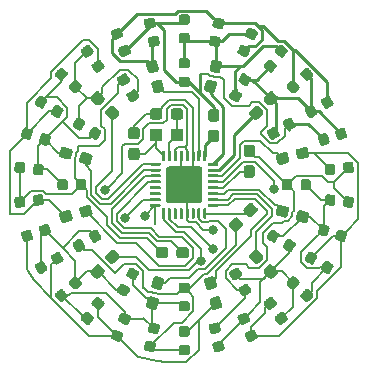
<source format=gtl>
G04 #@! TF.GenerationSoftware,KiCad,Pcbnew,5.0.1*
G04 #@! TF.CreationDate,2019-03-04T15:40:33+01:00*
G04 #@! TF.ProjectId,AnalogWatch,416E616C6F6757617463682E6B696361,rev?*
G04 #@! TF.SameCoordinates,Original*
G04 #@! TF.FileFunction,Copper,L1,Top,Signal*
G04 #@! TF.FilePolarity,Positive*
%FSLAX46Y46*%
G04 Gerber Fmt 4.6, Leading zero omitted, Abs format (unit mm)*
G04 Created by KiCad (PCBNEW 5.0.1) date Mo 04 Mär 2019 15:40:33 CET*
%MOMM*%
%LPD*%
G01*
G04 APERTURE LIST*
G04 #@! TA.AperFunction,Conductor*
%ADD10C,0.100000*%
G04 #@! TD*
G04 #@! TA.AperFunction,SMDPad,CuDef*
%ADD11C,0.875000*%
G04 #@! TD*
G04 #@! TA.AperFunction,SMDPad,CuDef*
%ADD12C,0.950000*%
G04 #@! TD*
G04 #@! TA.AperFunction,SMDPad,CuDef*
%ADD13R,1.050000X1.100000*%
G04 #@! TD*
G04 #@! TA.AperFunction,SMDPad,CuDef*
%ADD14C,3.100000*%
G04 #@! TD*
G04 #@! TA.AperFunction,SMDPad,CuDef*
%ADD15C,0.250000*%
G04 #@! TD*
G04 #@! TA.AperFunction,ViaPad*
%ADD16C,0.800000*%
G04 #@! TD*
G04 #@! TA.AperFunction,Conductor*
%ADD17C,0.250000*%
G04 #@! TD*
G04 #@! TA.AperFunction,Conductor*
%ADD18C,0.200000*%
G04 #@! TD*
G04 APERTURE END LIST*
D10*
G04 #@! TO.N,Net-(D301-Pad2)*
G04 #@! TO.C,D38*
G36*
X100277691Y-113551053D02*
X100298926Y-113554203D01*
X100319750Y-113559419D01*
X100339962Y-113566651D01*
X100359368Y-113575830D01*
X100377781Y-113586866D01*
X100395024Y-113599654D01*
X100410930Y-113614070D01*
X100425346Y-113629976D01*
X100438134Y-113647219D01*
X100449170Y-113665632D01*
X100458349Y-113685038D01*
X100465581Y-113705250D01*
X100470797Y-113726074D01*
X100473947Y-113747309D01*
X100475000Y-113768750D01*
X100475000Y-114206250D01*
X100473947Y-114227691D01*
X100470797Y-114248926D01*
X100465581Y-114269750D01*
X100458349Y-114289962D01*
X100449170Y-114309368D01*
X100438134Y-114327781D01*
X100425346Y-114345024D01*
X100410930Y-114360930D01*
X100395024Y-114375346D01*
X100377781Y-114388134D01*
X100359368Y-114399170D01*
X100339962Y-114408349D01*
X100319750Y-114415581D01*
X100298926Y-114420797D01*
X100277691Y-114423947D01*
X100256250Y-114425000D01*
X99743750Y-114425000D01*
X99722309Y-114423947D01*
X99701074Y-114420797D01*
X99680250Y-114415581D01*
X99660038Y-114408349D01*
X99640632Y-114399170D01*
X99622219Y-114388134D01*
X99604976Y-114375346D01*
X99589070Y-114360930D01*
X99574654Y-114345024D01*
X99561866Y-114327781D01*
X99550830Y-114309368D01*
X99541651Y-114289962D01*
X99534419Y-114269750D01*
X99529203Y-114248926D01*
X99526053Y-114227691D01*
X99525000Y-114206250D01*
X99525000Y-113768750D01*
X99526053Y-113747309D01*
X99529203Y-113726074D01*
X99534419Y-113705250D01*
X99541651Y-113685038D01*
X99550830Y-113665632D01*
X99561866Y-113647219D01*
X99574654Y-113629976D01*
X99589070Y-113614070D01*
X99604976Y-113599654D01*
X99622219Y-113586866D01*
X99640632Y-113575830D01*
X99660038Y-113566651D01*
X99680250Y-113559419D01*
X99701074Y-113554203D01*
X99722309Y-113551053D01*
X99743750Y-113550000D01*
X100256250Y-113550000D01*
X100277691Y-113551053D01*
X100277691Y-113551053D01*
G37*
D11*
G04 #@! TD*
G04 #@! TO.P,D38,2*
G04 #@! TO.N,Net-(D301-Pad2)*
X100000000Y-113987500D03*
D10*
G04 #@! TO.N,Net-(D32-Pad2)*
G04 #@! TO.C,D38*
G36*
X100277691Y-111976053D02*
X100298926Y-111979203D01*
X100319750Y-111984419D01*
X100339962Y-111991651D01*
X100359368Y-112000830D01*
X100377781Y-112011866D01*
X100395024Y-112024654D01*
X100410930Y-112039070D01*
X100425346Y-112054976D01*
X100438134Y-112072219D01*
X100449170Y-112090632D01*
X100458349Y-112110038D01*
X100465581Y-112130250D01*
X100470797Y-112151074D01*
X100473947Y-112172309D01*
X100475000Y-112193750D01*
X100475000Y-112631250D01*
X100473947Y-112652691D01*
X100470797Y-112673926D01*
X100465581Y-112694750D01*
X100458349Y-112714962D01*
X100449170Y-112734368D01*
X100438134Y-112752781D01*
X100425346Y-112770024D01*
X100410930Y-112785930D01*
X100395024Y-112800346D01*
X100377781Y-112813134D01*
X100359368Y-112824170D01*
X100339962Y-112833349D01*
X100319750Y-112840581D01*
X100298926Y-112845797D01*
X100277691Y-112848947D01*
X100256250Y-112850000D01*
X99743750Y-112850000D01*
X99722309Y-112848947D01*
X99701074Y-112845797D01*
X99680250Y-112840581D01*
X99660038Y-112833349D01*
X99640632Y-112824170D01*
X99622219Y-112813134D01*
X99604976Y-112800346D01*
X99589070Y-112785930D01*
X99574654Y-112770024D01*
X99561866Y-112752781D01*
X99550830Y-112734368D01*
X99541651Y-112714962D01*
X99534419Y-112694750D01*
X99529203Y-112673926D01*
X99526053Y-112652691D01*
X99525000Y-112631250D01*
X99525000Y-112193750D01*
X99526053Y-112172309D01*
X99529203Y-112151074D01*
X99534419Y-112130250D01*
X99541651Y-112110038D01*
X99550830Y-112090632D01*
X99561866Y-112072219D01*
X99574654Y-112054976D01*
X99589070Y-112039070D01*
X99604976Y-112024654D01*
X99622219Y-112011866D01*
X99640632Y-112000830D01*
X99660038Y-111991651D01*
X99680250Y-111984419D01*
X99701074Y-111979203D01*
X99722309Y-111976053D01*
X99743750Y-111975000D01*
X100256250Y-111975000D01*
X100277691Y-111976053D01*
X100277691Y-111976053D01*
G37*
D11*
G04 #@! TD*
G04 #@! TO.P,D38,1*
G04 #@! TO.N,Net-(D32-Pad2)*
X100000000Y-112412500D03*
D10*
G04 #@! TO.N,C1_2*
G04 #@! TO.C,R12*
G36*
X102760779Y-95351144D02*
X102783834Y-95354563D01*
X102806443Y-95360227D01*
X102828387Y-95368079D01*
X102849457Y-95378044D01*
X102869448Y-95390026D01*
X102888168Y-95403910D01*
X102905438Y-95419562D01*
X102921090Y-95436832D01*
X102934974Y-95455552D01*
X102946956Y-95475543D01*
X102956921Y-95496613D01*
X102964773Y-95518557D01*
X102970437Y-95541166D01*
X102973856Y-95564221D01*
X102975000Y-95587500D01*
X102975000Y-96162500D01*
X102973856Y-96185779D01*
X102970437Y-96208834D01*
X102964773Y-96231443D01*
X102956921Y-96253387D01*
X102946956Y-96274457D01*
X102934974Y-96294448D01*
X102921090Y-96313168D01*
X102905438Y-96330438D01*
X102888168Y-96346090D01*
X102869448Y-96359974D01*
X102849457Y-96371956D01*
X102828387Y-96381921D01*
X102806443Y-96389773D01*
X102783834Y-96395437D01*
X102760779Y-96398856D01*
X102737500Y-96400000D01*
X102262500Y-96400000D01*
X102239221Y-96398856D01*
X102216166Y-96395437D01*
X102193557Y-96389773D01*
X102171613Y-96381921D01*
X102150543Y-96371956D01*
X102130552Y-96359974D01*
X102111832Y-96346090D01*
X102094562Y-96330438D01*
X102078910Y-96313168D01*
X102065026Y-96294448D01*
X102053044Y-96274457D01*
X102043079Y-96253387D01*
X102035227Y-96231443D01*
X102029563Y-96208834D01*
X102026144Y-96185779D01*
X102025000Y-96162500D01*
X102025000Y-95587500D01*
X102026144Y-95564221D01*
X102029563Y-95541166D01*
X102035227Y-95518557D01*
X102043079Y-95496613D01*
X102053044Y-95475543D01*
X102065026Y-95455552D01*
X102078910Y-95436832D01*
X102094562Y-95419562D01*
X102111832Y-95403910D01*
X102130552Y-95390026D01*
X102150543Y-95378044D01*
X102171613Y-95368079D01*
X102193557Y-95360227D01*
X102216166Y-95354563D01*
X102239221Y-95351144D01*
X102262500Y-95350000D01*
X102737500Y-95350000D01*
X102760779Y-95351144D01*
X102760779Y-95351144D01*
G37*
D12*
G04 #@! TD*
G04 #@! TO.P,R12,2*
G04 #@! TO.N,C1_2*
X102500000Y-95875000D03*
D10*
G04 #@! TO.N,Net-(D101-Pad2)*
G04 #@! TO.C,R12*
G36*
X102760779Y-93601144D02*
X102783834Y-93604563D01*
X102806443Y-93610227D01*
X102828387Y-93618079D01*
X102849457Y-93628044D01*
X102869448Y-93640026D01*
X102888168Y-93653910D01*
X102905438Y-93669562D01*
X102921090Y-93686832D01*
X102934974Y-93705552D01*
X102946956Y-93725543D01*
X102956921Y-93746613D01*
X102964773Y-93768557D01*
X102970437Y-93791166D01*
X102973856Y-93814221D01*
X102975000Y-93837500D01*
X102975000Y-94412500D01*
X102973856Y-94435779D01*
X102970437Y-94458834D01*
X102964773Y-94481443D01*
X102956921Y-94503387D01*
X102946956Y-94524457D01*
X102934974Y-94544448D01*
X102921090Y-94563168D01*
X102905438Y-94580438D01*
X102888168Y-94596090D01*
X102869448Y-94609974D01*
X102849457Y-94621956D01*
X102828387Y-94631921D01*
X102806443Y-94639773D01*
X102783834Y-94645437D01*
X102760779Y-94648856D01*
X102737500Y-94650000D01*
X102262500Y-94650000D01*
X102239221Y-94648856D01*
X102216166Y-94645437D01*
X102193557Y-94639773D01*
X102171613Y-94631921D01*
X102150543Y-94621956D01*
X102130552Y-94609974D01*
X102111832Y-94596090D01*
X102094562Y-94580438D01*
X102078910Y-94563168D01*
X102065026Y-94544448D01*
X102053044Y-94524457D01*
X102043079Y-94503387D01*
X102035227Y-94481443D01*
X102029563Y-94458834D01*
X102026144Y-94435779D01*
X102025000Y-94412500D01*
X102025000Y-93837500D01*
X102026144Y-93814221D01*
X102029563Y-93791166D01*
X102035227Y-93768557D01*
X102043079Y-93746613D01*
X102053044Y-93725543D01*
X102065026Y-93705552D01*
X102078910Y-93686832D01*
X102094562Y-93669562D01*
X102111832Y-93653910D01*
X102130552Y-93640026D01*
X102150543Y-93628044D01*
X102171613Y-93618079D01*
X102193557Y-93610227D01*
X102216166Y-93604563D01*
X102239221Y-93601144D01*
X102262500Y-93600000D01*
X102737500Y-93600000D01*
X102760779Y-93601144D01*
X102760779Y-93601144D01*
G37*
D12*
G04 #@! TD*
G04 #@! TO.P,R12,1*
G04 #@! TO.N,Net-(D101-Pad2)*
X102500000Y-94125000D03*
D13*
G04 #@! TO.P,Y1,2*
G04 #@! TO.N,X2*
X97575000Y-95750000D03*
G04 #@! TO.P,Y1,1*
G04 #@! TO.N,X1*
X99425000Y-95750000D03*
G04 #@! TD*
D10*
G04 #@! TO.N,Net-(D101-Pad1)*
G04 #@! TO.C,D11*
G36*
X113448924Y-95148243D02*
X113470216Y-95150976D01*
X113491139Y-95155782D01*
X113511489Y-95162616D01*
X113531071Y-95171411D01*
X113549697Y-95182084D01*
X113567188Y-95194531D01*
X113583374Y-95208632D01*
X113598100Y-95224252D01*
X113611224Y-95241240D01*
X113622619Y-95259433D01*
X113632177Y-95278655D01*
X113639805Y-95298722D01*
X113798176Y-95786139D01*
X113803800Y-95806856D01*
X113807366Y-95828025D01*
X113808840Y-95849441D01*
X113808208Y-95870899D01*
X113805475Y-95892192D01*
X113800669Y-95913114D01*
X113793835Y-95933464D01*
X113785040Y-95953047D01*
X113774367Y-95971673D01*
X113761920Y-95989163D01*
X113747819Y-96005349D01*
X113732199Y-96020075D01*
X113715210Y-96033199D01*
X113697018Y-96044595D01*
X113677796Y-96054152D01*
X113657730Y-96061780D01*
X113241643Y-96196975D01*
X113220925Y-96202599D01*
X113199756Y-96206165D01*
X113178340Y-96207639D01*
X113156882Y-96207007D01*
X113135590Y-96204274D01*
X113114667Y-96199468D01*
X113094317Y-96192634D01*
X113074735Y-96183839D01*
X113056109Y-96173166D01*
X113038618Y-96160719D01*
X113022432Y-96146618D01*
X113007706Y-96130998D01*
X112994582Y-96114010D01*
X112983187Y-96095817D01*
X112973629Y-96076595D01*
X112966001Y-96056528D01*
X112807630Y-95569111D01*
X112802006Y-95548394D01*
X112798440Y-95527225D01*
X112796966Y-95505809D01*
X112797598Y-95484351D01*
X112800331Y-95463058D01*
X112805137Y-95442136D01*
X112811971Y-95421786D01*
X112820766Y-95402203D01*
X112831439Y-95383577D01*
X112843886Y-95366087D01*
X112857987Y-95349901D01*
X112873607Y-95335175D01*
X112890596Y-95322051D01*
X112908788Y-95310655D01*
X112928010Y-95301098D01*
X112948076Y-95293470D01*
X113364163Y-95158275D01*
X113384881Y-95152651D01*
X113406050Y-95149085D01*
X113427466Y-95147611D01*
X113448924Y-95148243D01*
X113448924Y-95148243D01*
G37*
D11*
G04 #@! TD*
G04 #@! TO.P,D11,2*
G04 #@! TO.N,Net-(D101-Pad1)*
X113302903Y-95677625D03*
D10*
G04 #@! TO.N,Net-(D101-Pad2)*
G04 #@! TO.C,D11*
G36*
X111951010Y-95634945D02*
X111972302Y-95637678D01*
X111993225Y-95642484D01*
X112013575Y-95649318D01*
X112033157Y-95658113D01*
X112051783Y-95668786D01*
X112069274Y-95681233D01*
X112085460Y-95695334D01*
X112100186Y-95710954D01*
X112113310Y-95727942D01*
X112124705Y-95746135D01*
X112134263Y-95765357D01*
X112141891Y-95785424D01*
X112300262Y-96272841D01*
X112305886Y-96293558D01*
X112309452Y-96314727D01*
X112310926Y-96336143D01*
X112310294Y-96357601D01*
X112307561Y-96378894D01*
X112302755Y-96399816D01*
X112295921Y-96420166D01*
X112287126Y-96439749D01*
X112276453Y-96458375D01*
X112264006Y-96475865D01*
X112249905Y-96492051D01*
X112234285Y-96506777D01*
X112217296Y-96519901D01*
X112199104Y-96531297D01*
X112179882Y-96540854D01*
X112159816Y-96548482D01*
X111743729Y-96683677D01*
X111723011Y-96689301D01*
X111701842Y-96692867D01*
X111680426Y-96694341D01*
X111658968Y-96693709D01*
X111637676Y-96690976D01*
X111616753Y-96686170D01*
X111596403Y-96679336D01*
X111576821Y-96670541D01*
X111558195Y-96659868D01*
X111540704Y-96647421D01*
X111524518Y-96633320D01*
X111509792Y-96617700D01*
X111496668Y-96600712D01*
X111485273Y-96582519D01*
X111475715Y-96563297D01*
X111468087Y-96543230D01*
X111309716Y-96055813D01*
X111304092Y-96035096D01*
X111300526Y-96013927D01*
X111299052Y-95992511D01*
X111299684Y-95971053D01*
X111302417Y-95949760D01*
X111307223Y-95928838D01*
X111314057Y-95908488D01*
X111322852Y-95888905D01*
X111333525Y-95870279D01*
X111345972Y-95852789D01*
X111360073Y-95836603D01*
X111375693Y-95821877D01*
X111392682Y-95808753D01*
X111410874Y-95797357D01*
X111430096Y-95787800D01*
X111450162Y-95780172D01*
X111866249Y-95644977D01*
X111886967Y-95639353D01*
X111908136Y-95635787D01*
X111929552Y-95634313D01*
X111951010Y-95634945D01*
X111951010Y-95634945D01*
G37*
D11*
G04 #@! TD*
G04 #@! TO.P,D11,1*
G04 #@! TO.N,Net-(D101-Pad2)*
X111804989Y-96164327D03*
D10*
G04 #@! TO.N,Net-(D101-Pad1)*
G04 #@! TO.C,D12*
G36*
X110825165Y-93244174D02*
X110846491Y-93246628D01*
X110867475Y-93251160D01*
X110887913Y-93257727D01*
X110907609Y-93266265D01*
X110926373Y-93276693D01*
X110944025Y-93288910D01*
X110960394Y-93302798D01*
X110975323Y-93318224D01*
X110988668Y-93335039D01*
X111000301Y-93353081D01*
X111256551Y-93796919D01*
X111266359Y-93816014D01*
X111274249Y-93835979D01*
X111280144Y-93856621D01*
X111283987Y-93877741D01*
X111285741Y-93899137D01*
X111285390Y-93920601D01*
X111282936Y-93941927D01*
X111278404Y-93962911D01*
X111271837Y-93983349D01*
X111263299Y-94003045D01*
X111252871Y-94021809D01*
X111240654Y-94039461D01*
X111226766Y-94055830D01*
X111211340Y-94070759D01*
X111194525Y-94084104D01*
X111176483Y-94095737D01*
X110797597Y-94314487D01*
X110778502Y-94324295D01*
X110758537Y-94332185D01*
X110737895Y-94338080D01*
X110716775Y-94341923D01*
X110695379Y-94343677D01*
X110673915Y-94343326D01*
X110652589Y-94340872D01*
X110631605Y-94336340D01*
X110611167Y-94329773D01*
X110591471Y-94321235D01*
X110572707Y-94310807D01*
X110555055Y-94298590D01*
X110538686Y-94284702D01*
X110523757Y-94269276D01*
X110510412Y-94252461D01*
X110498779Y-94234419D01*
X110242529Y-93790581D01*
X110232721Y-93771486D01*
X110224831Y-93751521D01*
X110218936Y-93730879D01*
X110215093Y-93709759D01*
X110213339Y-93688363D01*
X110213690Y-93666899D01*
X110216144Y-93645573D01*
X110220676Y-93624589D01*
X110227243Y-93604151D01*
X110235781Y-93584455D01*
X110246209Y-93565691D01*
X110258426Y-93548039D01*
X110272314Y-93531670D01*
X110287740Y-93516741D01*
X110304555Y-93503396D01*
X110322597Y-93491763D01*
X110701483Y-93273013D01*
X110720578Y-93263205D01*
X110740543Y-93255315D01*
X110761185Y-93249420D01*
X110782305Y-93245577D01*
X110803701Y-93243823D01*
X110825165Y-93244174D01*
X110825165Y-93244174D01*
G37*
D11*
G04 #@! TD*
G04 #@! TO.P,D12,1*
G04 #@! TO.N,Net-(D101-Pad1)*
X110749540Y-93793750D03*
D10*
G04 #@! TO.N,Net-(D12-Pad2)*
G04 #@! TO.C,D12*
G36*
X112189155Y-92456674D02*
X112210481Y-92459128D01*
X112231465Y-92463660D01*
X112251903Y-92470227D01*
X112271599Y-92478765D01*
X112290363Y-92489193D01*
X112308015Y-92501410D01*
X112324384Y-92515298D01*
X112339313Y-92530724D01*
X112352658Y-92547539D01*
X112364291Y-92565581D01*
X112620541Y-93009419D01*
X112630349Y-93028514D01*
X112638239Y-93048479D01*
X112644134Y-93069121D01*
X112647977Y-93090241D01*
X112649731Y-93111637D01*
X112649380Y-93133101D01*
X112646926Y-93154427D01*
X112642394Y-93175411D01*
X112635827Y-93195849D01*
X112627289Y-93215545D01*
X112616861Y-93234309D01*
X112604644Y-93251961D01*
X112590756Y-93268330D01*
X112575330Y-93283259D01*
X112558515Y-93296604D01*
X112540473Y-93308237D01*
X112161587Y-93526987D01*
X112142492Y-93536795D01*
X112122527Y-93544685D01*
X112101885Y-93550580D01*
X112080765Y-93554423D01*
X112059369Y-93556177D01*
X112037905Y-93555826D01*
X112016579Y-93553372D01*
X111995595Y-93548840D01*
X111975157Y-93542273D01*
X111955461Y-93533735D01*
X111936697Y-93523307D01*
X111919045Y-93511090D01*
X111902676Y-93497202D01*
X111887747Y-93481776D01*
X111874402Y-93464961D01*
X111862769Y-93446919D01*
X111606519Y-93003081D01*
X111596711Y-92983986D01*
X111588821Y-92964021D01*
X111582926Y-92943379D01*
X111579083Y-92922259D01*
X111577329Y-92900863D01*
X111577680Y-92879399D01*
X111580134Y-92858073D01*
X111584666Y-92837089D01*
X111591233Y-92816651D01*
X111599771Y-92796955D01*
X111610199Y-92778191D01*
X111622416Y-92760539D01*
X111636304Y-92744170D01*
X111651730Y-92729241D01*
X111668545Y-92715896D01*
X111686587Y-92704263D01*
X112065473Y-92485513D01*
X112084568Y-92475705D01*
X112104533Y-92467815D01*
X112125175Y-92461920D01*
X112146295Y-92458077D01*
X112167691Y-92456323D01*
X112189155Y-92456674D01*
X112189155Y-92456674D01*
G37*
D11*
G04 #@! TD*
G04 #@! TO.P,D12,2*
G04 #@! TO.N,Net-(D12-Pad2)*
X112113530Y-93006250D03*
D10*
G04 #@! TO.N,Net-(D101-Pad1)*
G04 #@! TO.C,D13*
G36*
X110397286Y-90085283D02*
X110418643Y-90087457D01*
X110439683Y-90091714D01*
X110460206Y-90098013D01*
X110480012Y-90106293D01*
X110498911Y-90116474D01*
X110516721Y-90128459D01*
X110533270Y-90142132D01*
X110548400Y-90157361D01*
X110891330Y-90538223D01*
X110904894Y-90554861D01*
X110916762Y-90572750D01*
X110926820Y-90591715D01*
X110934970Y-90611575D01*
X110941134Y-90632138D01*
X110945253Y-90653206D01*
X110947287Y-90674576D01*
X110947217Y-90696043D01*
X110945043Y-90717400D01*
X110940786Y-90738441D01*
X110934488Y-90758963D01*
X110926208Y-90778769D01*
X110916026Y-90797668D01*
X110904041Y-90815478D01*
X110890369Y-90832028D01*
X110875139Y-90847158D01*
X110550013Y-91139902D01*
X110533374Y-91153466D01*
X110515486Y-91165334D01*
X110496521Y-91175392D01*
X110476661Y-91183542D01*
X110456098Y-91189706D01*
X110435030Y-91193825D01*
X110413659Y-91195859D01*
X110392192Y-91195789D01*
X110370835Y-91193615D01*
X110349795Y-91189358D01*
X110329272Y-91183059D01*
X110309466Y-91174779D01*
X110290567Y-91164598D01*
X110272757Y-91152613D01*
X110256208Y-91138940D01*
X110241078Y-91123711D01*
X109898148Y-90742849D01*
X109884584Y-90726211D01*
X109872716Y-90708322D01*
X109862658Y-90689357D01*
X109854508Y-90669497D01*
X109848344Y-90648934D01*
X109844225Y-90627866D01*
X109842191Y-90606496D01*
X109842261Y-90585029D01*
X109844435Y-90563672D01*
X109848692Y-90542631D01*
X109854990Y-90522109D01*
X109863270Y-90502303D01*
X109873452Y-90483404D01*
X109885437Y-90465594D01*
X109899109Y-90449044D01*
X109914339Y-90433914D01*
X110239465Y-90141170D01*
X110256104Y-90127606D01*
X110273992Y-90115738D01*
X110292957Y-90105680D01*
X110312817Y-90097530D01*
X110333380Y-90091366D01*
X110354448Y-90087247D01*
X110375819Y-90085213D01*
X110397286Y-90085283D01*
X110397286Y-90085283D01*
G37*
D11*
G04 #@! TD*
G04 #@! TO.P,D13,2*
G04 #@! TO.N,Net-(D101-Pad1)*
X110394739Y-90640536D03*
D10*
G04 #@! TO.N,Net-(D12-Pad2)*
G04 #@! TO.C,D13*
G36*
X109226832Y-91139163D02*
X109248189Y-91141337D01*
X109269229Y-91145594D01*
X109289752Y-91151893D01*
X109309558Y-91160173D01*
X109328457Y-91170354D01*
X109346267Y-91182339D01*
X109362816Y-91196012D01*
X109377946Y-91211241D01*
X109720876Y-91592103D01*
X109734440Y-91608741D01*
X109746308Y-91626630D01*
X109756366Y-91645595D01*
X109764516Y-91665455D01*
X109770680Y-91686018D01*
X109774799Y-91707086D01*
X109776833Y-91728456D01*
X109776763Y-91749923D01*
X109774589Y-91771280D01*
X109770332Y-91792321D01*
X109764034Y-91812843D01*
X109755754Y-91832649D01*
X109745572Y-91851548D01*
X109733587Y-91869358D01*
X109719915Y-91885908D01*
X109704685Y-91901038D01*
X109379559Y-92193782D01*
X109362920Y-92207346D01*
X109345032Y-92219214D01*
X109326067Y-92229272D01*
X109306207Y-92237422D01*
X109285644Y-92243586D01*
X109264576Y-92247705D01*
X109243205Y-92249739D01*
X109221738Y-92249669D01*
X109200381Y-92247495D01*
X109179341Y-92243238D01*
X109158818Y-92236939D01*
X109139012Y-92228659D01*
X109120113Y-92218478D01*
X109102303Y-92206493D01*
X109085754Y-92192820D01*
X109070624Y-92177591D01*
X108727694Y-91796729D01*
X108714130Y-91780091D01*
X108702262Y-91762202D01*
X108692204Y-91743237D01*
X108684054Y-91723377D01*
X108677890Y-91702814D01*
X108673771Y-91681746D01*
X108671737Y-91660376D01*
X108671807Y-91638909D01*
X108673981Y-91617552D01*
X108678238Y-91596511D01*
X108684536Y-91575989D01*
X108692816Y-91556183D01*
X108702998Y-91537284D01*
X108714983Y-91519474D01*
X108728655Y-91502924D01*
X108743885Y-91487794D01*
X109069011Y-91195050D01*
X109085650Y-91181486D01*
X109103538Y-91169618D01*
X109122503Y-91159560D01*
X109142363Y-91151410D01*
X109162926Y-91145246D01*
X109183994Y-91141127D01*
X109205365Y-91139093D01*
X109226832Y-91139163D01*
X109226832Y-91139163D01*
G37*
D11*
G04 #@! TD*
G04 #@! TO.P,D13,1*
G04 #@! TO.N,Net-(D12-Pad2)*
X109224285Y-91694416D03*
D10*
G04 #@! TO.N,Net-(D101-Pad1)*
G04 #@! TO.C,D14*
G36*
X107247123Y-89413798D02*
X107268217Y-89417779D01*
X107288820Y-89423809D01*
X107308733Y-89431829D01*
X107327764Y-89441762D01*
X107345729Y-89453512D01*
X107760351Y-89754752D01*
X107777078Y-89768207D01*
X107792406Y-89783237D01*
X107806187Y-89799697D01*
X107818288Y-89817428D01*
X107828593Y-89836260D01*
X107837002Y-89856012D01*
X107843435Y-89876492D01*
X107847830Y-89897505D01*
X107850144Y-89918847D01*
X107850354Y-89940313D01*
X107848460Y-89961696D01*
X107844479Y-89982791D01*
X107838449Y-90003394D01*
X107830429Y-90023307D01*
X107820496Y-90042337D01*
X107808745Y-90060303D01*
X107551589Y-90414247D01*
X107538134Y-90430974D01*
X107523104Y-90446302D01*
X107506645Y-90460083D01*
X107488913Y-90472184D01*
X107470081Y-90482489D01*
X107450330Y-90490898D01*
X107429849Y-90497331D01*
X107408837Y-90501726D01*
X107387495Y-90504040D01*
X107366029Y-90504250D01*
X107344645Y-90502356D01*
X107323551Y-90498375D01*
X107302948Y-90492345D01*
X107283035Y-90484325D01*
X107264004Y-90474392D01*
X107246039Y-90462642D01*
X106831417Y-90161402D01*
X106814690Y-90147947D01*
X106799362Y-90132917D01*
X106785581Y-90116457D01*
X106773480Y-90098726D01*
X106763175Y-90079894D01*
X106754766Y-90060142D01*
X106748333Y-90039662D01*
X106743938Y-90018649D01*
X106741624Y-89997307D01*
X106741414Y-89975841D01*
X106743308Y-89954458D01*
X106747289Y-89933363D01*
X106753319Y-89912760D01*
X106761339Y-89892847D01*
X106771272Y-89873817D01*
X106783023Y-89855851D01*
X107040179Y-89501907D01*
X107053634Y-89485180D01*
X107068664Y-89469852D01*
X107085123Y-89456071D01*
X107102855Y-89443970D01*
X107121687Y-89433665D01*
X107141438Y-89425256D01*
X107161919Y-89418823D01*
X107182931Y-89414428D01*
X107204273Y-89412114D01*
X107225739Y-89411904D01*
X107247123Y-89413798D01*
X107247123Y-89413798D01*
G37*
D11*
G04 #@! TD*
G04 #@! TO.P,D14,1*
G04 #@! TO.N,Net-(D101-Pad1)*
X107295884Y-89958077D03*
D10*
G04 #@! TO.N,Net-(D102-Pad1)*
G04 #@! TO.C,D14*
G36*
X108172885Y-88139596D02*
X108193979Y-88143577D01*
X108214582Y-88149607D01*
X108234495Y-88157627D01*
X108253526Y-88167560D01*
X108271491Y-88179310D01*
X108686113Y-88480550D01*
X108702840Y-88494005D01*
X108718168Y-88509035D01*
X108731949Y-88525495D01*
X108744050Y-88543226D01*
X108754355Y-88562058D01*
X108762764Y-88581810D01*
X108769197Y-88602290D01*
X108773592Y-88623303D01*
X108775906Y-88644645D01*
X108776116Y-88666111D01*
X108774222Y-88687494D01*
X108770241Y-88708589D01*
X108764211Y-88729192D01*
X108756191Y-88749105D01*
X108746258Y-88768135D01*
X108734507Y-88786101D01*
X108477351Y-89140045D01*
X108463896Y-89156772D01*
X108448866Y-89172100D01*
X108432407Y-89185881D01*
X108414675Y-89197982D01*
X108395843Y-89208287D01*
X108376092Y-89216696D01*
X108355611Y-89223129D01*
X108334599Y-89227524D01*
X108313257Y-89229838D01*
X108291791Y-89230048D01*
X108270407Y-89228154D01*
X108249313Y-89224173D01*
X108228710Y-89218143D01*
X108208797Y-89210123D01*
X108189766Y-89200190D01*
X108171801Y-89188440D01*
X107757179Y-88887200D01*
X107740452Y-88873745D01*
X107725124Y-88858715D01*
X107711343Y-88842255D01*
X107699242Y-88824524D01*
X107688937Y-88805692D01*
X107680528Y-88785940D01*
X107674095Y-88765460D01*
X107669700Y-88744447D01*
X107667386Y-88723105D01*
X107667176Y-88701639D01*
X107669070Y-88680256D01*
X107673051Y-88659161D01*
X107679081Y-88638558D01*
X107687101Y-88618645D01*
X107697034Y-88599615D01*
X107708785Y-88581649D01*
X107965941Y-88227705D01*
X107979396Y-88210978D01*
X107994426Y-88195650D01*
X108010885Y-88181869D01*
X108028617Y-88169768D01*
X108047449Y-88159463D01*
X108067200Y-88151054D01*
X108087681Y-88144621D01*
X108108693Y-88140226D01*
X108130035Y-88137912D01*
X108151501Y-88137702D01*
X108172885Y-88139596D01*
X108172885Y-88139596D01*
G37*
D11*
G04 #@! TD*
G04 #@! TO.P,D14,2*
G04 #@! TO.N,Net-(D102-Pad1)*
X108221646Y-88683875D03*
D10*
G04 #@! TO.N,Net-(D102-Pad1)*
G04 #@! TO.C,D15*
G36*
X105571240Y-86700658D02*
X105592385Y-86704363D01*
X105613065Y-86710122D01*
X105633080Y-86717881D01*
X106101272Y-86926333D01*
X106120432Y-86936016D01*
X106138549Y-86947531D01*
X106155451Y-86960765D01*
X106170975Y-86975593D01*
X106184970Y-86991871D01*
X106197302Y-87009443D01*
X106207852Y-87028138D01*
X106216520Y-87047778D01*
X106223220Y-87068172D01*
X106227889Y-87089126D01*
X106230482Y-87110436D01*
X106230974Y-87131897D01*
X106229360Y-87153303D01*
X106225655Y-87174448D01*
X106219896Y-87195128D01*
X106212137Y-87215145D01*
X106034189Y-87614821D01*
X106024506Y-87633980D01*
X106012991Y-87652098D01*
X105999756Y-87669000D01*
X105984928Y-87684523D01*
X105968650Y-87698518D01*
X105951079Y-87710850D01*
X105932383Y-87721401D01*
X105912744Y-87730068D01*
X105892349Y-87736768D01*
X105871396Y-87741437D01*
X105850086Y-87744030D01*
X105828624Y-87744522D01*
X105807218Y-87742908D01*
X105786073Y-87739203D01*
X105765393Y-87733444D01*
X105745378Y-87725685D01*
X105277186Y-87517233D01*
X105258026Y-87507550D01*
X105239909Y-87496035D01*
X105223007Y-87482801D01*
X105207483Y-87467973D01*
X105193488Y-87451695D01*
X105181156Y-87434123D01*
X105170606Y-87415428D01*
X105161938Y-87395788D01*
X105155238Y-87375394D01*
X105150569Y-87354440D01*
X105147976Y-87333130D01*
X105147484Y-87311669D01*
X105149098Y-87290263D01*
X105152803Y-87269118D01*
X105158562Y-87248438D01*
X105166321Y-87228421D01*
X105344269Y-86828745D01*
X105353952Y-86809586D01*
X105365467Y-86791468D01*
X105378702Y-86774566D01*
X105393530Y-86759043D01*
X105409808Y-86745048D01*
X105427379Y-86732716D01*
X105446075Y-86722165D01*
X105465714Y-86713498D01*
X105486109Y-86706798D01*
X105507062Y-86702129D01*
X105528372Y-86699536D01*
X105549834Y-86699044D01*
X105571240Y-86700658D01*
X105571240Y-86700658D01*
G37*
D11*
G04 #@! TD*
G04 #@! TO.P,D15,2*
G04 #@! TO.N,Net-(D102-Pad1)*
X105689229Y-87221783D03*
D10*
G04 #@! TO.N,Net-(D12-Pad2)*
G04 #@! TO.C,D15*
G36*
X104930630Y-88139492D02*
X104951775Y-88143197D01*
X104972455Y-88148956D01*
X104992470Y-88156715D01*
X105460662Y-88365167D01*
X105479822Y-88374850D01*
X105497939Y-88386365D01*
X105514841Y-88399599D01*
X105530365Y-88414427D01*
X105544360Y-88430705D01*
X105556692Y-88448277D01*
X105567242Y-88466972D01*
X105575910Y-88486612D01*
X105582610Y-88507006D01*
X105587279Y-88527960D01*
X105589872Y-88549270D01*
X105590364Y-88570731D01*
X105588750Y-88592137D01*
X105585045Y-88613282D01*
X105579286Y-88633962D01*
X105571527Y-88653979D01*
X105393579Y-89053655D01*
X105383896Y-89072814D01*
X105372381Y-89090932D01*
X105359146Y-89107834D01*
X105344318Y-89123357D01*
X105328040Y-89137352D01*
X105310469Y-89149684D01*
X105291773Y-89160235D01*
X105272134Y-89168902D01*
X105251739Y-89175602D01*
X105230786Y-89180271D01*
X105209476Y-89182864D01*
X105188014Y-89183356D01*
X105166608Y-89181742D01*
X105145463Y-89178037D01*
X105124783Y-89172278D01*
X105104768Y-89164519D01*
X104636576Y-88956067D01*
X104617416Y-88946384D01*
X104599299Y-88934869D01*
X104582397Y-88921635D01*
X104566873Y-88906807D01*
X104552878Y-88890529D01*
X104540546Y-88872957D01*
X104529996Y-88854262D01*
X104521328Y-88834622D01*
X104514628Y-88814228D01*
X104509959Y-88793274D01*
X104507366Y-88771964D01*
X104506874Y-88750503D01*
X104508488Y-88729097D01*
X104512193Y-88707952D01*
X104517952Y-88687272D01*
X104525711Y-88667255D01*
X104703659Y-88267579D01*
X104713342Y-88248420D01*
X104724857Y-88230302D01*
X104738092Y-88213400D01*
X104752920Y-88197877D01*
X104769198Y-88183882D01*
X104786769Y-88171550D01*
X104805465Y-88160999D01*
X104825104Y-88152332D01*
X104845499Y-88145632D01*
X104866452Y-88140963D01*
X104887762Y-88138370D01*
X104909224Y-88137878D01*
X104930630Y-88139492D01*
X104930630Y-88139492D01*
G37*
D11*
G04 #@! TD*
G04 #@! TO.P,D15,1*
G04 #@! TO.N,Net-(D12-Pad2)*
X105048619Y-88660617D03*
D10*
G04 #@! TO.N,Net-(D102-Pad1)*
G04 #@! TO.C,D16*
G36*
X102399823Y-87374099D02*
X102421015Y-87377526D01*
X102922316Y-87484081D01*
X102943069Y-87489569D01*
X102963185Y-87497065D01*
X102982470Y-87506497D01*
X103000736Y-87517773D01*
X103017810Y-87530786D01*
X103033526Y-87545409D01*
X103047733Y-87561503D01*
X103060294Y-87578911D01*
X103071089Y-87597467D01*
X103080012Y-87616992D01*
X103086979Y-87637297D01*
X103091922Y-87658187D01*
X103094794Y-87679461D01*
X103095566Y-87700914D01*
X103094232Y-87722340D01*
X103090805Y-87743532D01*
X102999844Y-88171471D01*
X102994356Y-88192224D01*
X102986860Y-88212340D01*
X102977428Y-88231624D01*
X102966152Y-88249891D01*
X102953139Y-88266965D01*
X102938516Y-88282681D01*
X102922422Y-88296888D01*
X102905014Y-88309449D01*
X102886458Y-88320243D01*
X102866934Y-88329167D01*
X102846628Y-88336134D01*
X102825738Y-88341077D01*
X102804464Y-88343949D01*
X102783011Y-88344721D01*
X102761585Y-88343387D01*
X102740393Y-88339960D01*
X102239092Y-88233405D01*
X102218339Y-88227917D01*
X102198223Y-88220421D01*
X102178938Y-88210989D01*
X102160672Y-88199713D01*
X102143598Y-88186700D01*
X102127882Y-88172077D01*
X102113675Y-88155983D01*
X102101114Y-88138575D01*
X102090319Y-88120019D01*
X102081396Y-88100494D01*
X102074429Y-88080189D01*
X102069486Y-88059299D01*
X102066614Y-88038025D01*
X102065842Y-88016572D01*
X102067176Y-87995146D01*
X102070603Y-87973954D01*
X102161564Y-87546015D01*
X102167052Y-87525262D01*
X102174548Y-87505146D01*
X102183980Y-87485862D01*
X102195256Y-87467595D01*
X102208269Y-87450521D01*
X102222892Y-87434805D01*
X102238986Y-87420598D01*
X102256394Y-87408037D01*
X102274950Y-87397243D01*
X102294474Y-87388319D01*
X102314780Y-87381352D01*
X102335670Y-87376409D01*
X102356944Y-87373537D01*
X102378397Y-87372765D01*
X102399823Y-87374099D01*
X102399823Y-87374099D01*
G37*
D11*
G04 #@! TD*
G04 #@! TO.P,D16,1*
G04 #@! TO.N,Net-(D102-Pad1)*
X102580704Y-87858743D03*
D10*
G04 #@! TO.N,Net-(D12-Pad2)*
G04 #@! TO.C,D16*
G36*
X102727283Y-85833517D02*
X102748475Y-85836944D01*
X103249776Y-85943499D01*
X103270529Y-85948987D01*
X103290645Y-85956483D01*
X103309930Y-85965915D01*
X103328196Y-85977191D01*
X103345270Y-85990204D01*
X103360986Y-86004827D01*
X103375193Y-86020921D01*
X103387754Y-86038329D01*
X103398549Y-86056885D01*
X103407472Y-86076410D01*
X103414439Y-86096715D01*
X103419382Y-86117605D01*
X103422254Y-86138879D01*
X103423026Y-86160332D01*
X103421692Y-86181758D01*
X103418265Y-86202950D01*
X103327304Y-86630889D01*
X103321816Y-86651642D01*
X103314320Y-86671758D01*
X103304888Y-86691042D01*
X103293612Y-86709309D01*
X103280599Y-86726383D01*
X103265976Y-86742099D01*
X103249882Y-86756306D01*
X103232474Y-86768867D01*
X103213918Y-86779661D01*
X103194394Y-86788585D01*
X103174088Y-86795552D01*
X103153198Y-86800495D01*
X103131924Y-86803367D01*
X103110471Y-86804139D01*
X103089045Y-86802805D01*
X103067853Y-86799378D01*
X102566552Y-86692823D01*
X102545799Y-86687335D01*
X102525683Y-86679839D01*
X102506398Y-86670407D01*
X102488132Y-86659131D01*
X102471058Y-86646118D01*
X102455342Y-86631495D01*
X102441135Y-86615401D01*
X102428574Y-86597993D01*
X102417779Y-86579437D01*
X102408856Y-86559912D01*
X102401889Y-86539607D01*
X102396946Y-86518717D01*
X102394074Y-86497443D01*
X102393302Y-86475990D01*
X102394636Y-86454564D01*
X102398063Y-86433372D01*
X102489024Y-86005433D01*
X102494512Y-85984680D01*
X102502008Y-85964564D01*
X102511440Y-85945280D01*
X102522716Y-85927013D01*
X102535729Y-85909939D01*
X102550352Y-85894223D01*
X102566446Y-85880016D01*
X102583854Y-85867455D01*
X102602410Y-85856661D01*
X102621934Y-85847737D01*
X102642240Y-85840770D01*
X102663130Y-85835827D01*
X102684404Y-85832955D01*
X102705857Y-85832183D01*
X102727283Y-85833517D01*
X102727283Y-85833517D01*
G37*
D11*
G04 #@! TD*
G04 #@! TO.P,D16,2*
G04 #@! TO.N,Net-(D12-Pad2)*
X102908164Y-86318161D03*
D10*
G04 #@! TO.N,Net-(D102-Pad1)*
G04 #@! TO.C,D17*
G36*
X100277691Y-87151053D02*
X100298926Y-87154203D01*
X100319750Y-87159419D01*
X100339962Y-87166651D01*
X100359368Y-87175830D01*
X100377781Y-87186866D01*
X100395024Y-87199654D01*
X100410930Y-87214070D01*
X100425346Y-87229976D01*
X100438134Y-87247219D01*
X100449170Y-87265632D01*
X100458349Y-87285038D01*
X100465581Y-87305250D01*
X100470797Y-87326074D01*
X100473947Y-87347309D01*
X100475000Y-87368750D01*
X100475000Y-87806250D01*
X100473947Y-87827691D01*
X100470797Y-87848926D01*
X100465581Y-87869750D01*
X100458349Y-87889962D01*
X100449170Y-87909368D01*
X100438134Y-87927781D01*
X100425346Y-87945024D01*
X100410930Y-87960930D01*
X100395024Y-87975346D01*
X100377781Y-87988134D01*
X100359368Y-87999170D01*
X100339962Y-88008349D01*
X100319750Y-88015581D01*
X100298926Y-88020797D01*
X100277691Y-88023947D01*
X100256250Y-88025000D01*
X99743750Y-88025000D01*
X99722309Y-88023947D01*
X99701074Y-88020797D01*
X99680250Y-88015581D01*
X99660038Y-88008349D01*
X99640632Y-87999170D01*
X99622219Y-87988134D01*
X99604976Y-87975346D01*
X99589070Y-87960930D01*
X99574654Y-87945024D01*
X99561866Y-87927781D01*
X99550830Y-87909368D01*
X99541651Y-87889962D01*
X99534419Y-87869750D01*
X99529203Y-87848926D01*
X99526053Y-87827691D01*
X99525000Y-87806250D01*
X99525000Y-87368750D01*
X99526053Y-87347309D01*
X99529203Y-87326074D01*
X99534419Y-87305250D01*
X99541651Y-87285038D01*
X99550830Y-87265632D01*
X99561866Y-87247219D01*
X99574654Y-87229976D01*
X99589070Y-87214070D01*
X99604976Y-87199654D01*
X99622219Y-87186866D01*
X99640632Y-87175830D01*
X99660038Y-87166651D01*
X99680250Y-87159419D01*
X99701074Y-87154203D01*
X99722309Y-87151053D01*
X99743750Y-87150000D01*
X100256250Y-87150000D01*
X100277691Y-87151053D01*
X100277691Y-87151053D01*
G37*
D11*
G04 #@! TD*
G04 #@! TO.P,D17,1*
G04 #@! TO.N,Net-(D102-Pad1)*
X100000000Y-87587500D03*
D10*
G04 #@! TO.N,Net-(D101-Pad2)*
G04 #@! TO.C,D17*
G36*
X100277691Y-85576053D02*
X100298926Y-85579203D01*
X100319750Y-85584419D01*
X100339962Y-85591651D01*
X100359368Y-85600830D01*
X100377781Y-85611866D01*
X100395024Y-85624654D01*
X100410930Y-85639070D01*
X100425346Y-85654976D01*
X100438134Y-85672219D01*
X100449170Y-85690632D01*
X100458349Y-85710038D01*
X100465581Y-85730250D01*
X100470797Y-85751074D01*
X100473947Y-85772309D01*
X100475000Y-85793750D01*
X100475000Y-86231250D01*
X100473947Y-86252691D01*
X100470797Y-86273926D01*
X100465581Y-86294750D01*
X100458349Y-86314962D01*
X100449170Y-86334368D01*
X100438134Y-86352781D01*
X100425346Y-86370024D01*
X100410930Y-86385930D01*
X100395024Y-86400346D01*
X100377781Y-86413134D01*
X100359368Y-86424170D01*
X100339962Y-86433349D01*
X100319750Y-86440581D01*
X100298926Y-86445797D01*
X100277691Y-86448947D01*
X100256250Y-86450000D01*
X99743750Y-86450000D01*
X99722309Y-86448947D01*
X99701074Y-86445797D01*
X99680250Y-86440581D01*
X99660038Y-86433349D01*
X99640632Y-86424170D01*
X99622219Y-86413134D01*
X99604976Y-86400346D01*
X99589070Y-86385930D01*
X99574654Y-86370024D01*
X99561866Y-86352781D01*
X99550830Y-86334368D01*
X99541651Y-86314962D01*
X99534419Y-86294750D01*
X99529203Y-86273926D01*
X99526053Y-86252691D01*
X99525000Y-86231250D01*
X99525000Y-85793750D01*
X99526053Y-85772309D01*
X99529203Y-85751074D01*
X99534419Y-85730250D01*
X99541651Y-85710038D01*
X99550830Y-85690632D01*
X99561866Y-85672219D01*
X99574654Y-85654976D01*
X99589070Y-85639070D01*
X99604976Y-85624654D01*
X99622219Y-85611866D01*
X99640632Y-85600830D01*
X99660038Y-85591651D01*
X99680250Y-85584419D01*
X99701074Y-85579203D01*
X99722309Y-85576053D01*
X99743750Y-85575000D01*
X100256250Y-85575000D01*
X100277691Y-85576053D01*
X100277691Y-85576053D01*
G37*
D11*
G04 #@! TD*
G04 #@! TO.P,D17,2*
G04 #@! TO.N,Net-(D101-Pad2)*
X100000000Y-86012500D03*
D10*
G04 #@! TO.N,Net-(D101-Pad2)*
G04 #@! TO.C,D18*
G36*
X97315596Y-85832955D02*
X97336870Y-85835827D01*
X97357760Y-85840770D01*
X97378065Y-85847737D01*
X97397590Y-85856660D01*
X97416146Y-85867455D01*
X97433554Y-85880016D01*
X97449648Y-85894223D01*
X97464271Y-85909939D01*
X97477284Y-85927013D01*
X97488560Y-85945279D01*
X97497992Y-85964564D01*
X97505488Y-85984680D01*
X97510976Y-86005433D01*
X97601937Y-86433372D01*
X97605364Y-86454564D01*
X97606698Y-86475990D01*
X97605926Y-86497443D01*
X97603054Y-86518717D01*
X97598111Y-86539607D01*
X97591144Y-86559913D01*
X97582220Y-86579437D01*
X97571426Y-86597993D01*
X97558865Y-86615401D01*
X97544658Y-86631495D01*
X97528942Y-86646118D01*
X97511868Y-86659131D01*
X97493601Y-86670407D01*
X97474317Y-86679839D01*
X97454201Y-86687335D01*
X97433448Y-86692823D01*
X96932147Y-86799378D01*
X96910955Y-86802805D01*
X96889529Y-86804139D01*
X96868076Y-86803367D01*
X96846802Y-86800495D01*
X96825912Y-86795552D01*
X96805607Y-86788585D01*
X96786082Y-86779662D01*
X96767526Y-86768867D01*
X96750118Y-86756306D01*
X96734024Y-86742099D01*
X96719401Y-86726383D01*
X96706388Y-86709309D01*
X96695112Y-86691043D01*
X96685680Y-86671758D01*
X96678184Y-86651642D01*
X96672696Y-86630889D01*
X96581735Y-86202950D01*
X96578308Y-86181758D01*
X96576974Y-86160332D01*
X96577746Y-86138879D01*
X96580618Y-86117605D01*
X96585561Y-86096715D01*
X96592528Y-86076409D01*
X96601452Y-86056885D01*
X96612246Y-86038329D01*
X96624807Y-86020921D01*
X96639014Y-86004827D01*
X96654730Y-85990204D01*
X96671804Y-85977191D01*
X96690071Y-85965915D01*
X96709355Y-85956483D01*
X96729471Y-85948987D01*
X96750224Y-85943499D01*
X97251525Y-85836944D01*
X97272717Y-85833517D01*
X97294143Y-85832183D01*
X97315596Y-85832955D01*
X97315596Y-85832955D01*
G37*
D11*
G04 #@! TD*
G04 #@! TO.P,D18,2*
G04 #@! TO.N,Net-(D101-Pad2)*
X97091836Y-86318161D03*
D10*
G04 #@! TO.N,Net-(D12-Pad2)*
G04 #@! TO.C,D18*
G36*
X97643056Y-87373537D02*
X97664330Y-87376409D01*
X97685220Y-87381352D01*
X97705525Y-87388319D01*
X97725050Y-87397242D01*
X97743606Y-87408037D01*
X97761014Y-87420598D01*
X97777108Y-87434805D01*
X97791731Y-87450521D01*
X97804744Y-87467595D01*
X97816020Y-87485861D01*
X97825452Y-87505146D01*
X97832948Y-87525262D01*
X97838436Y-87546015D01*
X97929397Y-87973954D01*
X97932824Y-87995146D01*
X97934158Y-88016572D01*
X97933386Y-88038025D01*
X97930514Y-88059299D01*
X97925571Y-88080189D01*
X97918604Y-88100495D01*
X97909680Y-88120019D01*
X97898886Y-88138575D01*
X97886325Y-88155983D01*
X97872118Y-88172077D01*
X97856402Y-88186700D01*
X97839328Y-88199713D01*
X97821061Y-88210989D01*
X97801777Y-88220421D01*
X97781661Y-88227917D01*
X97760908Y-88233405D01*
X97259607Y-88339960D01*
X97238415Y-88343387D01*
X97216989Y-88344721D01*
X97195536Y-88343949D01*
X97174262Y-88341077D01*
X97153372Y-88336134D01*
X97133067Y-88329167D01*
X97113542Y-88320244D01*
X97094986Y-88309449D01*
X97077578Y-88296888D01*
X97061484Y-88282681D01*
X97046861Y-88266965D01*
X97033848Y-88249891D01*
X97022572Y-88231625D01*
X97013140Y-88212340D01*
X97005644Y-88192224D01*
X97000156Y-88171471D01*
X96909195Y-87743532D01*
X96905768Y-87722340D01*
X96904434Y-87700914D01*
X96905206Y-87679461D01*
X96908078Y-87658187D01*
X96913021Y-87637297D01*
X96919988Y-87616991D01*
X96928912Y-87597467D01*
X96939706Y-87578911D01*
X96952267Y-87561503D01*
X96966474Y-87545409D01*
X96982190Y-87530786D01*
X96999264Y-87517773D01*
X97017531Y-87506497D01*
X97036815Y-87497065D01*
X97056931Y-87489569D01*
X97077684Y-87484081D01*
X97578985Y-87377526D01*
X97600177Y-87374099D01*
X97621603Y-87372765D01*
X97643056Y-87373537D01*
X97643056Y-87373537D01*
G37*
D11*
G04 #@! TD*
G04 #@! TO.P,D18,1*
G04 #@! TO.N,Net-(D12-Pad2)*
X97419296Y-87858743D03*
D10*
G04 #@! TO.N,Net-(D101-Pad2)*
G04 #@! TO.C,D19*
G36*
X95112238Y-88138370D02*
X95133548Y-88140963D01*
X95154502Y-88145632D01*
X95174896Y-88152332D01*
X95194536Y-88161000D01*
X95213231Y-88171550D01*
X95230803Y-88183882D01*
X95247081Y-88197877D01*
X95261909Y-88213401D01*
X95275143Y-88230303D01*
X95286658Y-88248420D01*
X95296341Y-88267579D01*
X95474289Y-88667255D01*
X95482048Y-88687271D01*
X95487807Y-88707951D01*
X95491512Y-88729096D01*
X95493126Y-88750502D01*
X95492634Y-88771964D01*
X95490041Y-88793274D01*
X95485372Y-88814227D01*
X95478672Y-88834622D01*
X95470005Y-88854261D01*
X95459454Y-88872957D01*
X95447122Y-88890528D01*
X95433127Y-88906806D01*
X95417604Y-88921634D01*
X95400702Y-88934869D01*
X95382584Y-88946384D01*
X95363424Y-88956067D01*
X94895232Y-89164519D01*
X94875216Y-89172278D01*
X94854536Y-89178037D01*
X94833391Y-89181742D01*
X94811985Y-89183356D01*
X94790524Y-89182864D01*
X94769214Y-89180271D01*
X94748260Y-89175602D01*
X94727866Y-89168902D01*
X94708226Y-89160234D01*
X94689531Y-89149684D01*
X94671959Y-89137352D01*
X94655681Y-89123357D01*
X94640853Y-89107833D01*
X94627619Y-89090931D01*
X94616104Y-89072814D01*
X94606421Y-89053655D01*
X94428473Y-88653979D01*
X94420714Y-88633963D01*
X94414955Y-88613283D01*
X94411250Y-88592138D01*
X94409636Y-88570732D01*
X94410128Y-88549270D01*
X94412721Y-88527960D01*
X94417390Y-88507007D01*
X94424090Y-88486612D01*
X94432757Y-88466973D01*
X94443308Y-88448277D01*
X94455640Y-88430706D01*
X94469635Y-88414428D01*
X94485158Y-88399600D01*
X94502060Y-88386365D01*
X94520178Y-88374850D01*
X94539338Y-88365167D01*
X95007530Y-88156715D01*
X95027546Y-88148956D01*
X95048226Y-88143197D01*
X95069371Y-88139492D01*
X95090777Y-88137878D01*
X95112238Y-88138370D01*
X95112238Y-88138370D01*
G37*
D11*
G04 #@! TD*
G04 #@! TO.P,D19,1*
G04 #@! TO.N,Net-(D101-Pad2)*
X94951381Y-88660617D03*
D10*
G04 #@! TO.N,Net-(D12-Pad2)*
G04 #@! TO.C,D19*
G36*
X94471628Y-86699536D02*
X94492938Y-86702129D01*
X94513892Y-86706798D01*
X94534286Y-86713498D01*
X94553926Y-86722166D01*
X94572621Y-86732716D01*
X94590193Y-86745048D01*
X94606471Y-86759043D01*
X94621299Y-86774567D01*
X94634533Y-86791469D01*
X94646048Y-86809586D01*
X94655731Y-86828745D01*
X94833679Y-87228421D01*
X94841438Y-87248437D01*
X94847197Y-87269117D01*
X94850902Y-87290262D01*
X94852516Y-87311668D01*
X94852024Y-87333130D01*
X94849431Y-87354440D01*
X94844762Y-87375393D01*
X94838062Y-87395788D01*
X94829395Y-87415427D01*
X94818844Y-87434123D01*
X94806512Y-87451694D01*
X94792517Y-87467972D01*
X94776994Y-87482800D01*
X94760092Y-87496035D01*
X94741974Y-87507550D01*
X94722814Y-87517233D01*
X94254622Y-87725685D01*
X94234606Y-87733444D01*
X94213926Y-87739203D01*
X94192781Y-87742908D01*
X94171375Y-87744522D01*
X94149914Y-87744030D01*
X94128604Y-87741437D01*
X94107650Y-87736768D01*
X94087256Y-87730068D01*
X94067616Y-87721400D01*
X94048921Y-87710850D01*
X94031349Y-87698518D01*
X94015071Y-87684523D01*
X94000243Y-87668999D01*
X93987009Y-87652097D01*
X93975494Y-87633980D01*
X93965811Y-87614821D01*
X93787863Y-87215145D01*
X93780104Y-87195129D01*
X93774345Y-87174449D01*
X93770640Y-87153304D01*
X93769026Y-87131898D01*
X93769518Y-87110436D01*
X93772111Y-87089126D01*
X93776780Y-87068173D01*
X93783480Y-87047778D01*
X93792147Y-87028139D01*
X93802698Y-87009443D01*
X93815030Y-86991872D01*
X93829025Y-86975594D01*
X93844548Y-86960766D01*
X93861450Y-86947531D01*
X93879568Y-86936016D01*
X93898728Y-86926333D01*
X94366920Y-86717881D01*
X94386936Y-86710122D01*
X94407616Y-86704363D01*
X94428761Y-86700658D01*
X94450167Y-86699044D01*
X94471628Y-86699536D01*
X94471628Y-86699536D01*
G37*
D11*
G04 #@! TD*
G04 #@! TO.P,D19,2*
G04 #@! TO.N,Net-(D12-Pad2)*
X94310771Y-87221783D03*
D10*
G04 #@! TO.N,Net-(D201-Pad1)*
G04 #@! TO.C,D21*
G36*
X103131924Y-113196633D02*
X103153198Y-113199505D01*
X103174088Y-113204448D01*
X103194393Y-113211415D01*
X103213918Y-113220338D01*
X103232474Y-113231133D01*
X103249882Y-113243694D01*
X103265976Y-113257901D01*
X103280599Y-113273617D01*
X103293612Y-113290691D01*
X103304888Y-113308957D01*
X103314320Y-113328242D01*
X103321816Y-113348358D01*
X103327304Y-113369111D01*
X103418265Y-113797050D01*
X103421692Y-113818242D01*
X103423026Y-113839668D01*
X103422254Y-113861121D01*
X103419382Y-113882395D01*
X103414439Y-113903285D01*
X103407472Y-113923591D01*
X103398548Y-113943115D01*
X103387754Y-113961671D01*
X103375193Y-113979079D01*
X103360986Y-113995173D01*
X103345270Y-114009796D01*
X103328196Y-114022809D01*
X103309929Y-114034085D01*
X103290645Y-114043517D01*
X103270529Y-114051013D01*
X103249776Y-114056501D01*
X102748475Y-114163056D01*
X102727283Y-114166483D01*
X102705857Y-114167817D01*
X102684404Y-114167045D01*
X102663130Y-114164173D01*
X102642240Y-114159230D01*
X102621935Y-114152263D01*
X102602410Y-114143340D01*
X102583854Y-114132545D01*
X102566446Y-114119984D01*
X102550352Y-114105777D01*
X102535729Y-114090061D01*
X102522716Y-114072987D01*
X102511440Y-114054721D01*
X102502008Y-114035436D01*
X102494512Y-114015320D01*
X102489024Y-113994567D01*
X102398063Y-113566628D01*
X102394636Y-113545436D01*
X102393302Y-113524010D01*
X102394074Y-113502557D01*
X102396946Y-113481283D01*
X102401889Y-113460393D01*
X102408856Y-113440087D01*
X102417780Y-113420563D01*
X102428574Y-113402007D01*
X102441135Y-113384599D01*
X102455342Y-113368505D01*
X102471058Y-113353882D01*
X102488132Y-113340869D01*
X102506399Y-113329593D01*
X102525683Y-113320161D01*
X102545799Y-113312665D01*
X102566552Y-113307177D01*
X103067853Y-113200622D01*
X103089045Y-113197195D01*
X103110471Y-113195861D01*
X103131924Y-113196633D01*
X103131924Y-113196633D01*
G37*
D11*
G04 #@! TD*
G04 #@! TO.P,D21,2*
G04 #@! TO.N,Net-(D201-Pad1)*
X102908164Y-113681839D03*
D10*
G04 #@! TO.N,Net-(D201-Pad2)*
G04 #@! TO.C,D21*
G36*
X102804464Y-111656051D02*
X102825738Y-111658923D01*
X102846628Y-111663866D01*
X102866933Y-111670833D01*
X102886458Y-111679756D01*
X102905014Y-111690551D01*
X102922422Y-111703112D01*
X102938516Y-111717319D01*
X102953139Y-111733035D01*
X102966152Y-111750109D01*
X102977428Y-111768375D01*
X102986860Y-111787660D01*
X102994356Y-111807776D01*
X102999844Y-111828529D01*
X103090805Y-112256468D01*
X103094232Y-112277660D01*
X103095566Y-112299086D01*
X103094794Y-112320539D01*
X103091922Y-112341813D01*
X103086979Y-112362703D01*
X103080012Y-112383009D01*
X103071088Y-112402533D01*
X103060294Y-112421089D01*
X103047733Y-112438497D01*
X103033526Y-112454591D01*
X103017810Y-112469214D01*
X103000736Y-112482227D01*
X102982469Y-112493503D01*
X102963185Y-112502935D01*
X102943069Y-112510431D01*
X102922316Y-112515919D01*
X102421015Y-112622474D01*
X102399823Y-112625901D01*
X102378397Y-112627235D01*
X102356944Y-112626463D01*
X102335670Y-112623591D01*
X102314780Y-112618648D01*
X102294475Y-112611681D01*
X102274950Y-112602758D01*
X102256394Y-112591963D01*
X102238986Y-112579402D01*
X102222892Y-112565195D01*
X102208269Y-112549479D01*
X102195256Y-112532405D01*
X102183980Y-112514139D01*
X102174548Y-112494854D01*
X102167052Y-112474738D01*
X102161564Y-112453985D01*
X102070603Y-112026046D01*
X102067176Y-112004854D01*
X102065842Y-111983428D01*
X102066614Y-111961975D01*
X102069486Y-111940701D01*
X102074429Y-111919811D01*
X102081396Y-111899505D01*
X102090320Y-111879981D01*
X102101114Y-111861425D01*
X102113675Y-111844017D01*
X102127882Y-111827923D01*
X102143598Y-111813300D01*
X102160672Y-111800287D01*
X102178939Y-111789011D01*
X102198223Y-111779579D01*
X102218339Y-111772083D01*
X102239092Y-111766595D01*
X102740393Y-111660040D01*
X102761585Y-111656613D01*
X102783011Y-111655279D01*
X102804464Y-111656051D01*
X102804464Y-111656051D01*
G37*
D11*
G04 #@! TD*
G04 #@! TO.P,D21,1*
G04 #@! TO.N,Net-(D201-Pad2)*
X102580704Y-112141257D03*
D10*
G04 #@! TO.N,Net-(D201-Pad1)*
G04 #@! TO.C,D22*
G36*
X105209476Y-110817136D02*
X105230786Y-110819729D01*
X105251740Y-110824398D01*
X105272134Y-110831098D01*
X105291774Y-110839766D01*
X105310469Y-110850316D01*
X105328041Y-110862648D01*
X105344319Y-110876643D01*
X105359147Y-110892167D01*
X105372381Y-110909069D01*
X105383896Y-110927186D01*
X105393579Y-110946345D01*
X105571527Y-111346021D01*
X105579286Y-111366037D01*
X105585045Y-111386717D01*
X105588750Y-111407862D01*
X105590364Y-111429268D01*
X105589872Y-111450730D01*
X105587279Y-111472040D01*
X105582610Y-111492993D01*
X105575910Y-111513388D01*
X105567243Y-111533027D01*
X105556692Y-111551723D01*
X105544360Y-111569294D01*
X105530365Y-111585572D01*
X105514842Y-111600400D01*
X105497940Y-111613635D01*
X105479822Y-111625150D01*
X105460662Y-111634833D01*
X104992470Y-111843285D01*
X104972454Y-111851044D01*
X104951774Y-111856803D01*
X104930629Y-111860508D01*
X104909223Y-111862122D01*
X104887762Y-111861630D01*
X104866452Y-111859037D01*
X104845498Y-111854368D01*
X104825104Y-111847668D01*
X104805464Y-111839000D01*
X104786769Y-111828450D01*
X104769197Y-111816118D01*
X104752919Y-111802123D01*
X104738091Y-111786599D01*
X104724857Y-111769697D01*
X104713342Y-111751580D01*
X104703659Y-111732421D01*
X104525711Y-111332745D01*
X104517952Y-111312729D01*
X104512193Y-111292049D01*
X104508488Y-111270904D01*
X104506874Y-111249498D01*
X104507366Y-111228036D01*
X104509959Y-111206726D01*
X104514628Y-111185773D01*
X104521328Y-111165378D01*
X104529995Y-111145739D01*
X104540546Y-111127043D01*
X104552878Y-111109472D01*
X104566873Y-111093194D01*
X104582396Y-111078366D01*
X104599298Y-111065131D01*
X104617416Y-111053616D01*
X104636576Y-111043933D01*
X105104768Y-110835481D01*
X105124784Y-110827722D01*
X105145464Y-110821963D01*
X105166609Y-110818258D01*
X105188015Y-110816644D01*
X105209476Y-110817136D01*
X105209476Y-110817136D01*
G37*
D11*
G04 #@! TD*
G04 #@! TO.P,D22,1*
G04 #@! TO.N,Net-(D201-Pad1)*
X105048619Y-111339383D03*
D10*
G04 #@! TO.N,Net-(D22-Pad2)*
G04 #@! TO.C,D22*
G36*
X105850086Y-112255970D02*
X105871396Y-112258563D01*
X105892350Y-112263232D01*
X105912744Y-112269932D01*
X105932384Y-112278600D01*
X105951079Y-112289150D01*
X105968651Y-112301482D01*
X105984929Y-112315477D01*
X105999757Y-112331001D01*
X106012991Y-112347903D01*
X106024506Y-112366020D01*
X106034189Y-112385179D01*
X106212137Y-112784855D01*
X106219896Y-112804871D01*
X106225655Y-112825551D01*
X106229360Y-112846696D01*
X106230974Y-112868102D01*
X106230482Y-112889564D01*
X106227889Y-112910874D01*
X106223220Y-112931827D01*
X106216520Y-112952222D01*
X106207853Y-112971861D01*
X106197302Y-112990557D01*
X106184970Y-113008128D01*
X106170975Y-113024406D01*
X106155452Y-113039234D01*
X106138550Y-113052469D01*
X106120432Y-113063984D01*
X106101272Y-113073667D01*
X105633080Y-113282119D01*
X105613064Y-113289878D01*
X105592384Y-113295637D01*
X105571239Y-113299342D01*
X105549833Y-113300956D01*
X105528372Y-113300464D01*
X105507062Y-113297871D01*
X105486108Y-113293202D01*
X105465714Y-113286502D01*
X105446074Y-113277834D01*
X105427379Y-113267284D01*
X105409807Y-113254952D01*
X105393529Y-113240957D01*
X105378701Y-113225433D01*
X105365467Y-113208531D01*
X105353952Y-113190414D01*
X105344269Y-113171255D01*
X105166321Y-112771579D01*
X105158562Y-112751563D01*
X105152803Y-112730883D01*
X105149098Y-112709738D01*
X105147484Y-112688332D01*
X105147976Y-112666870D01*
X105150569Y-112645560D01*
X105155238Y-112624607D01*
X105161938Y-112604212D01*
X105170605Y-112584573D01*
X105181156Y-112565877D01*
X105193488Y-112548306D01*
X105207483Y-112532028D01*
X105223006Y-112517200D01*
X105239908Y-112503965D01*
X105258026Y-112492450D01*
X105277186Y-112482767D01*
X105745378Y-112274315D01*
X105765394Y-112266556D01*
X105786074Y-112260797D01*
X105807219Y-112257092D01*
X105828625Y-112255478D01*
X105850086Y-112255970D01*
X105850086Y-112255970D01*
G37*
D11*
G04 #@! TD*
G04 #@! TO.P,D22,2*
G04 #@! TO.N,Net-(D22-Pad2)*
X105689229Y-112778217D03*
D10*
G04 #@! TO.N,Net-(D201-Pad1)*
G04 #@! TO.C,D23*
G36*
X108313257Y-110770162D02*
X108334599Y-110772476D01*
X108355612Y-110776871D01*
X108376092Y-110783304D01*
X108395844Y-110791713D01*
X108414676Y-110802018D01*
X108432407Y-110814119D01*
X108448867Y-110827900D01*
X108463897Y-110843228D01*
X108477351Y-110859955D01*
X108734507Y-111213899D01*
X108746258Y-111231864D01*
X108756191Y-111250895D01*
X108764211Y-111270808D01*
X108770241Y-111291411D01*
X108774222Y-111312505D01*
X108776116Y-111333889D01*
X108775906Y-111355355D01*
X108773592Y-111376697D01*
X108769197Y-111397709D01*
X108762764Y-111418190D01*
X108754355Y-111437941D01*
X108744050Y-111456773D01*
X108731949Y-111474505D01*
X108718168Y-111490964D01*
X108702840Y-111505994D01*
X108686113Y-111519450D01*
X108271491Y-111820690D01*
X108253525Y-111832440D01*
X108234495Y-111842373D01*
X108214582Y-111850393D01*
X108193979Y-111856423D01*
X108172884Y-111860404D01*
X108151501Y-111862298D01*
X108130035Y-111862088D01*
X108108693Y-111859774D01*
X108087680Y-111855379D01*
X108067200Y-111848946D01*
X108047448Y-111840537D01*
X108028616Y-111830232D01*
X108010885Y-111818131D01*
X107994425Y-111804350D01*
X107979395Y-111789022D01*
X107965941Y-111772295D01*
X107708785Y-111418351D01*
X107697034Y-111400386D01*
X107687101Y-111381355D01*
X107679081Y-111361442D01*
X107673051Y-111340839D01*
X107669070Y-111319745D01*
X107667176Y-111298361D01*
X107667386Y-111276895D01*
X107669700Y-111255553D01*
X107674095Y-111234541D01*
X107680528Y-111214060D01*
X107688937Y-111194309D01*
X107699242Y-111175477D01*
X107711343Y-111157745D01*
X107725124Y-111141286D01*
X107740452Y-111126256D01*
X107757179Y-111112800D01*
X108171801Y-110811560D01*
X108189767Y-110799810D01*
X108208797Y-110789877D01*
X108228710Y-110781857D01*
X108249313Y-110775827D01*
X108270408Y-110771846D01*
X108291791Y-110769952D01*
X108313257Y-110770162D01*
X108313257Y-110770162D01*
G37*
D11*
G04 #@! TD*
G04 #@! TO.P,D23,2*
G04 #@! TO.N,Net-(D201-Pad1)*
X108221646Y-111316125D03*
D10*
G04 #@! TO.N,Net-(D22-Pad2)*
G04 #@! TO.C,D23*
G36*
X107387495Y-109495960D02*
X107408837Y-109498274D01*
X107429850Y-109502669D01*
X107450330Y-109509102D01*
X107470082Y-109517511D01*
X107488914Y-109527816D01*
X107506645Y-109539917D01*
X107523105Y-109553698D01*
X107538135Y-109569026D01*
X107551589Y-109585753D01*
X107808745Y-109939697D01*
X107820496Y-109957662D01*
X107830429Y-109976693D01*
X107838449Y-109996606D01*
X107844479Y-110017209D01*
X107848460Y-110038303D01*
X107850354Y-110059687D01*
X107850144Y-110081153D01*
X107847830Y-110102495D01*
X107843435Y-110123507D01*
X107837002Y-110143988D01*
X107828593Y-110163739D01*
X107818288Y-110182571D01*
X107806187Y-110200303D01*
X107792406Y-110216762D01*
X107777078Y-110231792D01*
X107760351Y-110245248D01*
X107345729Y-110546488D01*
X107327763Y-110558238D01*
X107308733Y-110568171D01*
X107288820Y-110576191D01*
X107268217Y-110582221D01*
X107247122Y-110586202D01*
X107225739Y-110588096D01*
X107204273Y-110587886D01*
X107182931Y-110585572D01*
X107161918Y-110581177D01*
X107141438Y-110574744D01*
X107121686Y-110566335D01*
X107102854Y-110556030D01*
X107085123Y-110543929D01*
X107068663Y-110530148D01*
X107053633Y-110514820D01*
X107040179Y-110498093D01*
X106783023Y-110144149D01*
X106771272Y-110126184D01*
X106761339Y-110107153D01*
X106753319Y-110087240D01*
X106747289Y-110066637D01*
X106743308Y-110045543D01*
X106741414Y-110024159D01*
X106741624Y-110002693D01*
X106743938Y-109981351D01*
X106748333Y-109960339D01*
X106754766Y-109939858D01*
X106763175Y-109920107D01*
X106773480Y-109901275D01*
X106785581Y-109883543D01*
X106799362Y-109867084D01*
X106814690Y-109852054D01*
X106831417Y-109838598D01*
X107246039Y-109537358D01*
X107264005Y-109525608D01*
X107283035Y-109515675D01*
X107302948Y-109507655D01*
X107323551Y-109501625D01*
X107344646Y-109497644D01*
X107366029Y-109495750D01*
X107387495Y-109495960D01*
X107387495Y-109495960D01*
G37*
D11*
G04 #@! TD*
G04 #@! TO.P,D23,1*
G04 #@! TO.N,Net-(D22-Pad2)*
X107295884Y-110041923D03*
D10*
G04 #@! TO.N,Net-(D201-Pad1)*
G04 #@! TO.C,D24*
G36*
X109264576Y-107752295D02*
X109285644Y-107756414D01*
X109306207Y-107762578D01*
X109326067Y-107770728D01*
X109345032Y-107780786D01*
X109362921Y-107792654D01*
X109379559Y-107806218D01*
X109704685Y-108098962D01*
X109719914Y-108114092D01*
X109733587Y-108130641D01*
X109745572Y-108148451D01*
X109755753Y-108167350D01*
X109764033Y-108187156D01*
X109770332Y-108207679D01*
X109774589Y-108228719D01*
X109776763Y-108250076D01*
X109776833Y-108271543D01*
X109774799Y-108292914D01*
X109770680Y-108313982D01*
X109764516Y-108334545D01*
X109756366Y-108354405D01*
X109746308Y-108373370D01*
X109734440Y-108391258D01*
X109720876Y-108407897D01*
X109377946Y-108788759D01*
X109362816Y-108803989D01*
X109346266Y-108817661D01*
X109328456Y-108829646D01*
X109309557Y-108839828D01*
X109289751Y-108848108D01*
X109269229Y-108854406D01*
X109248188Y-108858663D01*
X109226831Y-108860837D01*
X109205364Y-108860907D01*
X109183994Y-108858873D01*
X109162926Y-108854754D01*
X109142363Y-108848590D01*
X109122503Y-108840440D01*
X109103538Y-108830382D01*
X109085649Y-108818514D01*
X109069011Y-108804950D01*
X108743885Y-108512206D01*
X108728656Y-108497076D01*
X108714983Y-108480527D01*
X108702998Y-108462717D01*
X108692817Y-108443818D01*
X108684537Y-108424012D01*
X108678238Y-108403489D01*
X108673981Y-108382449D01*
X108671807Y-108361092D01*
X108671737Y-108339625D01*
X108673771Y-108318254D01*
X108677890Y-108297186D01*
X108684054Y-108276623D01*
X108692204Y-108256763D01*
X108702262Y-108237798D01*
X108714130Y-108219910D01*
X108727694Y-108203271D01*
X109070624Y-107822409D01*
X109085754Y-107807179D01*
X109102304Y-107793507D01*
X109120114Y-107781522D01*
X109139013Y-107771340D01*
X109158819Y-107763060D01*
X109179341Y-107756762D01*
X109200382Y-107752505D01*
X109221739Y-107750331D01*
X109243206Y-107750261D01*
X109264576Y-107752295D01*
X109264576Y-107752295D01*
G37*
D11*
G04 #@! TD*
G04 #@! TO.P,D24,1*
G04 #@! TO.N,Net-(D201-Pad1)*
X109224285Y-108305584D03*
D10*
G04 #@! TO.N,Net-(D202-Pad1)*
G04 #@! TO.C,D24*
G36*
X110435030Y-108806175D02*
X110456098Y-108810294D01*
X110476661Y-108816458D01*
X110496521Y-108824608D01*
X110515486Y-108834666D01*
X110533375Y-108846534D01*
X110550013Y-108860098D01*
X110875139Y-109152842D01*
X110890368Y-109167972D01*
X110904041Y-109184521D01*
X110916026Y-109202331D01*
X110926207Y-109221230D01*
X110934487Y-109241036D01*
X110940786Y-109261559D01*
X110945043Y-109282599D01*
X110947217Y-109303956D01*
X110947287Y-109325423D01*
X110945253Y-109346794D01*
X110941134Y-109367862D01*
X110934970Y-109388425D01*
X110926820Y-109408285D01*
X110916762Y-109427250D01*
X110904894Y-109445138D01*
X110891330Y-109461777D01*
X110548400Y-109842639D01*
X110533270Y-109857869D01*
X110516720Y-109871541D01*
X110498910Y-109883526D01*
X110480011Y-109893708D01*
X110460205Y-109901988D01*
X110439683Y-109908286D01*
X110418642Y-109912543D01*
X110397285Y-109914717D01*
X110375818Y-109914787D01*
X110354448Y-109912753D01*
X110333380Y-109908634D01*
X110312817Y-109902470D01*
X110292957Y-109894320D01*
X110273992Y-109884262D01*
X110256103Y-109872394D01*
X110239465Y-109858830D01*
X109914339Y-109566086D01*
X109899110Y-109550956D01*
X109885437Y-109534407D01*
X109873452Y-109516597D01*
X109863271Y-109497698D01*
X109854991Y-109477892D01*
X109848692Y-109457369D01*
X109844435Y-109436329D01*
X109842261Y-109414972D01*
X109842191Y-109393505D01*
X109844225Y-109372134D01*
X109848344Y-109351066D01*
X109854508Y-109330503D01*
X109862658Y-109310643D01*
X109872716Y-109291678D01*
X109884584Y-109273790D01*
X109898148Y-109257151D01*
X110241078Y-108876289D01*
X110256208Y-108861059D01*
X110272758Y-108847387D01*
X110290568Y-108835402D01*
X110309467Y-108825220D01*
X110329273Y-108816940D01*
X110349795Y-108810642D01*
X110370836Y-108806385D01*
X110392193Y-108804211D01*
X110413660Y-108804141D01*
X110435030Y-108806175D01*
X110435030Y-108806175D01*
G37*
D11*
G04 #@! TD*
G04 #@! TO.P,D24,2*
G04 #@! TO.N,Net-(D202-Pad1)*
X110394739Y-109359464D03*
D10*
G04 #@! TO.N,Net-(D202-Pad1)*
G04 #@! TO.C,D25*
G36*
X112080765Y-106445577D02*
X112101885Y-106449420D01*
X112122527Y-106455315D01*
X112142492Y-106463205D01*
X112161587Y-106473013D01*
X112540473Y-106691763D01*
X112558515Y-106703396D01*
X112575330Y-106716741D01*
X112590756Y-106731670D01*
X112604644Y-106748039D01*
X112616861Y-106765691D01*
X112627289Y-106784455D01*
X112635827Y-106804151D01*
X112642394Y-106824589D01*
X112646926Y-106845573D01*
X112649380Y-106866899D01*
X112649731Y-106888363D01*
X112647977Y-106909759D01*
X112644134Y-106930879D01*
X112638239Y-106951521D01*
X112630349Y-106971486D01*
X112620541Y-106990581D01*
X112364291Y-107434419D01*
X112352658Y-107452461D01*
X112339313Y-107469276D01*
X112324384Y-107484702D01*
X112308015Y-107498590D01*
X112290363Y-107510807D01*
X112271599Y-107521235D01*
X112251903Y-107529773D01*
X112231465Y-107536340D01*
X112210481Y-107540872D01*
X112189155Y-107543326D01*
X112167691Y-107543677D01*
X112146295Y-107541923D01*
X112125175Y-107538080D01*
X112104533Y-107532185D01*
X112084568Y-107524295D01*
X112065473Y-107514487D01*
X111686587Y-107295737D01*
X111668545Y-107284104D01*
X111651730Y-107270759D01*
X111636304Y-107255830D01*
X111622416Y-107239461D01*
X111610199Y-107221809D01*
X111599771Y-107203045D01*
X111591233Y-107183349D01*
X111584666Y-107162911D01*
X111580134Y-107141927D01*
X111577680Y-107120601D01*
X111577329Y-107099137D01*
X111579083Y-107077741D01*
X111582926Y-107056621D01*
X111588821Y-107035979D01*
X111596711Y-107016014D01*
X111606519Y-106996919D01*
X111862769Y-106553081D01*
X111874402Y-106535039D01*
X111887747Y-106518224D01*
X111902676Y-106502798D01*
X111919045Y-106488910D01*
X111936697Y-106476693D01*
X111955461Y-106466265D01*
X111975157Y-106457727D01*
X111995595Y-106451160D01*
X112016579Y-106446628D01*
X112037905Y-106444174D01*
X112059369Y-106443823D01*
X112080765Y-106445577D01*
X112080765Y-106445577D01*
G37*
D11*
G04 #@! TD*
G04 #@! TO.P,D25,2*
G04 #@! TO.N,Net-(D202-Pad1)*
X112113530Y-106993750D03*
D10*
G04 #@! TO.N,Net-(D22-Pad2)*
G04 #@! TO.C,D25*
G36*
X110716775Y-105658077D02*
X110737895Y-105661920D01*
X110758537Y-105667815D01*
X110778502Y-105675705D01*
X110797597Y-105685513D01*
X111176483Y-105904263D01*
X111194525Y-105915896D01*
X111211340Y-105929241D01*
X111226766Y-105944170D01*
X111240654Y-105960539D01*
X111252871Y-105978191D01*
X111263299Y-105996955D01*
X111271837Y-106016651D01*
X111278404Y-106037089D01*
X111282936Y-106058073D01*
X111285390Y-106079399D01*
X111285741Y-106100863D01*
X111283987Y-106122259D01*
X111280144Y-106143379D01*
X111274249Y-106164021D01*
X111266359Y-106183986D01*
X111256551Y-106203081D01*
X111000301Y-106646919D01*
X110988668Y-106664961D01*
X110975323Y-106681776D01*
X110960394Y-106697202D01*
X110944025Y-106711090D01*
X110926373Y-106723307D01*
X110907609Y-106733735D01*
X110887913Y-106742273D01*
X110867475Y-106748840D01*
X110846491Y-106753372D01*
X110825165Y-106755826D01*
X110803701Y-106756177D01*
X110782305Y-106754423D01*
X110761185Y-106750580D01*
X110740543Y-106744685D01*
X110720578Y-106736795D01*
X110701483Y-106726987D01*
X110322597Y-106508237D01*
X110304555Y-106496604D01*
X110287740Y-106483259D01*
X110272314Y-106468330D01*
X110258426Y-106451961D01*
X110246209Y-106434309D01*
X110235781Y-106415545D01*
X110227243Y-106395849D01*
X110220676Y-106375411D01*
X110216144Y-106354427D01*
X110213690Y-106333101D01*
X110213339Y-106311637D01*
X110215093Y-106290241D01*
X110218936Y-106269121D01*
X110224831Y-106248479D01*
X110232721Y-106228514D01*
X110242529Y-106209419D01*
X110498779Y-105765581D01*
X110510412Y-105747539D01*
X110523757Y-105730724D01*
X110538686Y-105715298D01*
X110555055Y-105701410D01*
X110572707Y-105689193D01*
X110591471Y-105678765D01*
X110611167Y-105670227D01*
X110631605Y-105663660D01*
X110652589Y-105659128D01*
X110673915Y-105656674D01*
X110695379Y-105656323D01*
X110716775Y-105658077D01*
X110716775Y-105658077D01*
G37*
D11*
G04 #@! TD*
G04 #@! TO.P,D25,1*
G04 #@! TO.N,Net-(D22-Pad2)*
X110749540Y-106206250D03*
D10*
G04 #@! TO.N,Net-(D202-Pad1)*
G04 #@! TO.C,D26*
G36*
X111701842Y-103307133D02*
X111723011Y-103310699D01*
X111743729Y-103316323D01*
X112159816Y-103451518D01*
X112179882Y-103459146D01*
X112199104Y-103468704D01*
X112217297Y-103480099D01*
X112234285Y-103493223D01*
X112249905Y-103507949D01*
X112264006Y-103524135D01*
X112276453Y-103541626D01*
X112287126Y-103560252D01*
X112295921Y-103579834D01*
X112302755Y-103600184D01*
X112307561Y-103621107D01*
X112310294Y-103642399D01*
X112310926Y-103663857D01*
X112309452Y-103685273D01*
X112305886Y-103706442D01*
X112300262Y-103727159D01*
X112141891Y-104214576D01*
X112134263Y-104234643D01*
X112124706Y-104253865D01*
X112113310Y-104272057D01*
X112100186Y-104289046D01*
X112085460Y-104304666D01*
X112069274Y-104318767D01*
X112051784Y-104331214D01*
X112033158Y-104341887D01*
X112013575Y-104350682D01*
X111993225Y-104357516D01*
X111972303Y-104362322D01*
X111951010Y-104365055D01*
X111929552Y-104365687D01*
X111908136Y-104364213D01*
X111886967Y-104360647D01*
X111866249Y-104355023D01*
X111450162Y-104219828D01*
X111430096Y-104212200D01*
X111410874Y-104202642D01*
X111392681Y-104191247D01*
X111375693Y-104178123D01*
X111360073Y-104163397D01*
X111345972Y-104147211D01*
X111333525Y-104129720D01*
X111322852Y-104111094D01*
X111314057Y-104091512D01*
X111307223Y-104071162D01*
X111302417Y-104050239D01*
X111299684Y-104028947D01*
X111299052Y-104007489D01*
X111300526Y-103986073D01*
X111304092Y-103964904D01*
X111309716Y-103944187D01*
X111468087Y-103456770D01*
X111475715Y-103436703D01*
X111485272Y-103417481D01*
X111496668Y-103399289D01*
X111509792Y-103382300D01*
X111524518Y-103366680D01*
X111540704Y-103352579D01*
X111558194Y-103340132D01*
X111576820Y-103329459D01*
X111596403Y-103320664D01*
X111616753Y-103313830D01*
X111637675Y-103309024D01*
X111658968Y-103306291D01*
X111680426Y-103305659D01*
X111701842Y-103307133D01*
X111701842Y-103307133D01*
G37*
D11*
G04 #@! TD*
G04 #@! TO.P,D26,1*
G04 #@! TO.N,Net-(D202-Pad1)*
X111804989Y-103835673D03*
D10*
G04 #@! TO.N,Net-(D22-Pad2)*
G04 #@! TO.C,D26*
G36*
X113199756Y-103793835D02*
X113220925Y-103797401D01*
X113241643Y-103803025D01*
X113657730Y-103938220D01*
X113677796Y-103945848D01*
X113697018Y-103955406D01*
X113715211Y-103966801D01*
X113732199Y-103979925D01*
X113747819Y-103994651D01*
X113761920Y-104010837D01*
X113774367Y-104028328D01*
X113785040Y-104046954D01*
X113793835Y-104066536D01*
X113800669Y-104086886D01*
X113805475Y-104107809D01*
X113808208Y-104129101D01*
X113808840Y-104150559D01*
X113807366Y-104171975D01*
X113803800Y-104193144D01*
X113798176Y-104213861D01*
X113639805Y-104701278D01*
X113632177Y-104721345D01*
X113622620Y-104740567D01*
X113611224Y-104758759D01*
X113598100Y-104775748D01*
X113583374Y-104791368D01*
X113567188Y-104805469D01*
X113549698Y-104817916D01*
X113531072Y-104828589D01*
X113511489Y-104837384D01*
X113491139Y-104844218D01*
X113470217Y-104849024D01*
X113448924Y-104851757D01*
X113427466Y-104852389D01*
X113406050Y-104850915D01*
X113384881Y-104847349D01*
X113364163Y-104841725D01*
X112948076Y-104706530D01*
X112928010Y-104698902D01*
X112908788Y-104689344D01*
X112890595Y-104677949D01*
X112873607Y-104664825D01*
X112857987Y-104650099D01*
X112843886Y-104633913D01*
X112831439Y-104616422D01*
X112820766Y-104597796D01*
X112811971Y-104578214D01*
X112805137Y-104557864D01*
X112800331Y-104536941D01*
X112797598Y-104515649D01*
X112796966Y-104494191D01*
X112798440Y-104472775D01*
X112802006Y-104451606D01*
X112807630Y-104430889D01*
X112966001Y-103943472D01*
X112973629Y-103923405D01*
X112983186Y-103904183D01*
X112994582Y-103885991D01*
X113007706Y-103869002D01*
X113022432Y-103853382D01*
X113038618Y-103839281D01*
X113056108Y-103826834D01*
X113074734Y-103816161D01*
X113094317Y-103807366D01*
X113114667Y-103800532D01*
X113135589Y-103795726D01*
X113156882Y-103792993D01*
X113178340Y-103792361D01*
X113199756Y-103793835D01*
X113199756Y-103793835D01*
G37*
D11*
G04 #@! TD*
G04 #@! TO.P,D26,2*
G04 #@! TO.N,Net-(D22-Pad2)*
X113302903Y-104322375D03*
D10*
G04 #@! TO.N,Net-(D202-Pad1)*
G04 #@! TO.C,D27*
G36*
X112176603Y-100802196D02*
X112611706Y-100847927D01*
X112632919Y-100851216D01*
X112653708Y-100856568D01*
X112673873Y-100863933D01*
X112693218Y-100873238D01*
X112711559Y-100884394D01*
X112728717Y-100897295D01*
X112744529Y-100911815D01*
X112758841Y-100927815D01*
X112771515Y-100945141D01*
X112782431Y-100963626D01*
X112791482Y-100983091D01*
X112798582Y-101003351D01*
X112803661Y-101024208D01*
X112806672Y-101045463D01*
X112807585Y-101066911D01*
X112806392Y-101088345D01*
X112752821Y-101598038D01*
X112749532Y-101619251D01*
X112744180Y-101640041D01*
X112736815Y-101660205D01*
X112727510Y-101679551D01*
X112716354Y-101697891D01*
X112703453Y-101715049D01*
X112688933Y-101730861D01*
X112672933Y-101745173D01*
X112655607Y-101757848D01*
X112637122Y-101768763D01*
X112617656Y-101777814D01*
X112597397Y-101784914D01*
X112576540Y-101789994D01*
X112555285Y-101793004D01*
X112533837Y-101793917D01*
X112512403Y-101792724D01*
X112077300Y-101746993D01*
X112056087Y-101743704D01*
X112035298Y-101738352D01*
X112015133Y-101730987D01*
X111995788Y-101721682D01*
X111977447Y-101710526D01*
X111960289Y-101697625D01*
X111944477Y-101683105D01*
X111930165Y-101667105D01*
X111917491Y-101649779D01*
X111906575Y-101631294D01*
X111897524Y-101611829D01*
X111890424Y-101591569D01*
X111885345Y-101570712D01*
X111882334Y-101549457D01*
X111881421Y-101528009D01*
X111882614Y-101506575D01*
X111936185Y-100996882D01*
X111939474Y-100975669D01*
X111944826Y-100954879D01*
X111952191Y-100934715D01*
X111961496Y-100915369D01*
X111972652Y-100897029D01*
X111985553Y-100879871D01*
X112000073Y-100864059D01*
X112016073Y-100849747D01*
X112033399Y-100837072D01*
X112051884Y-100826157D01*
X112071350Y-100817106D01*
X112091609Y-100810006D01*
X112112466Y-100804926D01*
X112133721Y-100801916D01*
X112155169Y-100801003D01*
X112176603Y-100802196D01*
X112176603Y-100802196D01*
G37*
D11*
G04 #@! TD*
G04 #@! TO.P,D27,1*
G04 #@! TO.N,Net-(D202-Pad1)*
X112344503Y-101297460D03*
D10*
G04 #@! TO.N,Net-(D201-Pad2)*
G04 #@! TO.C,D27*
G36*
X113742975Y-100966828D02*
X114178078Y-101012559D01*
X114199291Y-101015848D01*
X114220080Y-101021200D01*
X114240245Y-101028565D01*
X114259590Y-101037870D01*
X114277931Y-101049026D01*
X114295089Y-101061927D01*
X114310901Y-101076447D01*
X114325213Y-101092447D01*
X114337887Y-101109773D01*
X114348803Y-101128258D01*
X114357854Y-101147723D01*
X114364954Y-101167983D01*
X114370033Y-101188840D01*
X114373044Y-101210095D01*
X114373957Y-101231543D01*
X114372764Y-101252977D01*
X114319193Y-101762670D01*
X114315904Y-101783883D01*
X114310552Y-101804673D01*
X114303187Y-101824837D01*
X114293882Y-101844183D01*
X114282726Y-101862523D01*
X114269825Y-101879681D01*
X114255305Y-101895493D01*
X114239305Y-101909805D01*
X114221979Y-101922480D01*
X114203494Y-101933395D01*
X114184028Y-101942446D01*
X114163769Y-101949546D01*
X114142912Y-101954626D01*
X114121657Y-101957636D01*
X114100209Y-101958549D01*
X114078775Y-101957356D01*
X113643672Y-101911625D01*
X113622459Y-101908336D01*
X113601670Y-101902984D01*
X113581505Y-101895619D01*
X113562160Y-101886314D01*
X113543819Y-101875158D01*
X113526661Y-101862257D01*
X113510849Y-101847737D01*
X113496537Y-101831737D01*
X113483863Y-101814411D01*
X113472947Y-101795926D01*
X113463896Y-101776461D01*
X113456796Y-101756201D01*
X113451717Y-101735344D01*
X113448706Y-101714089D01*
X113447793Y-101692641D01*
X113448986Y-101671207D01*
X113502557Y-101161514D01*
X113505846Y-101140301D01*
X113511198Y-101119511D01*
X113518563Y-101099347D01*
X113527868Y-101080001D01*
X113539024Y-101061661D01*
X113551925Y-101044503D01*
X113566445Y-101028691D01*
X113582445Y-101014379D01*
X113599771Y-101001704D01*
X113618256Y-100990789D01*
X113637722Y-100981738D01*
X113657981Y-100974638D01*
X113678838Y-100969558D01*
X113700093Y-100966548D01*
X113721541Y-100965635D01*
X113742975Y-100966828D01*
X113742975Y-100966828D01*
G37*
D11*
G04 #@! TD*
G04 #@! TO.P,D27,2*
G04 #@! TO.N,Net-(D201-Pad2)*
X113910875Y-101462092D03*
D10*
G04 #@! TO.N,Net-(D22-Pad2)*
G04 #@! TO.C,D28*
G36*
X112555285Y-98206996D02*
X112576540Y-98210007D01*
X112597397Y-98215086D01*
X112617657Y-98222186D01*
X112637122Y-98231237D01*
X112655607Y-98242153D01*
X112672933Y-98254827D01*
X112688933Y-98269139D01*
X112703453Y-98284951D01*
X112716354Y-98302109D01*
X112727510Y-98320450D01*
X112736815Y-98339795D01*
X112744180Y-98359960D01*
X112749532Y-98380749D01*
X112752821Y-98401962D01*
X112806392Y-98911655D01*
X112807585Y-98933089D01*
X112806672Y-98954537D01*
X112803662Y-98975792D01*
X112798582Y-98996649D01*
X112791482Y-99016908D01*
X112782431Y-99036374D01*
X112771516Y-99054859D01*
X112758841Y-99072185D01*
X112744529Y-99088185D01*
X112728717Y-99102705D01*
X112711559Y-99115606D01*
X112693219Y-99126762D01*
X112673873Y-99136067D01*
X112653709Y-99143432D01*
X112632919Y-99148784D01*
X112611706Y-99152073D01*
X112176603Y-99197804D01*
X112155169Y-99198997D01*
X112133721Y-99198084D01*
X112112466Y-99195073D01*
X112091609Y-99189994D01*
X112071349Y-99182894D01*
X112051884Y-99173843D01*
X112033399Y-99162927D01*
X112016073Y-99150253D01*
X112000073Y-99135941D01*
X111985553Y-99120129D01*
X111972652Y-99102971D01*
X111961496Y-99084630D01*
X111952191Y-99065285D01*
X111944826Y-99045120D01*
X111939474Y-99024331D01*
X111936185Y-99003118D01*
X111882614Y-98493425D01*
X111881421Y-98471991D01*
X111882334Y-98450543D01*
X111885344Y-98429288D01*
X111890424Y-98408431D01*
X111897524Y-98388172D01*
X111906575Y-98368706D01*
X111917490Y-98350221D01*
X111930165Y-98332895D01*
X111944477Y-98316895D01*
X111960289Y-98302375D01*
X111977447Y-98289474D01*
X111995787Y-98278318D01*
X112015133Y-98269013D01*
X112035297Y-98261648D01*
X112056087Y-98256296D01*
X112077300Y-98253007D01*
X112512403Y-98207276D01*
X112533837Y-98206083D01*
X112555285Y-98206996D01*
X112555285Y-98206996D01*
G37*
D11*
G04 #@! TD*
G04 #@! TO.P,D28,1*
G04 #@! TO.N,Net-(D22-Pad2)*
X112344503Y-98702540D03*
D10*
G04 #@! TO.N,Net-(D201-Pad2)*
G04 #@! TO.C,D28*
G36*
X114121657Y-98042364D02*
X114142912Y-98045375D01*
X114163769Y-98050454D01*
X114184029Y-98057554D01*
X114203494Y-98066605D01*
X114221979Y-98077521D01*
X114239305Y-98090195D01*
X114255305Y-98104507D01*
X114269825Y-98120319D01*
X114282726Y-98137477D01*
X114293882Y-98155818D01*
X114303187Y-98175163D01*
X114310552Y-98195328D01*
X114315904Y-98216117D01*
X114319193Y-98237330D01*
X114372764Y-98747023D01*
X114373957Y-98768457D01*
X114373044Y-98789905D01*
X114370034Y-98811160D01*
X114364954Y-98832017D01*
X114357854Y-98852276D01*
X114348803Y-98871742D01*
X114337888Y-98890227D01*
X114325213Y-98907553D01*
X114310901Y-98923553D01*
X114295089Y-98938073D01*
X114277931Y-98950974D01*
X114259591Y-98962130D01*
X114240245Y-98971435D01*
X114220081Y-98978800D01*
X114199291Y-98984152D01*
X114178078Y-98987441D01*
X113742975Y-99033172D01*
X113721541Y-99034365D01*
X113700093Y-99033452D01*
X113678838Y-99030441D01*
X113657981Y-99025362D01*
X113637721Y-99018262D01*
X113618256Y-99009211D01*
X113599771Y-98998295D01*
X113582445Y-98985621D01*
X113566445Y-98971309D01*
X113551925Y-98955497D01*
X113539024Y-98938339D01*
X113527868Y-98919998D01*
X113518563Y-98900653D01*
X113511198Y-98880488D01*
X113505846Y-98859699D01*
X113502557Y-98838486D01*
X113448986Y-98328793D01*
X113447793Y-98307359D01*
X113448706Y-98285911D01*
X113451716Y-98264656D01*
X113456796Y-98243799D01*
X113463896Y-98223540D01*
X113472947Y-98204074D01*
X113483862Y-98185589D01*
X113496537Y-98168263D01*
X113510849Y-98152263D01*
X113526661Y-98137743D01*
X113543819Y-98124842D01*
X113562159Y-98113686D01*
X113581505Y-98104381D01*
X113601669Y-98097016D01*
X113622459Y-98091664D01*
X113643672Y-98088375D01*
X114078775Y-98042644D01*
X114100209Y-98041451D01*
X114121657Y-98042364D01*
X114121657Y-98042364D01*
G37*
D11*
G04 #@! TD*
G04 #@! TO.P,D28,2*
G04 #@! TO.N,Net-(D201-Pad2)*
X113910875Y-98537908D03*
D10*
G04 #@! TO.N,Net-(D32-Pad2)*
G04 #@! TO.C,D32*
G36*
X86843118Y-103792993D02*
X86864410Y-103795726D01*
X86885333Y-103800532D01*
X86905683Y-103807366D01*
X86925265Y-103816161D01*
X86943891Y-103826834D01*
X86961382Y-103839281D01*
X86977568Y-103853382D01*
X86992294Y-103869002D01*
X87005418Y-103885990D01*
X87016813Y-103904183D01*
X87026371Y-103923405D01*
X87033999Y-103943472D01*
X87192370Y-104430889D01*
X87197994Y-104451606D01*
X87201560Y-104472775D01*
X87203034Y-104494191D01*
X87202402Y-104515649D01*
X87199669Y-104536942D01*
X87194863Y-104557864D01*
X87188029Y-104578214D01*
X87179234Y-104597797D01*
X87168561Y-104616423D01*
X87156114Y-104633913D01*
X87142013Y-104650099D01*
X87126393Y-104664825D01*
X87109404Y-104677949D01*
X87091212Y-104689345D01*
X87071990Y-104698902D01*
X87051924Y-104706530D01*
X86635837Y-104841725D01*
X86615119Y-104847349D01*
X86593950Y-104850915D01*
X86572534Y-104852389D01*
X86551076Y-104851757D01*
X86529784Y-104849024D01*
X86508861Y-104844218D01*
X86488511Y-104837384D01*
X86468929Y-104828589D01*
X86450303Y-104817916D01*
X86432812Y-104805469D01*
X86416626Y-104791368D01*
X86401900Y-104775748D01*
X86388776Y-104758760D01*
X86377381Y-104740567D01*
X86367823Y-104721345D01*
X86360195Y-104701278D01*
X86201824Y-104213861D01*
X86196200Y-104193144D01*
X86192634Y-104171975D01*
X86191160Y-104150559D01*
X86191792Y-104129101D01*
X86194525Y-104107808D01*
X86199331Y-104086886D01*
X86206165Y-104066536D01*
X86214960Y-104046953D01*
X86225633Y-104028327D01*
X86238080Y-104010837D01*
X86252181Y-103994651D01*
X86267801Y-103979925D01*
X86284790Y-103966801D01*
X86302982Y-103955405D01*
X86322204Y-103945848D01*
X86342270Y-103938220D01*
X86758357Y-103803025D01*
X86779075Y-103797401D01*
X86800244Y-103793835D01*
X86821660Y-103792361D01*
X86843118Y-103792993D01*
X86843118Y-103792993D01*
G37*
D11*
G04 #@! TD*
G04 #@! TO.P,D32,2*
G04 #@! TO.N,Net-(D32-Pad2)*
X86697097Y-104322375D03*
D10*
G04 #@! TO.N,Net-(D301-Pad1)*
G04 #@! TO.C,D32*
G36*
X88341032Y-103306291D02*
X88362324Y-103309024D01*
X88383247Y-103313830D01*
X88403597Y-103320664D01*
X88423179Y-103329459D01*
X88441805Y-103340132D01*
X88459296Y-103352579D01*
X88475482Y-103366680D01*
X88490208Y-103382300D01*
X88503332Y-103399288D01*
X88514727Y-103417481D01*
X88524285Y-103436703D01*
X88531913Y-103456770D01*
X88690284Y-103944187D01*
X88695908Y-103964904D01*
X88699474Y-103986073D01*
X88700948Y-104007489D01*
X88700316Y-104028947D01*
X88697583Y-104050240D01*
X88692777Y-104071162D01*
X88685943Y-104091512D01*
X88677148Y-104111095D01*
X88666475Y-104129721D01*
X88654028Y-104147211D01*
X88639927Y-104163397D01*
X88624307Y-104178123D01*
X88607318Y-104191247D01*
X88589126Y-104202643D01*
X88569904Y-104212200D01*
X88549838Y-104219828D01*
X88133751Y-104355023D01*
X88113033Y-104360647D01*
X88091864Y-104364213D01*
X88070448Y-104365687D01*
X88048990Y-104365055D01*
X88027698Y-104362322D01*
X88006775Y-104357516D01*
X87986425Y-104350682D01*
X87966843Y-104341887D01*
X87948217Y-104331214D01*
X87930726Y-104318767D01*
X87914540Y-104304666D01*
X87899814Y-104289046D01*
X87886690Y-104272058D01*
X87875295Y-104253865D01*
X87865737Y-104234643D01*
X87858109Y-104214576D01*
X87699738Y-103727159D01*
X87694114Y-103706442D01*
X87690548Y-103685273D01*
X87689074Y-103663857D01*
X87689706Y-103642399D01*
X87692439Y-103621106D01*
X87697245Y-103600184D01*
X87704079Y-103579834D01*
X87712874Y-103560251D01*
X87723547Y-103541625D01*
X87735994Y-103524135D01*
X87750095Y-103507949D01*
X87765715Y-103493223D01*
X87782704Y-103480099D01*
X87800896Y-103468703D01*
X87820118Y-103459146D01*
X87840184Y-103451518D01*
X88256271Y-103316323D01*
X88276989Y-103310699D01*
X88298158Y-103307133D01*
X88319574Y-103305659D01*
X88341032Y-103306291D01*
X88341032Y-103306291D01*
G37*
D11*
G04 #@! TD*
G04 #@! TO.P,D32,1*
G04 #@! TO.N,Net-(D301-Pad1)*
X88195011Y-103835673D03*
D10*
G04 #@! TO.N,Net-(D32-Pad2)*
G04 #@! TO.C,D33*
G36*
X89326085Y-105656674D02*
X89347411Y-105659128D01*
X89368395Y-105663660D01*
X89388833Y-105670227D01*
X89408529Y-105678765D01*
X89427293Y-105689193D01*
X89444945Y-105701410D01*
X89461314Y-105715298D01*
X89476243Y-105730724D01*
X89489588Y-105747539D01*
X89501221Y-105765581D01*
X89757471Y-106209419D01*
X89767279Y-106228514D01*
X89775169Y-106248479D01*
X89781064Y-106269121D01*
X89784907Y-106290241D01*
X89786661Y-106311637D01*
X89786310Y-106333101D01*
X89783856Y-106354427D01*
X89779324Y-106375411D01*
X89772757Y-106395849D01*
X89764219Y-106415545D01*
X89753791Y-106434309D01*
X89741574Y-106451961D01*
X89727686Y-106468330D01*
X89712260Y-106483259D01*
X89695445Y-106496604D01*
X89677403Y-106508237D01*
X89298517Y-106726987D01*
X89279422Y-106736795D01*
X89259457Y-106744685D01*
X89238815Y-106750580D01*
X89217695Y-106754423D01*
X89196299Y-106756177D01*
X89174835Y-106755826D01*
X89153509Y-106753372D01*
X89132525Y-106748840D01*
X89112087Y-106742273D01*
X89092391Y-106733735D01*
X89073627Y-106723307D01*
X89055975Y-106711090D01*
X89039606Y-106697202D01*
X89024677Y-106681776D01*
X89011332Y-106664961D01*
X88999699Y-106646919D01*
X88743449Y-106203081D01*
X88733641Y-106183986D01*
X88725751Y-106164021D01*
X88719856Y-106143379D01*
X88716013Y-106122259D01*
X88714259Y-106100863D01*
X88714610Y-106079399D01*
X88717064Y-106058073D01*
X88721596Y-106037089D01*
X88728163Y-106016651D01*
X88736701Y-105996955D01*
X88747129Y-105978191D01*
X88759346Y-105960539D01*
X88773234Y-105944170D01*
X88788660Y-105929241D01*
X88805475Y-105915896D01*
X88823517Y-105904263D01*
X89202403Y-105685513D01*
X89221498Y-105675705D01*
X89241463Y-105667815D01*
X89262105Y-105661920D01*
X89283225Y-105658077D01*
X89304621Y-105656323D01*
X89326085Y-105656674D01*
X89326085Y-105656674D01*
G37*
D11*
G04 #@! TD*
G04 #@! TO.P,D33,1*
G04 #@! TO.N,Net-(D32-Pad2)*
X89250460Y-106206250D03*
D10*
G04 #@! TO.N,Net-(D301-Pad1)*
G04 #@! TO.C,D33*
G36*
X87962095Y-106444174D02*
X87983421Y-106446628D01*
X88004405Y-106451160D01*
X88024843Y-106457727D01*
X88044539Y-106466265D01*
X88063303Y-106476693D01*
X88080955Y-106488910D01*
X88097324Y-106502798D01*
X88112253Y-106518224D01*
X88125598Y-106535039D01*
X88137231Y-106553081D01*
X88393481Y-106996919D01*
X88403289Y-107016014D01*
X88411179Y-107035979D01*
X88417074Y-107056621D01*
X88420917Y-107077741D01*
X88422671Y-107099137D01*
X88422320Y-107120601D01*
X88419866Y-107141927D01*
X88415334Y-107162911D01*
X88408767Y-107183349D01*
X88400229Y-107203045D01*
X88389801Y-107221809D01*
X88377584Y-107239461D01*
X88363696Y-107255830D01*
X88348270Y-107270759D01*
X88331455Y-107284104D01*
X88313413Y-107295737D01*
X87934527Y-107514487D01*
X87915432Y-107524295D01*
X87895467Y-107532185D01*
X87874825Y-107538080D01*
X87853705Y-107541923D01*
X87832309Y-107543677D01*
X87810845Y-107543326D01*
X87789519Y-107540872D01*
X87768535Y-107536340D01*
X87748097Y-107529773D01*
X87728401Y-107521235D01*
X87709637Y-107510807D01*
X87691985Y-107498590D01*
X87675616Y-107484702D01*
X87660687Y-107469276D01*
X87647342Y-107452461D01*
X87635709Y-107434419D01*
X87379459Y-106990581D01*
X87369651Y-106971486D01*
X87361761Y-106951521D01*
X87355866Y-106930879D01*
X87352023Y-106909759D01*
X87350269Y-106888363D01*
X87350620Y-106866899D01*
X87353074Y-106845573D01*
X87357606Y-106824589D01*
X87364173Y-106804151D01*
X87372711Y-106784455D01*
X87383139Y-106765691D01*
X87395356Y-106748039D01*
X87409244Y-106731670D01*
X87424670Y-106716741D01*
X87441485Y-106703396D01*
X87459527Y-106691763D01*
X87838413Y-106473013D01*
X87857508Y-106463205D01*
X87877473Y-106455315D01*
X87898115Y-106449420D01*
X87919235Y-106445577D01*
X87940631Y-106443823D01*
X87962095Y-106444174D01*
X87962095Y-106444174D01*
G37*
D11*
G04 #@! TD*
G04 #@! TO.P,D33,2*
G04 #@! TO.N,Net-(D301-Pad1)*
X87886470Y-106993750D03*
D10*
G04 #@! TO.N,Net-(D302-Pad1)*
G04 #@! TO.C,D34*
G36*
X89607808Y-108804211D02*
X89629165Y-108806385D01*
X89650205Y-108810642D01*
X89670728Y-108816941D01*
X89690534Y-108825221D01*
X89709433Y-108835402D01*
X89727243Y-108847387D01*
X89743792Y-108861060D01*
X89758922Y-108876289D01*
X90101852Y-109257151D01*
X90115416Y-109273789D01*
X90127284Y-109291678D01*
X90137342Y-109310643D01*
X90145492Y-109330503D01*
X90151656Y-109351066D01*
X90155775Y-109372134D01*
X90157809Y-109393504D01*
X90157739Y-109414971D01*
X90155565Y-109436328D01*
X90151308Y-109457369D01*
X90145010Y-109477891D01*
X90136730Y-109497697D01*
X90126548Y-109516596D01*
X90114563Y-109534406D01*
X90100891Y-109550956D01*
X90085661Y-109566086D01*
X89760535Y-109858830D01*
X89743896Y-109872394D01*
X89726008Y-109884262D01*
X89707043Y-109894320D01*
X89687183Y-109902470D01*
X89666620Y-109908634D01*
X89645552Y-109912753D01*
X89624181Y-109914787D01*
X89602714Y-109914717D01*
X89581357Y-109912543D01*
X89560317Y-109908286D01*
X89539794Y-109901987D01*
X89519988Y-109893707D01*
X89501089Y-109883526D01*
X89483279Y-109871541D01*
X89466730Y-109857868D01*
X89451600Y-109842639D01*
X89108670Y-109461777D01*
X89095106Y-109445139D01*
X89083238Y-109427250D01*
X89073180Y-109408285D01*
X89065030Y-109388425D01*
X89058866Y-109367862D01*
X89054747Y-109346794D01*
X89052713Y-109325424D01*
X89052783Y-109303957D01*
X89054957Y-109282600D01*
X89059214Y-109261559D01*
X89065512Y-109241037D01*
X89073792Y-109221231D01*
X89083974Y-109202332D01*
X89095959Y-109184522D01*
X89109631Y-109167972D01*
X89124861Y-109152842D01*
X89449987Y-108860098D01*
X89466626Y-108846534D01*
X89484514Y-108834666D01*
X89503479Y-108824608D01*
X89523339Y-108816458D01*
X89543902Y-108810294D01*
X89564970Y-108806175D01*
X89586341Y-108804141D01*
X89607808Y-108804211D01*
X89607808Y-108804211D01*
G37*
D11*
G04 #@! TD*
G04 #@! TO.P,D34,2*
G04 #@! TO.N,Net-(D302-Pad1)*
X89605261Y-109359464D03*
D10*
G04 #@! TO.N,Net-(D301-Pad1)*
G04 #@! TO.C,D34*
G36*
X90778262Y-107750331D02*
X90799619Y-107752505D01*
X90820659Y-107756762D01*
X90841182Y-107763061D01*
X90860988Y-107771341D01*
X90879887Y-107781522D01*
X90897697Y-107793507D01*
X90914246Y-107807180D01*
X90929376Y-107822409D01*
X91272306Y-108203271D01*
X91285870Y-108219909D01*
X91297738Y-108237798D01*
X91307796Y-108256763D01*
X91315946Y-108276623D01*
X91322110Y-108297186D01*
X91326229Y-108318254D01*
X91328263Y-108339624D01*
X91328193Y-108361091D01*
X91326019Y-108382448D01*
X91321762Y-108403489D01*
X91315464Y-108424011D01*
X91307184Y-108443817D01*
X91297002Y-108462716D01*
X91285017Y-108480526D01*
X91271345Y-108497076D01*
X91256115Y-108512206D01*
X90930989Y-108804950D01*
X90914350Y-108818514D01*
X90896462Y-108830382D01*
X90877497Y-108840440D01*
X90857637Y-108848590D01*
X90837074Y-108854754D01*
X90816006Y-108858873D01*
X90794635Y-108860907D01*
X90773168Y-108860837D01*
X90751811Y-108858663D01*
X90730771Y-108854406D01*
X90710248Y-108848107D01*
X90690442Y-108839827D01*
X90671543Y-108829646D01*
X90653733Y-108817661D01*
X90637184Y-108803988D01*
X90622054Y-108788759D01*
X90279124Y-108407897D01*
X90265560Y-108391259D01*
X90253692Y-108373370D01*
X90243634Y-108354405D01*
X90235484Y-108334545D01*
X90229320Y-108313982D01*
X90225201Y-108292914D01*
X90223167Y-108271544D01*
X90223237Y-108250077D01*
X90225411Y-108228720D01*
X90229668Y-108207679D01*
X90235966Y-108187157D01*
X90244246Y-108167351D01*
X90254428Y-108148452D01*
X90266413Y-108130642D01*
X90280085Y-108114092D01*
X90295315Y-108098962D01*
X90620441Y-107806218D01*
X90637080Y-107792654D01*
X90654968Y-107780786D01*
X90673933Y-107770728D01*
X90693793Y-107762578D01*
X90714356Y-107756414D01*
X90735424Y-107752295D01*
X90756795Y-107750261D01*
X90778262Y-107750331D01*
X90778262Y-107750331D01*
G37*
D11*
G04 #@! TD*
G04 #@! TO.P,D34,1*
G04 #@! TO.N,Net-(D301-Pad1)*
X90775715Y-108305584D03*
D10*
G04 #@! TO.N,Net-(D32-Pad2)*
G04 #@! TO.C,D35*
G36*
X92655355Y-109497644D02*
X92676449Y-109501625D01*
X92697052Y-109507655D01*
X92716965Y-109515675D01*
X92735996Y-109525608D01*
X92753961Y-109537358D01*
X93168583Y-109838598D01*
X93185310Y-109852053D01*
X93200638Y-109867083D01*
X93214419Y-109883543D01*
X93226520Y-109901274D01*
X93236825Y-109920106D01*
X93245234Y-109939858D01*
X93251667Y-109960338D01*
X93256062Y-109981351D01*
X93258376Y-110002693D01*
X93258586Y-110024159D01*
X93256692Y-110045542D01*
X93252711Y-110066637D01*
X93246681Y-110087240D01*
X93238661Y-110107153D01*
X93228728Y-110126183D01*
X93216977Y-110144149D01*
X92959821Y-110498093D01*
X92946366Y-110514820D01*
X92931336Y-110530148D01*
X92914877Y-110543929D01*
X92897145Y-110556030D01*
X92878313Y-110566335D01*
X92858562Y-110574744D01*
X92838081Y-110581177D01*
X92817069Y-110585572D01*
X92795727Y-110587886D01*
X92774261Y-110588096D01*
X92752877Y-110586202D01*
X92731783Y-110582221D01*
X92711180Y-110576191D01*
X92691267Y-110568171D01*
X92672236Y-110558238D01*
X92654271Y-110546488D01*
X92239649Y-110245248D01*
X92222922Y-110231793D01*
X92207594Y-110216763D01*
X92193813Y-110200303D01*
X92181712Y-110182572D01*
X92171407Y-110163740D01*
X92162998Y-110143988D01*
X92156565Y-110123508D01*
X92152170Y-110102495D01*
X92149856Y-110081153D01*
X92149646Y-110059687D01*
X92151540Y-110038304D01*
X92155521Y-110017209D01*
X92161551Y-109996606D01*
X92169571Y-109976693D01*
X92179504Y-109957663D01*
X92191255Y-109939697D01*
X92448411Y-109585753D01*
X92461866Y-109569026D01*
X92476896Y-109553698D01*
X92493355Y-109539917D01*
X92511087Y-109527816D01*
X92529919Y-109517511D01*
X92549670Y-109509102D01*
X92570151Y-109502669D01*
X92591163Y-109498274D01*
X92612505Y-109495960D01*
X92633971Y-109495750D01*
X92655355Y-109497644D01*
X92655355Y-109497644D01*
G37*
D11*
G04 #@! TD*
G04 #@! TO.P,D35,1*
G04 #@! TO.N,Net-(D32-Pad2)*
X92704116Y-110041923D03*
D10*
G04 #@! TO.N,Net-(D302-Pad1)*
G04 #@! TO.C,D35*
G36*
X91729593Y-110771846D02*
X91750687Y-110775827D01*
X91771290Y-110781857D01*
X91791203Y-110789877D01*
X91810234Y-110799810D01*
X91828199Y-110811560D01*
X92242821Y-111112800D01*
X92259548Y-111126255D01*
X92274876Y-111141285D01*
X92288657Y-111157745D01*
X92300758Y-111175476D01*
X92311063Y-111194308D01*
X92319472Y-111214060D01*
X92325905Y-111234540D01*
X92330300Y-111255553D01*
X92332614Y-111276895D01*
X92332824Y-111298361D01*
X92330930Y-111319744D01*
X92326949Y-111340839D01*
X92320919Y-111361442D01*
X92312899Y-111381355D01*
X92302966Y-111400385D01*
X92291215Y-111418351D01*
X92034059Y-111772295D01*
X92020604Y-111789022D01*
X92005574Y-111804350D01*
X91989115Y-111818131D01*
X91971383Y-111830232D01*
X91952551Y-111840537D01*
X91932800Y-111848946D01*
X91912319Y-111855379D01*
X91891307Y-111859774D01*
X91869965Y-111862088D01*
X91848499Y-111862298D01*
X91827115Y-111860404D01*
X91806021Y-111856423D01*
X91785418Y-111850393D01*
X91765505Y-111842373D01*
X91746474Y-111832440D01*
X91728509Y-111820690D01*
X91313887Y-111519450D01*
X91297160Y-111505995D01*
X91281832Y-111490965D01*
X91268051Y-111474505D01*
X91255950Y-111456774D01*
X91245645Y-111437942D01*
X91237236Y-111418190D01*
X91230803Y-111397710D01*
X91226408Y-111376697D01*
X91224094Y-111355355D01*
X91223884Y-111333889D01*
X91225778Y-111312506D01*
X91229759Y-111291411D01*
X91235789Y-111270808D01*
X91243809Y-111250895D01*
X91253742Y-111231865D01*
X91265493Y-111213899D01*
X91522649Y-110859955D01*
X91536104Y-110843228D01*
X91551134Y-110827900D01*
X91567593Y-110814119D01*
X91585325Y-110802018D01*
X91604157Y-110791713D01*
X91623908Y-110783304D01*
X91644389Y-110776871D01*
X91665401Y-110772476D01*
X91686743Y-110770162D01*
X91708209Y-110769952D01*
X91729593Y-110771846D01*
X91729593Y-110771846D01*
G37*
D11*
G04 #@! TD*
G04 #@! TO.P,D35,2*
G04 #@! TO.N,Net-(D302-Pad1)*
X91778354Y-111316125D03*
D10*
G04 #@! TO.N,Net-(D32-Pad2)*
G04 #@! TO.C,D36*
G36*
X94192782Y-112257092D02*
X94213927Y-112260797D01*
X94234607Y-112266556D01*
X94254622Y-112274315D01*
X94722814Y-112482767D01*
X94741974Y-112492450D01*
X94760091Y-112503965D01*
X94776993Y-112517199D01*
X94792517Y-112532027D01*
X94806512Y-112548305D01*
X94818844Y-112565877D01*
X94829394Y-112584572D01*
X94838062Y-112604212D01*
X94844762Y-112624606D01*
X94849431Y-112645560D01*
X94852024Y-112666870D01*
X94852516Y-112688331D01*
X94850902Y-112709737D01*
X94847197Y-112730882D01*
X94841438Y-112751562D01*
X94833679Y-112771579D01*
X94655731Y-113171255D01*
X94646048Y-113190414D01*
X94634533Y-113208532D01*
X94621298Y-113225434D01*
X94606470Y-113240957D01*
X94590192Y-113254952D01*
X94572621Y-113267284D01*
X94553925Y-113277835D01*
X94534286Y-113286502D01*
X94513891Y-113293202D01*
X94492938Y-113297871D01*
X94471628Y-113300464D01*
X94450166Y-113300956D01*
X94428760Y-113299342D01*
X94407615Y-113295637D01*
X94386935Y-113289878D01*
X94366920Y-113282119D01*
X93898728Y-113073667D01*
X93879568Y-113063984D01*
X93861451Y-113052469D01*
X93844549Y-113039235D01*
X93829025Y-113024407D01*
X93815030Y-113008129D01*
X93802698Y-112990557D01*
X93792148Y-112971862D01*
X93783480Y-112952222D01*
X93776780Y-112931828D01*
X93772111Y-112910874D01*
X93769518Y-112889564D01*
X93769026Y-112868103D01*
X93770640Y-112846697D01*
X93774345Y-112825552D01*
X93780104Y-112804872D01*
X93787863Y-112784855D01*
X93965811Y-112385179D01*
X93975494Y-112366020D01*
X93987009Y-112347902D01*
X94000244Y-112331000D01*
X94015072Y-112315477D01*
X94031350Y-112301482D01*
X94048921Y-112289150D01*
X94067617Y-112278599D01*
X94087256Y-112269932D01*
X94107651Y-112263232D01*
X94128604Y-112258563D01*
X94149914Y-112255970D01*
X94171376Y-112255478D01*
X94192782Y-112257092D01*
X94192782Y-112257092D01*
G37*
D11*
G04 #@! TD*
G04 #@! TO.P,D36,2*
G04 #@! TO.N,Net-(D32-Pad2)*
X94310771Y-112778217D03*
D10*
G04 #@! TO.N,Net-(D302-Pad1)*
G04 #@! TO.C,D36*
G36*
X94833392Y-110818258D02*
X94854537Y-110821963D01*
X94875217Y-110827722D01*
X94895232Y-110835481D01*
X95363424Y-111043933D01*
X95382584Y-111053616D01*
X95400701Y-111065131D01*
X95417603Y-111078365D01*
X95433127Y-111093193D01*
X95447122Y-111109471D01*
X95459454Y-111127043D01*
X95470004Y-111145738D01*
X95478672Y-111165378D01*
X95485372Y-111185772D01*
X95490041Y-111206726D01*
X95492634Y-111228036D01*
X95493126Y-111249497D01*
X95491512Y-111270903D01*
X95487807Y-111292048D01*
X95482048Y-111312728D01*
X95474289Y-111332745D01*
X95296341Y-111732421D01*
X95286658Y-111751580D01*
X95275143Y-111769698D01*
X95261908Y-111786600D01*
X95247080Y-111802123D01*
X95230802Y-111816118D01*
X95213231Y-111828450D01*
X95194535Y-111839001D01*
X95174896Y-111847668D01*
X95154501Y-111854368D01*
X95133548Y-111859037D01*
X95112238Y-111861630D01*
X95090776Y-111862122D01*
X95069370Y-111860508D01*
X95048225Y-111856803D01*
X95027545Y-111851044D01*
X95007530Y-111843285D01*
X94539338Y-111634833D01*
X94520178Y-111625150D01*
X94502061Y-111613635D01*
X94485159Y-111600401D01*
X94469635Y-111585573D01*
X94455640Y-111569295D01*
X94443308Y-111551723D01*
X94432758Y-111533028D01*
X94424090Y-111513388D01*
X94417390Y-111492994D01*
X94412721Y-111472040D01*
X94410128Y-111450730D01*
X94409636Y-111429269D01*
X94411250Y-111407863D01*
X94414955Y-111386718D01*
X94420714Y-111366038D01*
X94428473Y-111346021D01*
X94606421Y-110946345D01*
X94616104Y-110927186D01*
X94627619Y-110909068D01*
X94640854Y-110892166D01*
X94655682Y-110876643D01*
X94671960Y-110862648D01*
X94689531Y-110850316D01*
X94708227Y-110839765D01*
X94727866Y-110831098D01*
X94748261Y-110824398D01*
X94769214Y-110819729D01*
X94790524Y-110817136D01*
X94811986Y-110816644D01*
X94833392Y-110818258D01*
X94833392Y-110818258D01*
G37*
D11*
G04 #@! TD*
G04 #@! TO.P,D36,1*
G04 #@! TO.N,Net-(D302-Pad1)*
X94951381Y-111339383D03*
D10*
G04 #@! TO.N,Net-(D301-Pad2)*
G04 #@! TO.C,D37*
G36*
X96910955Y-113197195D02*
X96932147Y-113200622D01*
X97433448Y-113307177D01*
X97454201Y-113312665D01*
X97474317Y-113320161D01*
X97493602Y-113329593D01*
X97511868Y-113340869D01*
X97528942Y-113353882D01*
X97544658Y-113368505D01*
X97558865Y-113384599D01*
X97571426Y-113402007D01*
X97582221Y-113420563D01*
X97591144Y-113440088D01*
X97598111Y-113460393D01*
X97603054Y-113481283D01*
X97605926Y-113502557D01*
X97606698Y-113524010D01*
X97605364Y-113545436D01*
X97601937Y-113566628D01*
X97510976Y-113994567D01*
X97505488Y-114015320D01*
X97497992Y-114035436D01*
X97488560Y-114054720D01*
X97477284Y-114072987D01*
X97464271Y-114090061D01*
X97449648Y-114105777D01*
X97433554Y-114119984D01*
X97416146Y-114132545D01*
X97397590Y-114143339D01*
X97378066Y-114152263D01*
X97357760Y-114159230D01*
X97336870Y-114164173D01*
X97315596Y-114167045D01*
X97294143Y-114167817D01*
X97272717Y-114166483D01*
X97251525Y-114163056D01*
X96750224Y-114056501D01*
X96729471Y-114051013D01*
X96709355Y-114043517D01*
X96690070Y-114034085D01*
X96671804Y-114022809D01*
X96654730Y-114009796D01*
X96639014Y-113995173D01*
X96624807Y-113979079D01*
X96612246Y-113961671D01*
X96601451Y-113943115D01*
X96592528Y-113923590D01*
X96585561Y-113903285D01*
X96580618Y-113882395D01*
X96577746Y-113861121D01*
X96576974Y-113839668D01*
X96578308Y-113818242D01*
X96581735Y-113797050D01*
X96672696Y-113369111D01*
X96678184Y-113348358D01*
X96685680Y-113328242D01*
X96695112Y-113308958D01*
X96706388Y-113290691D01*
X96719401Y-113273617D01*
X96734024Y-113257901D01*
X96750118Y-113243694D01*
X96767526Y-113231133D01*
X96786082Y-113220339D01*
X96805606Y-113211415D01*
X96825912Y-113204448D01*
X96846802Y-113199505D01*
X96868076Y-113196633D01*
X96889529Y-113195861D01*
X96910955Y-113197195D01*
X96910955Y-113197195D01*
G37*
D11*
G04 #@! TD*
G04 #@! TO.P,D37,2*
G04 #@! TO.N,Net-(D301-Pad2)*
X97091836Y-113681839D03*
D10*
G04 #@! TO.N,Net-(D302-Pad1)*
G04 #@! TO.C,D37*
G36*
X97238415Y-111656613D02*
X97259607Y-111660040D01*
X97760908Y-111766595D01*
X97781661Y-111772083D01*
X97801777Y-111779579D01*
X97821062Y-111789011D01*
X97839328Y-111800287D01*
X97856402Y-111813300D01*
X97872118Y-111827923D01*
X97886325Y-111844017D01*
X97898886Y-111861425D01*
X97909681Y-111879981D01*
X97918604Y-111899506D01*
X97925571Y-111919811D01*
X97930514Y-111940701D01*
X97933386Y-111961975D01*
X97934158Y-111983428D01*
X97932824Y-112004854D01*
X97929397Y-112026046D01*
X97838436Y-112453985D01*
X97832948Y-112474738D01*
X97825452Y-112494854D01*
X97816020Y-112514138D01*
X97804744Y-112532405D01*
X97791731Y-112549479D01*
X97777108Y-112565195D01*
X97761014Y-112579402D01*
X97743606Y-112591963D01*
X97725050Y-112602757D01*
X97705526Y-112611681D01*
X97685220Y-112618648D01*
X97664330Y-112623591D01*
X97643056Y-112626463D01*
X97621603Y-112627235D01*
X97600177Y-112625901D01*
X97578985Y-112622474D01*
X97077684Y-112515919D01*
X97056931Y-112510431D01*
X97036815Y-112502935D01*
X97017530Y-112493503D01*
X96999264Y-112482227D01*
X96982190Y-112469214D01*
X96966474Y-112454591D01*
X96952267Y-112438497D01*
X96939706Y-112421089D01*
X96928911Y-112402533D01*
X96919988Y-112383008D01*
X96913021Y-112362703D01*
X96908078Y-112341813D01*
X96905206Y-112320539D01*
X96904434Y-112299086D01*
X96905768Y-112277660D01*
X96909195Y-112256468D01*
X97000156Y-111828529D01*
X97005644Y-111807776D01*
X97013140Y-111787660D01*
X97022572Y-111768376D01*
X97033848Y-111750109D01*
X97046861Y-111733035D01*
X97061484Y-111717319D01*
X97077578Y-111703112D01*
X97094986Y-111690551D01*
X97113542Y-111679757D01*
X97133066Y-111670833D01*
X97153372Y-111663866D01*
X97174262Y-111658923D01*
X97195536Y-111656051D01*
X97216989Y-111655279D01*
X97238415Y-111656613D01*
X97238415Y-111656613D01*
G37*
D11*
G04 #@! TD*
G04 #@! TO.P,D37,1*
G04 #@! TO.N,Net-(D302-Pad1)*
X97419296Y-112141257D03*
D10*
G04 #@! TO.N,Net-(D43-Pad1)*
G04 #@! TO.C,D43*
G36*
X92795727Y-89412114D02*
X92817069Y-89414428D01*
X92838082Y-89418823D01*
X92858562Y-89425256D01*
X92878314Y-89433665D01*
X92897146Y-89443970D01*
X92914877Y-89456071D01*
X92931337Y-89469852D01*
X92946367Y-89485180D01*
X92959821Y-89501907D01*
X93216977Y-89855851D01*
X93228728Y-89873816D01*
X93238661Y-89892847D01*
X93246681Y-89912760D01*
X93252711Y-89933363D01*
X93256692Y-89954457D01*
X93258586Y-89975841D01*
X93258376Y-89997307D01*
X93256062Y-90018649D01*
X93251667Y-90039661D01*
X93245234Y-90060142D01*
X93236825Y-90079893D01*
X93226520Y-90098725D01*
X93214419Y-90116457D01*
X93200638Y-90132916D01*
X93185310Y-90147946D01*
X93168583Y-90161402D01*
X92753961Y-90462642D01*
X92735995Y-90474392D01*
X92716965Y-90484325D01*
X92697052Y-90492345D01*
X92676449Y-90498375D01*
X92655354Y-90502356D01*
X92633971Y-90504250D01*
X92612505Y-90504040D01*
X92591163Y-90501726D01*
X92570150Y-90497331D01*
X92549670Y-90490898D01*
X92529918Y-90482489D01*
X92511086Y-90472184D01*
X92493355Y-90460083D01*
X92476895Y-90446302D01*
X92461865Y-90430974D01*
X92448411Y-90414247D01*
X92191255Y-90060303D01*
X92179504Y-90042338D01*
X92169571Y-90023307D01*
X92161551Y-90003394D01*
X92155521Y-89982791D01*
X92151540Y-89961697D01*
X92149646Y-89940313D01*
X92149856Y-89918847D01*
X92152170Y-89897505D01*
X92156565Y-89876493D01*
X92162998Y-89856012D01*
X92171407Y-89836261D01*
X92181712Y-89817429D01*
X92193813Y-89799697D01*
X92207594Y-89783238D01*
X92222922Y-89768208D01*
X92239649Y-89754752D01*
X92654271Y-89453512D01*
X92672237Y-89441762D01*
X92691267Y-89431829D01*
X92711180Y-89423809D01*
X92731783Y-89417779D01*
X92752878Y-89413798D01*
X92774261Y-89411904D01*
X92795727Y-89412114D01*
X92795727Y-89412114D01*
G37*
D11*
G04 #@! TD*
G04 #@! TO.P,D43,1*
G04 #@! TO.N,Net-(D43-Pad1)*
X92704116Y-89958077D03*
D10*
G04 #@! TO.N,Net-(D401-Pad1)*
G04 #@! TO.C,D43*
G36*
X91869965Y-88137912D02*
X91891307Y-88140226D01*
X91912320Y-88144621D01*
X91932800Y-88151054D01*
X91952552Y-88159463D01*
X91971384Y-88169768D01*
X91989115Y-88181869D01*
X92005575Y-88195650D01*
X92020605Y-88210978D01*
X92034059Y-88227705D01*
X92291215Y-88581649D01*
X92302966Y-88599614D01*
X92312899Y-88618645D01*
X92320919Y-88638558D01*
X92326949Y-88659161D01*
X92330930Y-88680255D01*
X92332824Y-88701639D01*
X92332614Y-88723105D01*
X92330300Y-88744447D01*
X92325905Y-88765459D01*
X92319472Y-88785940D01*
X92311063Y-88805691D01*
X92300758Y-88824523D01*
X92288657Y-88842255D01*
X92274876Y-88858714D01*
X92259548Y-88873744D01*
X92242821Y-88887200D01*
X91828199Y-89188440D01*
X91810233Y-89200190D01*
X91791203Y-89210123D01*
X91771290Y-89218143D01*
X91750687Y-89224173D01*
X91729592Y-89228154D01*
X91708209Y-89230048D01*
X91686743Y-89229838D01*
X91665401Y-89227524D01*
X91644388Y-89223129D01*
X91623908Y-89216696D01*
X91604156Y-89208287D01*
X91585324Y-89197982D01*
X91567593Y-89185881D01*
X91551133Y-89172100D01*
X91536103Y-89156772D01*
X91522649Y-89140045D01*
X91265493Y-88786101D01*
X91253742Y-88768136D01*
X91243809Y-88749105D01*
X91235789Y-88729192D01*
X91229759Y-88708589D01*
X91225778Y-88687495D01*
X91223884Y-88666111D01*
X91224094Y-88644645D01*
X91226408Y-88623303D01*
X91230803Y-88602291D01*
X91237236Y-88581810D01*
X91245645Y-88562059D01*
X91255950Y-88543227D01*
X91268051Y-88525495D01*
X91281832Y-88509036D01*
X91297160Y-88494006D01*
X91313887Y-88480550D01*
X91728509Y-88179310D01*
X91746475Y-88167560D01*
X91765505Y-88157627D01*
X91785418Y-88149607D01*
X91806021Y-88143577D01*
X91827116Y-88139596D01*
X91848499Y-88137702D01*
X91869965Y-88137912D01*
X91869965Y-88137912D01*
G37*
D11*
G04 #@! TD*
G04 #@! TO.P,D43,2*
G04 #@! TO.N,Net-(D401-Pad1)*
X91778354Y-88683875D03*
D10*
G04 #@! TO.N,Net-(D402-Pad1)*
G04 #@! TO.C,D44*
G36*
X89645552Y-90087247D02*
X89666620Y-90091366D01*
X89687183Y-90097530D01*
X89707043Y-90105680D01*
X89726008Y-90115738D01*
X89743897Y-90127606D01*
X89760535Y-90141170D01*
X90085661Y-90433914D01*
X90100890Y-90449044D01*
X90114563Y-90465593D01*
X90126548Y-90483403D01*
X90136729Y-90502302D01*
X90145009Y-90522108D01*
X90151308Y-90542631D01*
X90155565Y-90563671D01*
X90157739Y-90585028D01*
X90157809Y-90606495D01*
X90155775Y-90627866D01*
X90151656Y-90648934D01*
X90145492Y-90669497D01*
X90137342Y-90689357D01*
X90127284Y-90708322D01*
X90115416Y-90726210D01*
X90101852Y-90742849D01*
X89758922Y-91123711D01*
X89743792Y-91138941D01*
X89727242Y-91152613D01*
X89709432Y-91164598D01*
X89690533Y-91174780D01*
X89670727Y-91183060D01*
X89650205Y-91189358D01*
X89629164Y-91193615D01*
X89607807Y-91195789D01*
X89586340Y-91195859D01*
X89564970Y-91193825D01*
X89543902Y-91189706D01*
X89523339Y-91183542D01*
X89503479Y-91175392D01*
X89484514Y-91165334D01*
X89466625Y-91153466D01*
X89449987Y-91139902D01*
X89124861Y-90847158D01*
X89109632Y-90832028D01*
X89095959Y-90815479D01*
X89083974Y-90797669D01*
X89073793Y-90778770D01*
X89065513Y-90758964D01*
X89059214Y-90738441D01*
X89054957Y-90717401D01*
X89052783Y-90696044D01*
X89052713Y-90674577D01*
X89054747Y-90653206D01*
X89058866Y-90632138D01*
X89065030Y-90611575D01*
X89073180Y-90591715D01*
X89083238Y-90572750D01*
X89095106Y-90554862D01*
X89108670Y-90538223D01*
X89451600Y-90157361D01*
X89466730Y-90142131D01*
X89483280Y-90128459D01*
X89501090Y-90116474D01*
X89519989Y-90106292D01*
X89539795Y-90098012D01*
X89560317Y-90091714D01*
X89581358Y-90087457D01*
X89602715Y-90085283D01*
X89624182Y-90085213D01*
X89645552Y-90087247D01*
X89645552Y-90087247D01*
G37*
D11*
G04 #@! TD*
G04 #@! TO.P,D44,2*
G04 #@! TO.N,Net-(D402-Pad1)*
X89605261Y-90640536D03*
D10*
G04 #@! TO.N,Net-(D401-Pad1)*
G04 #@! TO.C,D44*
G36*
X90816006Y-91141127D02*
X90837074Y-91145246D01*
X90857637Y-91151410D01*
X90877497Y-91159560D01*
X90896462Y-91169618D01*
X90914351Y-91181486D01*
X90930989Y-91195050D01*
X91256115Y-91487794D01*
X91271344Y-91502924D01*
X91285017Y-91519473D01*
X91297002Y-91537283D01*
X91307183Y-91556182D01*
X91315463Y-91575988D01*
X91321762Y-91596511D01*
X91326019Y-91617551D01*
X91328193Y-91638908D01*
X91328263Y-91660375D01*
X91326229Y-91681746D01*
X91322110Y-91702814D01*
X91315946Y-91723377D01*
X91307796Y-91743237D01*
X91297738Y-91762202D01*
X91285870Y-91780090D01*
X91272306Y-91796729D01*
X90929376Y-92177591D01*
X90914246Y-92192821D01*
X90897696Y-92206493D01*
X90879886Y-92218478D01*
X90860987Y-92228660D01*
X90841181Y-92236940D01*
X90820659Y-92243238D01*
X90799618Y-92247495D01*
X90778261Y-92249669D01*
X90756794Y-92249739D01*
X90735424Y-92247705D01*
X90714356Y-92243586D01*
X90693793Y-92237422D01*
X90673933Y-92229272D01*
X90654968Y-92219214D01*
X90637079Y-92207346D01*
X90620441Y-92193782D01*
X90295315Y-91901038D01*
X90280086Y-91885908D01*
X90266413Y-91869359D01*
X90254428Y-91851549D01*
X90244247Y-91832650D01*
X90235967Y-91812844D01*
X90229668Y-91792321D01*
X90225411Y-91771281D01*
X90223237Y-91749924D01*
X90223167Y-91728457D01*
X90225201Y-91707086D01*
X90229320Y-91686018D01*
X90235484Y-91665455D01*
X90243634Y-91645595D01*
X90253692Y-91626630D01*
X90265560Y-91608742D01*
X90279124Y-91592103D01*
X90622054Y-91211241D01*
X90637184Y-91196011D01*
X90653734Y-91182339D01*
X90671544Y-91170354D01*
X90690443Y-91160172D01*
X90710249Y-91151892D01*
X90730771Y-91145594D01*
X90751812Y-91141337D01*
X90773169Y-91139163D01*
X90794636Y-91139093D01*
X90816006Y-91141127D01*
X90816006Y-91141127D01*
G37*
D11*
G04 #@! TD*
G04 #@! TO.P,D44,1*
G04 #@! TO.N,Net-(D401-Pad1)*
X90775715Y-91694416D03*
D10*
G04 #@! TO.N,Net-(D43-Pad1)*
G04 #@! TO.C,D45*
G36*
X89217695Y-93245577D02*
X89238815Y-93249420D01*
X89259457Y-93255315D01*
X89279422Y-93263205D01*
X89298517Y-93273013D01*
X89677403Y-93491763D01*
X89695445Y-93503396D01*
X89712260Y-93516741D01*
X89727686Y-93531670D01*
X89741574Y-93548039D01*
X89753791Y-93565691D01*
X89764219Y-93584455D01*
X89772757Y-93604151D01*
X89779324Y-93624589D01*
X89783856Y-93645573D01*
X89786310Y-93666899D01*
X89786661Y-93688363D01*
X89784907Y-93709759D01*
X89781064Y-93730879D01*
X89775169Y-93751521D01*
X89767279Y-93771486D01*
X89757471Y-93790581D01*
X89501221Y-94234419D01*
X89489588Y-94252461D01*
X89476243Y-94269276D01*
X89461314Y-94284702D01*
X89444945Y-94298590D01*
X89427293Y-94310807D01*
X89408529Y-94321235D01*
X89388833Y-94329773D01*
X89368395Y-94336340D01*
X89347411Y-94340872D01*
X89326085Y-94343326D01*
X89304621Y-94343677D01*
X89283225Y-94341923D01*
X89262105Y-94338080D01*
X89241463Y-94332185D01*
X89221498Y-94324295D01*
X89202403Y-94314487D01*
X88823517Y-94095737D01*
X88805475Y-94084104D01*
X88788660Y-94070759D01*
X88773234Y-94055830D01*
X88759346Y-94039461D01*
X88747129Y-94021809D01*
X88736701Y-94003045D01*
X88728163Y-93983349D01*
X88721596Y-93962911D01*
X88717064Y-93941927D01*
X88714610Y-93920601D01*
X88714259Y-93899137D01*
X88716013Y-93877741D01*
X88719856Y-93856621D01*
X88725751Y-93835979D01*
X88733641Y-93816014D01*
X88743449Y-93796919D01*
X88999699Y-93353081D01*
X89011332Y-93335039D01*
X89024677Y-93318224D01*
X89039606Y-93302798D01*
X89055975Y-93288910D01*
X89073627Y-93276693D01*
X89092391Y-93266265D01*
X89112087Y-93257727D01*
X89132525Y-93251160D01*
X89153509Y-93246628D01*
X89174835Y-93244174D01*
X89196299Y-93243823D01*
X89217695Y-93245577D01*
X89217695Y-93245577D01*
G37*
D11*
G04 #@! TD*
G04 #@! TO.P,D45,1*
G04 #@! TO.N,Net-(D43-Pad1)*
X89250460Y-93793750D03*
D10*
G04 #@! TO.N,Net-(D402-Pad1)*
G04 #@! TO.C,D45*
G36*
X87853705Y-92458077D02*
X87874825Y-92461920D01*
X87895467Y-92467815D01*
X87915432Y-92475705D01*
X87934527Y-92485513D01*
X88313413Y-92704263D01*
X88331455Y-92715896D01*
X88348270Y-92729241D01*
X88363696Y-92744170D01*
X88377584Y-92760539D01*
X88389801Y-92778191D01*
X88400229Y-92796955D01*
X88408767Y-92816651D01*
X88415334Y-92837089D01*
X88419866Y-92858073D01*
X88422320Y-92879399D01*
X88422671Y-92900863D01*
X88420917Y-92922259D01*
X88417074Y-92943379D01*
X88411179Y-92964021D01*
X88403289Y-92983986D01*
X88393481Y-93003081D01*
X88137231Y-93446919D01*
X88125598Y-93464961D01*
X88112253Y-93481776D01*
X88097324Y-93497202D01*
X88080955Y-93511090D01*
X88063303Y-93523307D01*
X88044539Y-93533735D01*
X88024843Y-93542273D01*
X88004405Y-93548840D01*
X87983421Y-93553372D01*
X87962095Y-93555826D01*
X87940631Y-93556177D01*
X87919235Y-93554423D01*
X87898115Y-93550580D01*
X87877473Y-93544685D01*
X87857508Y-93536795D01*
X87838413Y-93526987D01*
X87459527Y-93308237D01*
X87441485Y-93296604D01*
X87424670Y-93283259D01*
X87409244Y-93268330D01*
X87395356Y-93251961D01*
X87383139Y-93234309D01*
X87372711Y-93215545D01*
X87364173Y-93195849D01*
X87357606Y-93175411D01*
X87353074Y-93154427D01*
X87350620Y-93133101D01*
X87350269Y-93111637D01*
X87352023Y-93090241D01*
X87355866Y-93069121D01*
X87361761Y-93048479D01*
X87369651Y-93028514D01*
X87379459Y-93009419D01*
X87635709Y-92565581D01*
X87647342Y-92547539D01*
X87660687Y-92530724D01*
X87675616Y-92515298D01*
X87691985Y-92501410D01*
X87709637Y-92489193D01*
X87728401Y-92478765D01*
X87748097Y-92470227D01*
X87768535Y-92463660D01*
X87789519Y-92459128D01*
X87810845Y-92456674D01*
X87832309Y-92456323D01*
X87853705Y-92458077D01*
X87853705Y-92458077D01*
G37*
D11*
G04 #@! TD*
G04 #@! TO.P,D45,2*
G04 #@! TO.N,Net-(D402-Pad1)*
X87886470Y-93006250D03*
D10*
G04 #@! TO.N,Net-(D43-Pad1)*
G04 #@! TO.C,D46*
G36*
X86593950Y-95149085D02*
X86615119Y-95152651D01*
X86635837Y-95158275D01*
X87051924Y-95293470D01*
X87071990Y-95301098D01*
X87091212Y-95310656D01*
X87109405Y-95322051D01*
X87126393Y-95335175D01*
X87142013Y-95349901D01*
X87156114Y-95366087D01*
X87168561Y-95383578D01*
X87179234Y-95402204D01*
X87188029Y-95421786D01*
X87194863Y-95442136D01*
X87199669Y-95463059D01*
X87202402Y-95484351D01*
X87203034Y-95505809D01*
X87201560Y-95527225D01*
X87197994Y-95548394D01*
X87192370Y-95569111D01*
X87033999Y-96056528D01*
X87026371Y-96076595D01*
X87016814Y-96095817D01*
X87005418Y-96114009D01*
X86992294Y-96130998D01*
X86977568Y-96146618D01*
X86961382Y-96160719D01*
X86943892Y-96173166D01*
X86925266Y-96183839D01*
X86905683Y-96192634D01*
X86885333Y-96199468D01*
X86864411Y-96204274D01*
X86843118Y-96207007D01*
X86821660Y-96207639D01*
X86800244Y-96206165D01*
X86779075Y-96202599D01*
X86758357Y-96196975D01*
X86342270Y-96061780D01*
X86322204Y-96054152D01*
X86302982Y-96044594D01*
X86284789Y-96033199D01*
X86267801Y-96020075D01*
X86252181Y-96005349D01*
X86238080Y-95989163D01*
X86225633Y-95971672D01*
X86214960Y-95953046D01*
X86206165Y-95933464D01*
X86199331Y-95913114D01*
X86194525Y-95892191D01*
X86191792Y-95870899D01*
X86191160Y-95849441D01*
X86192634Y-95828025D01*
X86196200Y-95806856D01*
X86201824Y-95786139D01*
X86360195Y-95298722D01*
X86367823Y-95278655D01*
X86377380Y-95259433D01*
X86388776Y-95241241D01*
X86401900Y-95224252D01*
X86416626Y-95208632D01*
X86432812Y-95194531D01*
X86450302Y-95182084D01*
X86468928Y-95171411D01*
X86488511Y-95162616D01*
X86508861Y-95155782D01*
X86529783Y-95150976D01*
X86551076Y-95148243D01*
X86572534Y-95147611D01*
X86593950Y-95149085D01*
X86593950Y-95149085D01*
G37*
D11*
G04 #@! TD*
G04 #@! TO.P,D46,2*
G04 #@! TO.N,Net-(D43-Pad1)*
X86697097Y-95677625D03*
D10*
G04 #@! TO.N,Net-(D402-Pad1)*
G04 #@! TO.C,D46*
G36*
X88091864Y-95635787D02*
X88113033Y-95639353D01*
X88133751Y-95644977D01*
X88549838Y-95780172D01*
X88569904Y-95787800D01*
X88589126Y-95797358D01*
X88607319Y-95808753D01*
X88624307Y-95821877D01*
X88639927Y-95836603D01*
X88654028Y-95852789D01*
X88666475Y-95870280D01*
X88677148Y-95888906D01*
X88685943Y-95908488D01*
X88692777Y-95928838D01*
X88697583Y-95949761D01*
X88700316Y-95971053D01*
X88700948Y-95992511D01*
X88699474Y-96013927D01*
X88695908Y-96035096D01*
X88690284Y-96055813D01*
X88531913Y-96543230D01*
X88524285Y-96563297D01*
X88514728Y-96582519D01*
X88503332Y-96600711D01*
X88490208Y-96617700D01*
X88475482Y-96633320D01*
X88459296Y-96647421D01*
X88441806Y-96659868D01*
X88423180Y-96670541D01*
X88403597Y-96679336D01*
X88383247Y-96686170D01*
X88362325Y-96690976D01*
X88341032Y-96693709D01*
X88319574Y-96694341D01*
X88298158Y-96692867D01*
X88276989Y-96689301D01*
X88256271Y-96683677D01*
X87840184Y-96548482D01*
X87820118Y-96540854D01*
X87800896Y-96531296D01*
X87782703Y-96519901D01*
X87765715Y-96506777D01*
X87750095Y-96492051D01*
X87735994Y-96475865D01*
X87723547Y-96458374D01*
X87712874Y-96439748D01*
X87704079Y-96420166D01*
X87697245Y-96399816D01*
X87692439Y-96378893D01*
X87689706Y-96357601D01*
X87689074Y-96336143D01*
X87690548Y-96314727D01*
X87694114Y-96293558D01*
X87699738Y-96272841D01*
X87858109Y-95785424D01*
X87865737Y-95765357D01*
X87875294Y-95746135D01*
X87886690Y-95727943D01*
X87899814Y-95710954D01*
X87914540Y-95695334D01*
X87930726Y-95681233D01*
X87948216Y-95668786D01*
X87966842Y-95658113D01*
X87986425Y-95649318D01*
X88006775Y-95642484D01*
X88027697Y-95637678D01*
X88048990Y-95634945D01*
X88070448Y-95634313D01*
X88091864Y-95635787D01*
X88091864Y-95635787D01*
G37*
D11*
G04 #@! TD*
G04 #@! TO.P,D46,1*
G04 #@! TO.N,Net-(D402-Pad1)*
X88195011Y-96164327D03*
D10*
G04 #@! TO.N,Net-(D401-Pad2)*
G04 #@! TO.C,D47*
G36*
X85921225Y-98042644D02*
X86356328Y-98088375D01*
X86377541Y-98091664D01*
X86398330Y-98097016D01*
X86418495Y-98104381D01*
X86437840Y-98113686D01*
X86456181Y-98124842D01*
X86473339Y-98137743D01*
X86489151Y-98152263D01*
X86503463Y-98168263D01*
X86516137Y-98185589D01*
X86527053Y-98204074D01*
X86536104Y-98223539D01*
X86543204Y-98243799D01*
X86548283Y-98264656D01*
X86551294Y-98285911D01*
X86552207Y-98307359D01*
X86551014Y-98328793D01*
X86497443Y-98838486D01*
X86494154Y-98859699D01*
X86488802Y-98880489D01*
X86481437Y-98900653D01*
X86472132Y-98919999D01*
X86460976Y-98938339D01*
X86448075Y-98955497D01*
X86433555Y-98971309D01*
X86417555Y-98985621D01*
X86400229Y-98998296D01*
X86381744Y-99009211D01*
X86362278Y-99018262D01*
X86342019Y-99025362D01*
X86321162Y-99030442D01*
X86299907Y-99033452D01*
X86278459Y-99034365D01*
X86257025Y-99033172D01*
X85821922Y-98987441D01*
X85800709Y-98984152D01*
X85779920Y-98978800D01*
X85759755Y-98971435D01*
X85740410Y-98962130D01*
X85722069Y-98950974D01*
X85704911Y-98938073D01*
X85689099Y-98923553D01*
X85674787Y-98907553D01*
X85662113Y-98890227D01*
X85651197Y-98871742D01*
X85642146Y-98852277D01*
X85635046Y-98832017D01*
X85629967Y-98811160D01*
X85626956Y-98789905D01*
X85626043Y-98768457D01*
X85627236Y-98747023D01*
X85680807Y-98237330D01*
X85684096Y-98216117D01*
X85689448Y-98195327D01*
X85696813Y-98175163D01*
X85706118Y-98155817D01*
X85717274Y-98137477D01*
X85730175Y-98120319D01*
X85744695Y-98104507D01*
X85760695Y-98090195D01*
X85778021Y-98077520D01*
X85796506Y-98066605D01*
X85815972Y-98057554D01*
X85836231Y-98050454D01*
X85857088Y-98045374D01*
X85878343Y-98042364D01*
X85899791Y-98041451D01*
X85921225Y-98042644D01*
X85921225Y-98042644D01*
G37*
D11*
G04 #@! TD*
G04 #@! TO.P,D47,2*
G04 #@! TO.N,Net-(D401-Pad2)*
X86089125Y-98537908D03*
D10*
G04 #@! TO.N,Net-(D402-Pad1)*
G04 #@! TO.C,D47*
G36*
X87487597Y-98207276D02*
X87922700Y-98253007D01*
X87943913Y-98256296D01*
X87964702Y-98261648D01*
X87984867Y-98269013D01*
X88004212Y-98278318D01*
X88022553Y-98289474D01*
X88039711Y-98302375D01*
X88055523Y-98316895D01*
X88069835Y-98332895D01*
X88082509Y-98350221D01*
X88093425Y-98368706D01*
X88102476Y-98388171D01*
X88109576Y-98408431D01*
X88114655Y-98429288D01*
X88117666Y-98450543D01*
X88118579Y-98471991D01*
X88117386Y-98493425D01*
X88063815Y-99003118D01*
X88060526Y-99024331D01*
X88055174Y-99045121D01*
X88047809Y-99065285D01*
X88038504Y-99084631D01*
X88027348Y-99102971D01*
X88014447Y-99120129D01*
X87999927Y-99135941D01*
X87983927Y-99150253D01*
X87966601Y-99162928D01*
X87948116Y-99173843D01*
X87928650Y-99182894D01*
X87908391Y-99189994D01*
X87887534Y-99195074D01*
X87866279Y-99198084D01*
X87844831Y-99198997D01*
X87823397Y-99197804D01*
X87388294Y-99152073D01*
X87367081Y-99148784D01*
X87346292Y-99143432D01*
X87326127Y-99136067D01*
X87306782Y-99126762D01*
X87288441Y-99115606D01*
X87271283Y-99102705D01*
X87255471Y-99088185D01*
X87241159Y-99072185D01*
X87228485Y-99054859D01*
X87217569Y-99036374D01*
X87208518Y-99016909D01*
X87201418Y-98996649D01*
X87196339Y-98975792D01*
X87193328Y-98954537D01*
X87192415Y-98933089D01*
X87193608Y-98911655D01*
X87247179Y-98401962D01*
X87250468Y-98380749D01*
X87255820Y-98359959D01*
X87263185Y-98339795D01*
X87272490Y-98320449D01*
X87283646Y-98302109D01*
X87296547Y-98284951D01*
X87311067Y-98269139D01*
X87327067Y-98254827D01*
X87344393Y-98242152D01*
X87362878Y-98231237D01*
X87382344Y-98222186D01*
X87402603Y-98215086D01*
X87423460Y-98210006D01*
X87444715Y-98206996D01*
X87466163Y-98206083D01*
X87487597Y-98207276D01*
X87487597Y-98207276D01*
G37*
D11*
G04 #@! TD*
G04 #@! TO.P,D47,1*
G04 #@! TO.N,Net-(D402-Pad1)*
X87655497Y-98702540D03*
D10*
G04 #@! TO.N,Net-(D43-Pad1)*
G04 #@! TO.C,D48*
G36*
X87866279Y-100801916D02*
X87887534Y-100804927D01*
X87908391Y-100810006D01*
X87928651Y-100817106D01*
X87948116Y-100826157D01*
X87966601Y-100837073D01*
X87983927Y-100849747D01*
X87999927Y-100864059D01*
X88014447Y-100879871D01*
X88027348Y-100897029D01*
X88038504Y-100915370D01*
X88047809Y-100934715D01*
X88055174Y-100954880D01*
X88060526Y-100975669D01*
X88063815Y-100996882D01*
X88117386Y-101506575D01*
X88118579Y-101528009D01*
X88117666Y-101549457D01*
X88114656Y-101570712D01*
X88109576Y-101591569D01*
X88102476Y-101611828D01*
X88093425Y-101631294D01*
X88082510Y-101649779D01*
X88069835Y-101667105D01*
X88055523Y-101683105D01*
X88039711Y-101697625D01*
X88022553Y-101710526D01*
X88004213Y-101721682D01*
X87984867Y-101730987D01*
X87964703Y-101738352D01*
X87943913Y-101743704D01*
X87922700Y-101746993D01*
X87487597Y-101792724D01*
X87466163Y-101793917D01*
X87444715Y-101793004D01*
X87423460Y-101789993D01*
X87402603Y-101784914D01*
X87382343Y-101777814D01*
X87362878Y-101768763D01*
X87344393Y-101757847D01*
X87327067Y-101745173D01*
X87311067Y-101730861D01*
X87296547Y-101715049D01*
X87283646Y-101697891D01*
X87272490Y-101679550D01*
X87263185Y-101660205D01*
X87255820Y-101640040D01*
X87250468Y-101619251D01*
X87247179Y-101598038D01*
X87193608Y-101088345D01*
X87192415Y-101066911D01*
X87193328Y-101045463D01*
X87196338Y-101024208D01*
X87201418Y-101003351D01*
X87208518Y-100983092D01*
X87217569Y-100963626D01*
X87228484Y-100945141D01*
X87241159Y-100927815D01*
X87255471Y-100911815D01*
X87271283Y-100897295D01*
X87288441Y-100884394D01*
X87306781Y-100873238D01*
X87326127Y-100863933D01*
X87346291Y-100856568D01*
X87367081Y-100851216D01*
X87388294Y-100847927D01*
X87823397Y-100802196D01*
X87844831Y-100801003D01*
X87866279Y-100801916D01*
X87866279Y-100801916D01*
G37*
D11*
G04 #@! TD*
G04 #@! TO.P,D48,1*
G04 #@! TO.N,Net-(D43-Pad1)*
X87655497Y-101297460D03*
D10*
G04 #@! TO.N,Net-(D401-Pad2)*
G04 #@! TO.C,D48*
G36*
X86299907Y-100966548D02*
X86321162Y-100969559D01*
X86342019Y-100974638D01*
X86362279Y-100981738D01*
X86381744Y-100990789D01*
X86400229Y-101001705D01*
X86417555Y-101014379D01*
X86433555Y-101028691D01*
X86448075Y-101044503D01*
X86460976Y-101061661D01*
X86472132Y-101080002D01*
X86481437Y-101099347D01*
X86488802Y-101119512D01*
X86494154Y-101140301D01*
X86497443Y-101161514D01*
X86551014Y-101671207D01*
X86552207Y-101692641D01*
X86551294Y-101714089D01*
X86548284Y-101735344D01*
X86543204Y-101756201D01*
X86536104Y-101776460D01*
X86527053Y-101795926D01*
X86516138Y-101814411D01*
X86503463Y-101831737D01*
X86489151Y-101847737D01*
X86473339Y-101862257D01*
X86456181Y-101875158D01*
X86437841Y-101886314D01*
X86418495Y-101895619D01*
X86398331Y-101902984D01*
X86377541Y-101908336D01*
X86356328Y-101911625D01*
X85921225Y-101957356D01*
X85899791Y-101958549D01*
X85878343Y-101957636D01*
X85857088Y-101954625D01*
X85836231Y-101949546D01*
X85815971Y-101942446D01*
X85796506Y-101933395D01*
X85778021Y-101922479D01*
X85760695Y-101909805D01*
X85744695Y-101895493D01*
X85730175Y-101879681D01*
X85717274Y-101862523D01*
X85706118Y-101844182D01*
X85696813Y-101824837D01*
X85689448Y-101804672D01*
X85684096Y-101783883D01*
X85680807Y-101762670D01*
X85627236Y-101252977D01*
X85626043Y-101231543D01*
X85626956Y-101210095D01*
X85629966Y-101188840D01*
X85635046Y-101167983D01*
X85642146Y-101147724D01*
X85651197Y-101128258D01*
X85662112Y-101109773D01*
X85674787Y-101092447D01*
X85689099Y-101076447D01*
X85704911Y-101061927D01*
X85722069Y-101049026D01*
X85740409Y-101037870D01*
X85759755Y-101028565D01*
X85779919Y-101021200D01*
X85800709Y-101015848D01*
X85821922Y-101012559D01*
X86257025Y-100966828D01*
X86278459Y-100965635D01*
X86299907Y-100966548D01*
X86299907Y-100966548D01*
G37*
D11*
G04 #@! TD*
G04 #@! TO.P,D48,2*
G04 #@! TO.N,Net-(D401-Pad2)*
X86089125Y-101462092D03*
D10*
G04 #@! TO.N,Net-(D101-Pad1)*
G04 #@! TO.C,D101*
G36*
X107620871Y-95094174D02*
X107642197Y-95096628D01*
X107663181Y-95101160D01*
X107683619Y-95107727D01*
X107703315Y-95116265D01*
X107722079Y-95126693D01*
X107739731Y-95138910D01*
X107756100Y-95152798D01*
X107771029Y-95168224D01*
X107784374Y-95185039D01*
X107796007Y-95203081D01*
X108052257Y-95646919D01*
X108062065Y-95666014D01*
X108069955Y-95685979D01*
X108075850Y-95706621D01*
X108079693Y-95727741D01*
X108081447Y-95749137D01*
X108081096Y-95770601D01*
X108078642Y-95791927D01*
X108074110Y-95812911D01*
X108067543Y-95833349D01*
X108059005Y-95853045D01*
X108048577Y-95871809D01*
X108036360Y-95889461D01*
X108022472Y-95905830D01*
X108007046Y-95920759D01*
X107990231Y-95934104D01*
X107972189Y-95945737D01*
X107593303Y-96164487D01*
X107574208Y-96174295D01*
X107554243Y-96182185D01*
X107533601Y-96188080D01*
X107512481Y-96191923D01*
X107491085Y-96193677D01*
X107469621Y-96193326D01*
X107448295Y-96190872D01*
X107427311Y-96186340D01*
X107406873Y-96179773D01*
X107387177Y-96171235D01*
X107368413Y-96160807D01*
X107350761Y-96148590D01*
X107334392Y-96134702D01*
X107319463Y-96119276D01*
X107306118Y-96102461D01*
X107294485Y-96084419D01*
X107038235Y-95640581D01*
X107028427Y-95621486D01*
X107020537Y-95601521D01*
X107014642Y-95580879D01*
X107010799Y-95559759D01*
X107009045Y-95538363D01*
X107009396Y-95516899D01*
X107011850Y-95495573D01*
X107016382Y-95474589D01*
X107022949Y-95454151D01*
X107031487Y-95434455D01*
X107041915Y-95415691D01*
X107054132Y-95398039D01*
X107068020Y-95381670D01*
X107083446Y-95366741D01*
X107100261Y-95353396D01*
X107118303Y-95341763D01*
X107497189Y-95123013D01*
X107516284Y-95113205D01*
X107536249Y-95105315D01*
X107556891Y-95099420D01*
X107578011Y-95095577D01*
X107599407Y-95093823D01*
X107620871Y-95094174D01*
X107620871Y-95094174D01*
G37*
D11*
G04 #@! TD*
G04 #@! TO.P,D101,1*
G04 #@! TO.N,Net-(D101-Pad1)*
X107545246Y-95643750D03*
D10*
G04 #@! TO.N,Net-(D101-Pad2)*
G04 #@! TO.C,D101*
G36*
X108984861Y-94306674D02*
X109006187Y-94309128D01*
X109027171Y-94313660D01*
X109047609Y-94320227D01*
X109067305Y-94328765D01*
X109086069Y-94339193D01*
X109103721Y-94351410D01*
X109120090Y-94365298D01*
X109135019Y-94380724D01*
X109148364Y-94397539D01*
X109159997Y-94415581D01*
X109416247Y-94859419D01*
X109426055Y-94878514D01*
X109433945Y-94898479D01*
X109439840Y-94919121D01*
X109443683Y-94940241D01*
X109445437Y-94961637D01*
X109445086Y-94983101D01*
X109442632Y-95004427D01*
X109438100Y-95025411D01*
X109431533Y-95045849D01*
X109422995Y-95065545D01*
X109412567Y-95084309D01*
X109400350Y-95101961D01*
X109386462Y-95118330D01*
X109371036Y-95133259D01*
X109354221Y-95146604D01*
X109336179Y-95158237D01*
X108957293Y-95376987D01*
X108938198Y-95386795D01*
X108918233Y-95394685D01*
X108897591Y-95400580D01*
X108876471Y-95404423D01*
X108855075Y-95406177D01*
X108833611Y-95405826D01*
X108812285Y-95403372D01*
X108791301Y-95398840D01*
X108770863Y-95392273D01*
X108751167Y-95383735D01*
X108732403Y-95373307D01*
X108714751Y-95361090D01*
X108698382Y-95347202D01*
X108683453Y-95331776D01*
X108670108Y-95314961D01*
X108658475Y-95296919D01*
X108402225Y-94853081D01*
X108392417Y-94833986D01*
X108384527Y-94814021D01*
X108378632Y-94793379D01*
X108374789Y-94772259D01*
X108373035Y-94750863D01*
X108373386Y-94729399D01*
X108375840Y-94708073D01*
X108380372Y-94687089D01*
X108386939Y-94666651D01*
X108395477Y-94646955D01*
X108405905Y-94628191D01*
X108418122Y-94610539D01*
X108432010Y-94594170D01*
X108447436Y-94579241D01*
X108464251Y-94565896D01*
X108482293Y-94554263D01*
X108861179Y-94335513D01*
X108880274Y-94325705D01*
X108900239Y-94317815D01*
X108920881Y-94311920D01*
X108942001Y-94308077D01*
X108963397Y-94306323D01*
X108984861Y-94306674D01*
X108984861Y-94306674D01*
G37*
D11*
G04 #@! TD*
G04 #@! TO.P,D101,2*
G04 #@! TO.N,Net-(D101-Pad2)*
X108909236Y-94856250D03*
D10*
G04 #@! TO.N,Net-(D101-Pad1)*
G04 #@! TO.C,D102*
G36*
X105059759Y-90556317D02*
X105080879Y-90560160D01*
X105101521Y-90566055D01*
X105121486Y-90573945D01*
X105140581Y-90583753D01*
X105584419Y-90840003D01*
X105602461Y-90851636D01*
X105619276Y-90864981D01*
X105634702Y-90879910D01*
X105648590Y-90896279D01*
X105660807Y-90913931D01*
X105671235Y-90932695D01*
X105679773Y-90952391D01*
X105686340Y-90972829D01*
X105690872Y-90993813D01*
X105693326Y-91015139D01*
X105693677Y-91036603D01*
X105691923Y-91057999D01*
X105688080Y-91079119D01*
X105682185Y-91099761D01*
X105674295Y-91119726D01*
X105664487Y-91138821D01*
X105445737Y-91517707D01*
X105434104Y-91535749D01*
X105420759Y-91552564D01*
X105405830Y-91567990D01*
X105389461Y-91581878D01*
X105371809Y-91594095D01*
X105353045Y-91604523D01*
X105333349Y-91613061D01*
X105312911Y-91619628D01*
X105291927Y-91624160D01*
X105270601Y-91626614D01*
X105249137Y-91626965D01*
X105227741Y-91625211D01*
X105206621Y-91621368D01*
X105185979Y-91615473D01*
X105166014Y-91607583D01*
X105146919Y-91597775D01*
X104703081Y-91341525D01*
X104685039Y-91329892D01*
X104668224Y-91316547D01*
X104652798Y-91301618D01*
X104638910Y-91285249D01*
X104626693Y-91267597D01*
X104616265Y-91248833D01*
X104607727Y-91229137D01*
X104601160Y-91208699D01*
X104596628Y-91187715D01*
X104594174Y-91166389D01*
X104593823Y-91144925D01*
X104595577Y-91123529D01*
X104599420Y-91102409D01*
X104605315Y-91081767D01*
X104613205Y-91061802D01*
X104623013Y-91042707D01*
X104841763Y-90663821D01*
X104853396Y-90645779D01*
X104866741Y-90628964D01*
X104881670Y-90613538D01*
X104898039Y-90599650D01*
X104915691Y-90587433D01*
X104934455Y-90577005D01*
X104954151Y-90568467D01*
X104974589Y-90561900D01*
X104995573Y-90557368D01*
X105016899Y-90554914D01*
X105038363Y-90554563D01*
X105059759Y-90556317D01*
X105059759Y-90556317D01*
G37*
D11*
G04 #@! TD*
G04 #@! TO.P,D102,2*
G04 #@! TO.N,Net-(D101-Pad1)*
X105143750Y-91090764D03*
D10*
G04 #@! TO.N,Net-(D102-Pad1)*
G04 #@! TO.C,D102*
G36*
X104272259Y-91920307D02*
X104293379Y-91924150D01*
X104314021Y-91930045D01*
X104333986Y-91937935D01*
X104353081Y-91947743D01*
X104796919Y-92203993D01*
X104814961Y-92215626D01*
X104831776Y-92228971D01*
X104847202Y-92243900D01*
X104861090Y-92260269D01*
X104873307Y-92277921D01*
X104883735Y-92296685D01*
X104892273Y-92316381D01*
X104898840Y-92336819D01*
X104903372Y-92357803D01*
X104905826Y-92379129D01*
X104906177Y-92400593D01*
X104904423Y-92421989D01*
X104900580Y-92443109D01*
X104894685Y-92463751D01*
X104886795Y-92483716D01*
X104876987Y-92502811D01*
X104658237Y-92881697D01*
X104646604Y-92899739D01*
X104633259Y-92916554D01*
X104618330Y-92931980D01*
X104601961Y-92945868D01*
X104584309Y-92958085D01*
X104565545Y-92968513D01*
X104545849Y-92977051D01*
X104525411Y-92983618D01*
X104504427Y-92988150D01*
X104483101Y-92990604D01*
X104461637Y-92990955D01*
X104440241Y-92989201D01*
X104419121Y-92985358D01*
X104398479Y-92979463D01*
X104378514Y-92971573D01*
X104359419Y-92961765D01*
X103915581Y-92705515D01*
X103897539Y-92693882D01*
X103880724Y-92680537D01*
X103865298Y-92665608D01*
X103851410Y-92649239D01*
X103839193Y-92631587D01*
X103828765Y-92612823D01*
X103820227Y-92593127D01*
X103813660Y-92572689D01*
X103809128Y-92551705D01*
X103806674Y-92530379D01*
X103806323Y-92508915D01*
X103808077Y-92487519D01*
X103811920Y-92466399D01*
X103817815Y-92445757D01*
X103825705Y-92425792D01*
X103835513Y-92406697D01*
X104054263Y-92027811D01*
X104065896Y-92009769D01*
X104079241Y-91992954D01*
X104094170Y-91977528D01*
X104110539Y-91963640D01*
X104128191Y-91951423D01*
X104146955Y-91940995D01*
X104166651Y-91932457D01*
X104187089Y-91925890D01*
X104208073Y-91921358D01*
X104229399Y-91918904D01*
X104250863Y-91918553D01*
X104272259Y-91920307D01*
X104272259Y-91920307D01*
G37*
D11*
G04 #@! TD*
G04 #@! TO.P,D102,1*
G04 #@! TO.N,Net-(D102-Pad1)*
X104356250Y-92454754D03*
D10*
G04 #@! TO.N,Net-(D102-Pad1)*
G04 #@! TO.C,D103*
G36*
X100277691Y-89276053D02*
X100298926Y-89279203D01*
X100319750Y-89284419D01*
X100339962Y-89291651D01*
X100359368Y-89300830D01*
X100377781Y-89311866D01*
X100395024Y-89324654D01*
X100410930Y-89339070D01*
X100425346Y-89354976D01*
X100438134Y-89372219D01*
X100449170Y-89390632D01*
X100458349Y-89410038D01*
X100465581Y-89430250D01*
X100470797Y-89451074D01*
X100473947Y-89472309D01*
X100475000Y-89493750D01*
X100475000Y-89931250D01*
X100473947Y-89952691D01*
X100470797Y-89973926D01*
X100465581Y-89994750D01*
X100458349Y-90014962D01*
X100449170Y-90034368D01*
X100438134Y-90052781D01*
X100425346Y-90070024D01*
X100410930Y-90085930D01*
X100395024Y-90100346D01*
X100377781Y-90113134D01*
X100359368Y-90124170D01*
X100339962Y-90133349D01*
X100319750Y-90140581D01*
X100298926Y-90145797D01*
X100277691Y-90148947D01*
X100256250Y-90150000D01*
X99743750Y-90150000D01*
X99722309Y-90148947D01*
X99701074Y-90145797D01*
X99680250Y-90140581D01*
X99660038Y-90133349D01*
X99640632Y-90124170D01*
X99622219Y-90113134D01*
X99604976Y-90100346D01*
X99589070Y-90085930D01*
X99574654Y-90070024D01*
X99561866Y-90052781D01*
X99550830Y-90034368D01*
X99541651Y-90014962D01*
X99534419Y-89994750D01*
X99529203Y-89973926D01*
X99526053Y-89952691D01*
X99525000Y-89931250D01*
X99525000Y-89493750D01*
X99526053Y-89472309D01*
X99529203Y-89451074D01*
X99534419Y-89430250D01*
X99541651Y-89410038D01*
X99550830Y-89390632D01*
X99561866Y-89372219D01*
X99574654Y-89354976D01*
X99589070Y-89339070D01*
X99604976Y-89324654D01*
X99622219Y-89311866D01*
X99640632Y-89300830D01*
X99660038Y-89291651D01*
X99680250Y-89284419D01*
X99701074Y-89279203D01*
X99722309Y-89276053D01*
X99743750Y-89275000D01*
X100256250Y-89275000D01*
X100277691Y-89276053D01*
X100277691Y-89276053D01*
G37*
D11*
G04 #@! TD*
G04 #@! TO.P,D103,2*
G04 #@! TO.N,Net-(D102-Pad1)*
X100000000Y-89712500D03*
D10*
G04 #@! TO.N,Net-(D101-Pad2)*
G04 #@! TO.C,D103*
G36*
X100277691Y-90851053D02*
X100298926Y-90854203D01*
X100319750Y-90859419D01*
X100339962Y-90866651D01*
X100359368Y-90875830D01*
X100377781Y-90886866D01*
X100395024Y-90899654D01*
X100410930Y-90914070D01*
X100425346Y-90929976D01*
X100438134Y-90947219D01*
X100449170Y-90965632D01*
X100458349Y-90985038D01*
X100465581Y-91005250D01*
X100470797Y-91026074D01*
X100473947Y-91047309D01*
X100475000Y-91068750D01*
X100475000Y-91506250D01*
X100473947Y-91527691D01*
X100470797Y-91548926D01*
X100465581Y-91569750D01*
X100458349Y-91589962D01*
X100449170Y-91609368D01*
X100438134Y-91627781D01*
X100425346Y-91645024D01*
X100410930Y-91660930D01*
X100395024Y-91675346D01*
X100377781Y-91688134D01*
X100359368Y-91699170D01*
X100339962Y-91708349D01*
X100319750Y-91715581D01*
X100298926Y-91720797D01*
X100277691Y-91723947D01*
X100256250Y-91725000D01*
X99743750Y-91725000D01*
X99722309Y-91723947D01*
X99701074Y-91720797D01*
X99680250Y-91715581D01*
X99660038Y-91708349D01*
X99640632Y-91699170D01*
X99622219Y-91688134D01*
X99604976Y-91675346D01*
X99589070Y-91660930D01*
X99574654Y-91645024D01*
X99561866Y-91627781D01*
X99550830Y-91609368D01*
X99541651Y-91589962D01*
X99534419Y-91569750D01*
X99529203Y-91548926D01*
X99526053Y-91527691D01*
X99525000Y-91506250D01*
X99525000Y-91068750D01*
X99526053Y-91047309D01*
X99529203Y-91026074D01*
X99534419Y-91005250D01*
X99541651Y-90985038D01*
X99550830Y-90965632D01*
X99561866Y-90947219D01*
X99574654Y-90929976D01*
X99589070Y-90914070D01*
X99604976Y-90899654D01*
X99622219Y-90886866D01*
X99640632Y-90875830D01*
X99660038Y-90866651D01*
X99680250Y-90859419D01*
X99701074Y-90854203D01*
X99722309Y-90851053D01*
X99743750Y-90850000D01*
X100256250Y-90850000D01*
X100277691Y-90851053D01*
X100277691Y-90851053D01*
G37*
D11*
G04 #@! TD*
G04 #@! TO.P,D103,1*
G04 #@! TO.N,Net-(D101-Pad2)*
X100000000Y-91287500D03*
D10*
G04 #@! TO.N,Net-(D201-Pad1)*
G04 #@! TO.C,D201*
G36*
X104483101Y-107009396D02*
X104504427Y-107011850D01*
X104525411Y-107016382D01*
X104545849Y-107022949D01*
X104565545Y-107031487D01*
X104584309Y-107041915D01*
X104601961Y-107054132D01*
X104618330Y-107068020D01*
X104633259Y-107083446D01*
X104646604Y-107100261D01*
X104658237Y-107118303D01*
X104876987Y-107497189D01*
X104886795Y-107516284D01*
X104894685Y-107536249D01*
X104900580Y-107556891D01*
X104904423Y-107578011D01*
X104906177Y-107599407D01*
X104905826Y-107620871D01*
X104903372Y-107642197D01*
X104898840Y-107663181D01*
X104892273Y-107683619D01*
X104883735Y-107703315D01*
X104873307Y-107722079D01*
X104861090Y-107739731D01*
X104847202Y-107756100D01*
X104831776Y-107771029D01*
X104814961Y-107784374D01*
X104796919Y-107796007D01*
X104353081Y-108052257D01*
X104333986Y-108062065D01*
X104314021Y-108069955D01*
X104293379Y-108075850D01*
X104272259Y-108079693D01*
X104250863Y-108081447D01*
X104229399Y-108081096D01*
X104208073Y-108078642D01*
X104187089Y-108074110D01*
X104166651Y-108067543D01*
X104146955Y-108059005D01*
X104128191Y-108048577D01*
X104110539Y-108036360D01*
X104094170Y-108022472D01*
X104079241Y-108007046D01*
X104065896Y-107990231D01*
X104054263Y-107972189D01*
X103835513Y-107593303D01*
X103825705Y-107574208D01*
X103817815Y-107554243D01*
X103811920Y-107533601D01*
X103808077Y-107512481D01*
X103806323Y-107491085D01*
X103806674Y-107469621D01*
X103809128Y-107448295D01*
X103813660Y-107427311D01*
X103820227Y-107406873D01*
X103828765Y-107387177D01*
X103839193Y-107368413D01*
X103851410Y-107350761D01*
X103865298Y-107334392D01*
X103880724Y-107319463D01*
X103897539Y-107306118D01*
X103915581Y-107294485D01*
X104359419Y-107038235D01*
X104378514Y-107028427D01*
X104398479Y-107020537D01*
X104419121Y-107014642D01*
X104440241Y-107010799D01*
X104461637Y-107009045D01*
X104483101Y-107009396D01*
X104483101Y-107009396D01*
G37*
D11*
G04 #@! TD*
G04 #@! TO.P,D201,1*
G04 #@! TO.N,Net-(D201-Pad1)*
X104356250Y-107545246D03*
D10*
G04 #@! TO.N,Net-(D201-Pad2)*
G04 #@! TO.C,D201*
G36*
X105270601Y-108373386D02*
X105291927Y-108375840D01*
X105312911Y-108380372D01*
X105333349Y-108386939D01*
X105353045Y-108395477D01*
X105371809Y-108405905D01*
X105389461Y-108418122D01*
X105405830Y-108432010D01*
X105420759Y-108447436D01*
X105434104Y-108464251D01*
X105445737Y-108482293D01*
X105664487Y-108861179D01*
X105674295Y-108880274D01*
X105682185Y-108900239D01*
X105688080Y-108920881D01*
X105691923Y-108942001D01*
X105693677Y-108963397D01*
X105693326Y-108984861D01*
X105690872Y-109006187D01*
X105686340Y-109027171D01*
X105679773Y-109047609D01*
X105671235Y-109067305D01*
X105660807Y-109086069D01*
X105648590Y-109103721D01*
X105634702Y-109120090D01*
X105619276Y-109135019D01*
X105602461Y-109148364D01*
X105584419Y-109159997D01*
X105140581Y-109416247D01*
X105121486Y-109426055D01*
X105101521Y-109433945D01*
X105080879Y-109439840D01*
X105059759Y-109443683D01*
X105038363Y-109445437D01*
X105016899Y-109445086D01*
X104995573Y-109442632D01*
X104974589Y-109438100D01*
X104954151Y-109431533D01*
X104934455Y-109422995D01*
X104915691Y-109412567D01*
X104898039Y-109400350D01*
X104881670Y-109386462D01*
X104866741Y-109371036D01*
X104853396Y-109354221D01*
X104841763Y-109336179D01*
X104623013Y-108957293D01*
X104613205Y-108938198D01*
X104605315Y-108918233D01*
X104599420Y-108897591D01*
X104595577Y-108876471D01*
X104593823Y-108855075D01*
X104594174Y-108833611D01*
X104596628Y-108812285D01*
X104601160Y-108791301D01*
X104607727Y-108770863D01*
X104616265Y-108751167D01*
X104626693Y-108732403D01*
X104638910Y-108714751D01*
X104652798Y-108698382D01*
X104668224Y-108683453D01*
X104685039Y-108670108D01*
X104703081Y-108658475D01*
X105146919Y-108402225D01*
X105166014Y-108392417D01*
X105185979Y-108384527D01*
X105206621Y-108378632D01*
X105227741Y-108374789D01*
X105249137Y-108373035D01*
X105270601Y-108373386D01*
X105270601Y-108373386D01*
G37*
D11*
G04 #@! TD*
G04 #@! TO.P,D201,2*
G04 #@! TO.N,Net-(D201-Pad2)*
X105143750Y-108909236D03*
D10*
G04 #@! TO.N,Net-(D201-Pad1)*
G04 #@! TO.C,D202*
G36*
X108876471Y-104595577D02*
X108897591Y-104599420D01*
X108918233Y-104605315D01*
X108938198Y-104613205D01*
X108957293Y-104623013D01*
X109336179Y-104841763D01*
X109354221Y-104853396D01*
X109371036Y-104866741D01*
X109386462Y-104881670D01*
X109400350Y-104898039D01*
X109412567Y-104915691D01*
X109422995Y-104934455D01*
X109431533Y-104954151D01*
X109438100Y-104974589D01*
X109442632Y-104995573D01*
X109445086Y-105016899D01*
X109445437Y-105038363D01*
X109443683Y-105059759D01*
X109439840Y-105080879D01*
X109433945Y-105101521D01*
X109426055Y-105121486D01*
X109416247Y-105140581D01*
X109159997Y-105584419D01*
X109148364Y-105602461D01*
X109135019Y-105619276D01*
X109120090Y-105634702D01*
X109103721Y-105648590D01*
X109086069Y-105660807D01*
X109067305Y-105671235D01*
X109047609Y-105679773D01*
X109027171Y-105686340D01*
X109006187Y-105690872D01*
X108984861Y-105693326D01*
X108963397Y-105693677D01*
X108942001Y-105691923D01*
X108920881Y-105688080D01*
X108900239Y-105682185D01*
X108880274Y-105674295D01*
X108861179Y-105664487D01*
X108482293Y-105445737D01*
X108464251Y-105434104D01*
X108447436Y-105420759D01*
X108432010Y-105405830D01*
X108418122Y-105389461D01*
X108405905Y-105371809D01*
X108395477Y-105353045D01*
X108386939Y-105333349D01*
X108380372Y-105312911D01*
X108375840Y-105291927D01*
X108373386Y-105270601D01*
X108373035Y-105249137D01*
X108374789Y-105227741D01*
X108378632Y-105206621D01*
X108384527Y-105185979D01*
X108392417Y-105166014D01*
X108402225Y-105146919D01*
X108658475Y-104703081D01*
X108670108Y-104685039D01*
X108683453Y-104668224D01*
X108698382Y-104652798D01*
X108714751Y-104638910D01*
X108732403Y-104626693D01*
X108751167Y-104616265D01*
X108770863Y-104607727D01*
X108791301Y-104601160D01*
X108812285Y-104596628D01*
X108833611Y-104594174D01*
X108855075Y-104593823D01*
X108876471Y-104595577D01*
X108876471Y-104595577D01*
G37*
D11*
G04 #@! TD*
G04 #@! TO.P,D202,2*
G04 #@! TO.N,Net-(D201-Pad1)*
X108909236Y-105143750D03*
D10*
G04 #@! TO.N,Net-(D202-Pad1)*
G04 #@! TO.C,D202*
G36*
X107512481Y-103808077D02*
X107533601Y-103811920D01*
X107554243Y-103817815D01*
X107574208Y-103825705D01*
X107593303Y-103835513D01*
X107972189Y-104054263D01*
X107990231Y-104065896D01*
X108007046Y-104079241D01*
X108022472Y-104094170D01*
X108036360Y-104110539D01*
X108048577Y-104128191D01*
X108059005Y-104146955D01*
X108067543Y-104166651D01*
X108074110Y-104187089D01*
X108078642Y-104208073D01*
X108081096Y-104229399D01*
X108081447Y-104250863D01*
X108079693Y-104272259D01*
X108075850Y-104293379D01*
X108069955Y-104314021D01*
X108062065Y-104333986D01*
X108052257Y-104353081D01*
X107796007Y-104796919D01*
X107784374Y-104814961D01*
X107771029Y-104831776D01*
X107756100Y-104847202D01*
X107739731Y-104861090D01*
X107722079Y-104873307D01*
X107703315Y-104883735D01*
X107683619Y-104892273D01*
X107663181Y-104898840D01*
X107642197Y-104903372D01*
X107620871Y-104905826D01*
X107599407Y-104906177D01*
X107578011Y-104904423D01*
X107556891Y-104900580D01*
X107536249Y-104894685D01*
X107516284Y-104886795D01*
X107497189Y-104876987D01*
X107118303Y-104658237D01*
X107100261Y-104646604D01*
X107083446Y-104633259D01*
X107068020Y-104618330D01*
X107054132Y-104601961D01*
X107041915Y-104584309D01*
X107031487Y-104565545D01*
X107022949Y-104545849D01*
X107016382Y-104525411D01*
X107011850Y-104504427D01*
X107009396Y-104483101D01*
X107009045Y-104461637D01*
X107010799Y-104440241D01*
X107014642Y-104419121D01*
X107020537Y-104398479D01*
X107028427Y-104378514D01*
X107038235Y-104359419D01*
X107294485Y-103915581D01*
X107306118Y-103897539D01*
X107319463Y-103880724D01*
X107334392Y-103865298D01*
X107350761Y-103851410D01*
X107368413Y-103839193D01*
X107387177Y-103828765D01*
X107406873Y-103820227D01*
X107427311Y-103813660D01*
X107448295Y-103809128D01*
X107469621Y-103806674D01*
X107491085Y-103806323D01*
X107512481Y-103808077D01*
X107512481Y-103808077D01*
G37*
D11*
G04 #@! TD*
G04 #@! TO.P,D202,1*
G04 #@! TO.N,Net-(D202-Pad1)*
X107545246Y-104356250D03*
D10*
G04 #@! TO.N,Net-(D202-Pad1)*
G04 #@! TO.C,D203*
G36*
X110527691Y-99526053D02*
X110548926Y-99529203D01*
X110569750Y-99534419D01*
X110589962Y-99541651D01*
X110609368Y-99550830D01*
X110627781Y-99561866D01*
X110645024Y-99574654D01*
X110660930Y-99589070D01*
X110675346Y-99604976D01*
X110688134Y-99622219D01*
X110699170Y-99640632D01*
X110708349Y-99660038D01*
X110715581Y-99680250D01*
X110720797Y-99701074D01*
X110723947Y-99722309D01*
X110725000Y-99743750D01*
X110725000Y-100256250D01*
X110723947Y-100277691D01*
X110720797Y-100298926D01*
X110715581Y-100319750D01*
X110708349Y-100339962D01*
X110699170Y-100359368D01*
X110688134Y-100377781D01*
X110675346Y-100395024D01*
X110660930Y-100410930D01*
X110645024Y-100425346D01*
X110627781Y-100438134D01*
X110609368Y-100449170D01*
X110589962Y-100458349D01*
X110569750Y-100465581D01*
X110548926Y-100470797D01*
X110527691Y-100473947D01*
X110506250Y-100475000D01*
X110068750Y-100475000D01*
X110047309Y-100473947D01*
X110026074Y-100470797D01*
X110005250Y-100465581D01*
X109985038Y-100458349D01*
X109965632Y-100449170D01*
X109947219Y-100438134D01*
X109929976Y-100425346D01*
X109914070Y-100410930D01*
X109899654Y-100395024D01*
X109886866Y-100377781D01*
X109875830Y-100359368D01*
X109866651Y-100339962D01*
X109859419Y-100319750D01*
X109854203Y-100298926D01*
X109851053Y-100277691D01*
X109850000Y-100256250D01*
X109850000Y-99743750D01*
X109851053Y-99722309D01*
X109854203Y-99701074D01*
X109859419Y-99680250D01*
X109866651Y-99660038D01*
X109875830Y-99640632D01*
X109886866Y-99622219D01*
X109899654Y-99604976D01*
X109914070Y-99589070D01*
X109929976Y-99574654D01*
X109947219Y-99561866D01*
X109965632Y-99550830D01*
X109985038Y-99541651D01*
X110005250Y-99534419D01*
X110026074Y-99529203D01*
X110047309Y-99526053D01*
X110068750Y-99525000D01*
X110506250Y-99525000D01*
X110527691Y-99526053D01*
X110527691Y-99526053D01*
G37*
D11*
G04 #@! TD*
G04 #@! TO.P,D203,2*
G04 #@! TO.N,Net-(D202-Pad1)*
X110287500Y-100000000D03*
D10*
G04 #@! TO.N,Net-(D201-Pad2)*
G04 #@! TO.C,D203*
G36*
X108952691Y-99526053D02*
X108973926Y-99529203D01*
X108994750Y-99534419D01*
X109014962Y-99541651D01*
X109034368Y-99550830D01*
X109052781Y-99561866D01*
X109070024Y-99574654D01*
X109085930Y-99589070D01*
X109100346Y-99604976D01*
X109113134Y-99622219D01*
X109124170Y-99640632D01*
X109133349Y-99660038D01*
X109140581Y-99680250D01*
X109145797Y-99701074D01*
X109148947Y-99722309D01*
X109150000Y-99743750D01*
X109150000Y-100256250D01*
X109148947Y-100277691D01*
X109145797Y-100298926D01*
X109140581Y-100319750D01*
X109133349Y-100339962D01*
X109124170Y-100359368D01*
X109113134Y-100377781D01*
X109100346Y-100395024D01*
X109085930Y-100410930D01*
X109070024Y-100425346D01*
X109052781Y-100438134D01*
X109034368Y-100449170D01*
X109014962Y-100458349D01*
X108994750Y-100465581D01*
X108973926Y-100470797D01*
X108952691Y-100473947D01*
X108931250Y-100475000D01*
X108493750Y-100475000D01*
X108472309Y-100473947D01*
X108451074Y-100470797D01*
X108430250Y-100465581D01*
X108410038Y-100458349D01*
X108390632Y-100449170D01*
X108372219Y-100438134D01*
X108354976Y-100425346D01*
X108339070Y-100410930D01*
X108324654Y-100395024D01*
X108311866Y-100377781D01*
X108300830Y-100359368D01*
X108291651Y-100339962D01*
X108284419Y-100319750D01*
X108279203Y-100298926D01*
X108276053Y-100277691D01*
X108275000Y-100256250D01*
X108275000Y-99743750D01*
X108276053Y-99722309D01*
X108279203Y-99701074D01*
X108284419Y-99680250D01*
X108291651Y-99660038D01*
X108300830Y-99640632D01*
X108311866Y-99622219D01*
X108324654Y-99604976D01*
X108339070Y-99589070D01*
X108354976Y-99574654D01*
X108372219Y-99561866D01*
X108390632Y-99550830D01*
X108410038Y-99541651D01*
X108430250Y-99534419D01*
X108451074Y-99529203D01*
X108472309Y-99526053D01*
X108493750Y-99525000D01*
X108931250Y-99525000D01*
X108952691Y-99526053D01*
X108952691Y-99526053D01*
G37*
D11*
G04 #@! TD*
G04 #@! TO.P,D203,1*
G04 #@! TO.N,Net-(D201-Pad2)*
X108712500Y-100000000D03*
D10*
G04 #@! TO.N,Net-(D301-Pad2)*
G04 #@! TO.C,D301*
G36*
X91166389Y-104594174D02*
X91187715Y-104596628D01*
X91208699Y-104601160D01*
X91229137Y-104607727D01*
X91248833Y-104616265D01*
X91267597Y-104626693D01*
X91285249Y-104638910D01*
X91301618Y-104652798D01*
X91316547Y-104668224D01*
X91329892Y-104685039D01*
X91341525Y-104703081D01*
X91597775Y-105146919D01*
X91607583Y-105166014D01*
X91615473Y-105185979D01*
X91621368Y-105206621D01*
X91625211Y-105227741D01*
X91626965Y-105249137D01*
X91626614Y-105270601D01*
X91624160Y-105291927D01*
X91619628Y-105312911D01*
X91613061Y-105333349D01*
X91604523Y-105353045D01*
X91594095Y-105371809D01*
X91581878Y-105389461D01*
X91567990Y-105405830D01*
X91552564Y-105420759D01*
X91535749Y-105434104D01*
X91517707Y-105445737D01*
X91138821Y-105664487D01*
X91119726Y-105674295D01*
X91099761Y-105682185D01*
X91079119Y-105688080D01*
X91057999Y-105691923D01*
X91036603Y-105693677D01*
X91015139Y-105693326D01*
X90993813Y-105690872D01*
X90972829Y-105686340D01*
X90952391Y-105679773D01*
X90932695Y-105671235D01*
X90913931Y-105660807D01*
X90896279Y-105648590D01*
X90879910Y-105634702D01*
X90864981Y-105619276D01*
X90851636Y-105602461D01*
X90840003Y-105584419D01*
X90583753Y-105140581D01*
X90573945Y-105121486D01*
X90566055Y-105101521D01*
X90560160Y-105080879D01*
X90556317Y-105059759D01*
X90554563Y-105038363D01*
X90554914Y-105016899D01*
X90557368Y-104995573D01*
X90561900Y-104974589D01*
X90568467Y-104954151D01*
X90577005Y-104934455D01*
X90587433Y-104915691D01*
X90599650Y-104898039D01*
X90613538Y-104881670D01*
X90628964Y-104866741D01*
X90645779Y-104853396D01*
X90663821Y-104841763D01*
X91042707Y-104623013D01*
X91061802Y-104613205D01*
X91081767Y-104605315D01*
X91102409Y-104599420D01*
X91123529Y-104595577D01*
X91144925Y-104593823D01*
X91166389Y-104594174D01*
X91166389Y-104594174D01*
G37*
D11*
G04 #@! TD*
G04 #@! TO.P,D301,2*
G04 #@! TO.N,Net-(D301-Pad2)*
X91090764Y-105143750D03*
D10*
G04 #@! TO.N,Net-(D301-Pad1)*
G04 #@! TO.C,D301*
G36*
X92530379Y-103806674D02*
X92551705Y-103809128D01*
X92572689Y-103813660D01*
X92593127Y-103820227D01*
X92612823Y-103828765D01*
X92631587Y-103839193D01*
X92649239Y-103851410D01*
X92665608Y-103865298D01*
X92680537Y-103880724D01*
X92693882Y-103897539D01*
X92705515Y-103915581D01*
X92961765Y-104359419D01*
X92971573Y-104378514D01*
X92979463Y-104398479D01*
X92985358Y-104419121D01*
X92989201Y-104440241D01*
X92990955Y-104461637D01*
X92990604Y-104483101D01*
X92988150Y-104504427D01*
X92983618Y-104525411D01*
X92977051Y-104545849D01*
X92968513Y-104565545D01*
X92958085Y-104584309D01*
X92945868Y-104601961D01*
X92931980Y-104618330D01*
X92916554Y-104633259D01*
X92899739Y-104646604D01*
X92881697Y-104658237D01*
X92502811Y-104876987D01*
X92483716Y-104886795D01*
X92463751Y-104894685D01*
X92443109Y-104900580D01*
X92421989Y-104904423D01*
X92400593Y-104906177D01*
X92379129Y-104905826D01*
X92357803Y-104903372D01*
X92336819Y-104898840D01*
X92316381Y-104892273D01*
X92296685Y-104883735D01*
X92277921Y-104873307D01*
X92260269Y-104861090D01*
X92243900Y-104847202D01*
X92228971Y-104831776D01*
X92215626Y-104814961D01*
X92203993Y-104796919D01*
X91947743Y-104353081D01*
X91937935Y-104333986D01*
X91930045Y-104314021D01*
X91924150Y-104293379D01*
X91920307Y-104272259D01*
X91918553Y-104250863D01*
X91918904Y-104229399D01*
X91921358Y-104208073D01*
X91925890Y-104187089D01*
X91932457Y-104166651D01*
X91940995Y-104146955D01*
X91951423Y-104128191D01*
X91963640Y-104110539D01*
X91977528Y-104094170D01*
X91992954Y-104079241D01*
X92009769Y-104065896D01*
X92027811Y-104054263D01*
X92406697Y-103835513D01*
X92425792Y-103825705D01*
X92445757Y-103817815D01*
X92466399Y-103811920D01*
X92487519Y-103808077D01*
X92508915Y-103806323D01*
X92530379Y-103806674D01*
X92530379Y-103806674D01*
G37*
D11*
G04 #@! TD*
G04 #@! TO.P,D301,1*
G04 #@! TO.N,Net-(D301-Pad1)*
X92454754Y-104356250D03*
D10*
G04 #@! TO.N,Net-(D302-Pad1)*
G04 #@! TO.C,D302*
G36*
X95559759Y-107010799D02*
X95580879Y-107014642D01*
X95601521Y-107020537D01*
X95621486Y-107028427D01*
X95640581Y-107038235D01*
X96084419Y-107294485D01*
X96102461Y-107306118D01*
X96119276Y-107319463D01*
X96134702Y-107334392D01*
X96148590Y-107350761D01*
X96160807Y-107368413D01*
X96171235Y-107387177D01*
X96179773Y-107406873D01*
X96186340Y-107427311D01*
X96190872Y-107448295D01*
X96193326Y-107469621D01*
X96193677Y-107491085D01*
X96191923Y-107512481D01*
X96188080Y-107533601D01*
X96182185Y-107554243D01*
X96174295Y-107574208D01*
X96164487Y-107593303D01*
X95945737Y-107972189D01*
X95934104Y-107990231D01*
X95920759Y-108007046D01*
X95905830Y-108022472D01*
X95889461Y-108036360D01*
X95871809Y-108048577D01*
X95853045Y-108059005D01*
X95833349Y-108067543D01*
X95812911Y-108074110D01*
X95791927Y-108078642D01*
X95770601Y-108081096D01*
X95749137Y-108081447D01*
X95727741Y-108079693D01*
X95706621Y-108075850D01*
X95685979Y-108069955D01*
X95666014Y-108062065D01*
X95646919Y-108052257D01*
X95203081Y-107796007D01*
X95185039Y-107784374D01*
X95168224Y-107771029D01*
X95152798Y-107756100D01*
X95138910Y-107739731D01*
X95126693Y-107722079D01*
X95116265Y-107703315D01*
X95107727Y-107683619D01*
X95101160Y-107663181D01*
X95096628Y-107642197D01*
X95094174Y-107620871D01*
X95093823Y-107599407D01*
X95095577Y-107578011D01*
X95099420Y-107556891D01*
X95105315Y-107536249D01*
X95113205Y-107516284D01*
X95123013Y-107497189D01*
X95341763Y-107118303D01*
X95353396Y-107100261D01*
X95366741Y-107083446D01*
X95381670Y-107068020D01*
X95398039Y-107054132D01*
X95415691Y-107041915D01*
X95434455Y-107031487D01*
X95454151Y-107022949D01*
X95474589Y-107016382D01*
X95495573Y-107011850D01*
X95516899Y-107009396D01*
X95538363Y-107009045D01*
X95559759Y-107010799D01*
X95559759Y-107010799D01*
G37*
D11*
G04 #@! TD*
G04 #@! TO.P,D302,1*
G04 #@! TO.N,Net-(D302-Pad1)*
X95643750Y-107545246D03*
D10*
G04 #@! TO.N,Net-(D301-Pad1)*
G04 #@! TO.C,D302*
G36*
X94772259Y-108374789D02*
X94793379Y-108378632D01*
X94814021Y-108384527D01*
X94833986Y-108392417D01*
X94853081Y-108402225D01*
X95296919Y-108658475D01*
X95314961Y-108670108D01*
X95331776Y-108683453D01*
X95347202Y-108698382D01*
X95361090Y-108714751D01*
X95373307Y-108732403D01*
X95383735Y-108751167D01*
X95392273Y-108770863D01*
X95398840Y-108791301D01*
X95403372Y-108812285D01*
X95405826Y-108833611D01*
X95406177Y-108855075D01*
X95404423Y-108876471D01*
X95400580Y-108897591D01*
X95394685Y-108918233D01*
X95386795Y-108938198D01*
X95376987Y-108957293D01*
X95158237Y-109336179D01*
X95146604Y-109354221D01*
X95133259Y-109371036D01*
X95118330Y-109386462D01*
X95101961Y-109400350D01*
X95084309Y-109412567D01*
X95065545Y-109422995D01*
X95045849Y-109431533D01*
X95025411Y-109438100D01*
X95004427Y-109442632D01*
X94983101Y-109445086D01*
X94961637Y-109445437D01*
X94940241Y-109443683D01*
X94919121Y-109439840D01*
X94898479Y-109433945D01*
X94878514Y-109426055D01*
X94859419Y-109416247D01*
X94415581Y-109159997D01*
X94397539Y-109148364D01*
X94380724Y-109135019D01*
X94365298Y-109120090D01*
X94351410Y-109103721D01*
X94339193Y-109086069D01*
X94328765Y-109067305D01*
X94320227Y-109047609D01*
X94313660Y-109027171D01*
X94309128Y-109006187D01*
X94306674Y-108984861D01*
X94306323Y-108963397D01*
X94308077Y-108942001D01*
X94311920Y-108920881D01*
X94317815Y-108900239D01*
X94325705Y-108880274D01*
X94335513Y-108861179D01*
X94554263Y-108482293D01*
X94565896Y-108464251D01*
X94579241Y-108447436D01*
X94594170Y-108432010D01*
X94610539Y-108418122D01*
X94628191Y-108405905D01*
X94646955Y-108395477D01*
X94666651Y-108386939D01*
X94687089Y-108380372D01*
X94708073Y-108375840D01*
X94729399Y-108373386D01*
X94750863Y-108373035D01*
X94772259Y-108374789D01*
X94772259Y-108374789D01*
G37*
D11*
G04 #@! TD*
G04 #@! TO.P,D302,2*
G04 #@! TO.N,Net-(D301-Pad1)*
X94856250Y-108909236D03*
D10*
G04 #@! TO.N,Net-(D302-Pad1)*
G04 #@! TO.C,D303*
G36*
X100277691Y-109851053D02*
X100298926Y-109854203D01*
X100319750Y-109859419D01*
X100339962Y-109866651D01*
X100359368Y-109875830D01*
X100377781Y-109886866D01*
X100395024Y-109899654D01*
X100410930Y-109914070D01*
X100425346Y-109929976D01*
X100438134Y-109947219D01*
X100449170Y-109965632D01*
X100458349Y-109985038D01*
X100465581Y-110005250D01*
X100470797Y-110026074D01*
X100473947Y-110047309D01*
X100475000Y-110068750D01*
X100475000Y-110506250D01*
X100473947Y-110527691D01*
X100470797Y-110548926D01*
X100465581Y-110569750D01*
X100458349Y-110589962D01*
X100449170Y-110609368D01*
X100438134Y-110627781D01*
X100425346Y-110645024D01*
X100410930Y-110660930D01*
X100395024Y-110675346D01*
X100377781Y-110688134D01*
X100359368Y-110699170D01*
X100339962Y-110708349D01*
X100319750Y-110715581D01*
X100298926Y-110720797D01*
X100277691Y-110723947D01*
X100256250Y-110725000D01*
X99743750Y-110725000D01*
X99722309Y-110723947D01*
X99701074Y-110720797D01*
X99680250Y-110715581D01*
X99660038Y-110708349D01*
X99640632Y-110699170D01*
X99622219Y-110688134D01*
X99604976Y-110675346D01*
X99589070Y-110660930D01*
X99574654Y-110645024D01*
X99561866Y-110627781D01*
X99550830Y-110609368D01*
X99541651Y-110589962D01*
X99534419Y-110569750D01*
X99529203Y-110548926D01*
X99526053Y-110527691D01*
X99525000Y-110506250D01*
X99525000Y-110068750D01*
X99526053Y-110047309D01*
X99529203Y-110026074D01*
X99534419Y-110005250D01*
X99541651Y-109985038D01*
X99550830Y-109965632D01*
X99561866Y-109947219D01*
X99574654Y-109929976D01*
X99589070Y-109914070D01*
X99604976Y-109899654D01*
X99622219Y-109886866D01*
X99640632Y-109875830D01*
X99660038Y-109866651D01*
X99680250Y-109859419D01*
X99701074Y-109854203D01*
X99722309Y-109851053D01*
X99743750Y-109850000D01*
X100256250Y-109850000D01*
X100277691Y-109851053D01*
X100277691Y-109851053D01*
G37*
D11*
G04 #@! TD*
G04 #@! TO.P,D303,2*
G04 #@! TO.N,Net-(D302-Pad1)*
X100000000Y-110287500D03*
D10*
G04 #@! TO.N,Net-(D301-Pad2)*
G04 #@! TO.C,D303*
G36*
X100277691Y-108276053D02*
X100298926Y-108279203D01*
X100319750Y-108284419D01*
X100339962Y-108291651D01*
X100359368Y-108300830D01*
X100377781Y-108311866D01*
X100395024Y-108324654D01*
X100410930Y-108339070D01*
X100425346Y-108354976D01*
X100438134Y-108372219D01*
X100449170Y-108390632D01*
X100458349Y-108410038D01*
X100465581Y-108430250D01*
X100470797Y-108451074D01*
X100473947Y-108472309D01*
X100475000Y-108493750D01*
X100475000Y-108931250D01*
X100473947Y-108952691D01*
X100470797Y-108973926D01*
X100465581Y-108994750D01*
X100458349Y-109014962D01*
X100449170Y-109034368D01*
X100438134Y-109052781D01*
X100425346Y-109070024D01*
X100410930Y-109085930D01*
X100395024Y-109100346D01*
X100377781Y-109113134D01*
X100359368Y-109124170D01*
X100339962Y-109133349D01*
X100319750Y-109140581D01*
X100298926Y-109145797D01*
X100277691Y-109148947D01*
X100256250Y-109150000D01*
X99743750Y-109150000D01*
X99722309Y-109148947D01*
X99701074Y-109145797D01*
X99680250Y-109140581D01*
X99660038Y-109133349D01*
X99640632Y-109124170D01*
X99622219Y-109113134D01*
X99604976Y-109100346D01*
X99589070Y-109085930D01*
X99574654Y-109070024D01*
X99561866Y-109052781D01*
X99550830Y-109034368D01*
X99541651Y-109014962D01*
X99534419Y-108994750D01*
X99529203Y-108973926D01*
X99526053Y-108952691D01*
X99525000Y-108931250D01*
X99525000Y-108493750D01*
X99526053Y-108472309D01*
X99529203Y-108451074D01*
X99534419Y-108430250D01*
X99541651Y-108410038D01*
X99550830Y-108390632D01*
X99561866Y-108372219D01*
X99574654Y-108354976D01*
X99589070Y-108339070D01*
X99604976Y-108324654D01*
X99622219Y-108311866D01*
X99640632Y-108300830D01*
X99660038Y-108291651D01*
X99680250Y-108284419D01*
X99701074Y-108279203D01*
X99722309Y-108276053D01*
X99743750Y-108275000D01*
X100256250Y-108275000D01*
X100277691Y-108276053D01*
X100277691Y-108276053D01*
G37*
D11*
G04 #@! TD*
G04 #@! TO.P,D303,1*
G04 #@! TO.N,Net-(D301-Pad2)*
X100000000Y-108712500D03*
D10*
G04 #@! TO.N,Net-(D401-Pad2)*
G04 #@! TO.C,D401*
G36*
X94983101Y-90554914D02*
X95004427Y-90557368D01*
X95025411Y-90561900D01*
X95045849Y-90568467D01*
X95065545Y-90577005D01*
X95084309Y-90587433D01*
X95101961Y-90599650D01*
X95118330Y-90613538D01*
X95133259Y-90628964D01*
X95146604Y-90645779D01*
X95158237Y-90663821D01*
X95376987Y-91042707D01*
X95386795Y-91061802D01*
X95394685Y-91081767D01*
X95400580Y-91102409D01*
X95404423Y-91123529D01*
X95406177Y-91144925D01*
X95405826Y-91166389D01*
X95403372Y-91187715D01*
X95398840Y-91208699D01*
X95392273Y-91229137D01*
X95383735Y-91248833D01*
X95373307Y-91267597D01*
X95361090Y-91285249D01*
X95347202Y-91301618D01*
X95331776Y-91316547D01*
X95314961Y-91329892D01*
X95296919Y-91341525D01*
X94853081Y-91597775D01*
X94833986Y-91607583D01*
X94814021Y-91615473D01*
X94793379Y-91621368D01*
X94772259Y-91625211D01*
X94750863Y-91626965D01*
X94729399Y-91626614D01*
X94708073Y-91624160D01*
X94687089Y-91619628D01*
X94666651Y-91613061D01*
X94646955Y-91604523D01*
X94628191Y-91594095D01*
X94610539Y-91581878D01*
X94594170Y-91567990D01*
X94579241Y-91552564D01*
X94565896Y-91535749D01*
X94554263Y-91517707D01*
X94335513Y-91138821D01*
X94325705Y-91119726D01*
X94317815Y-91099761D01*
X94311920Y-91079119D01*
X94308077Y-91057999D01*
X94306323Y-91036603D01*
X94306674Y-91015139D01*
X94309128Y-90993813D01*
X94313660Y-90972829D01*
X94320227Y-90952391D01*
X94328765Y-90932695D01*
X94339193Y-90913931D01*
X94351410Y-90896279D01*
X94365298Y-90879910D01*
X94380724Y-90864981D01*
X94397539Y-90851636D01*
X94415581Y-90840003D01*
X94859419Y-90583753D01*
X94878514Y-90573945D01*
X94898479Y-90566055D01*
X94919121Y-90560160D01*
X94940241Y-90556317D01*
X94961637Y-90554563D01*
X94983101Y-90554914D01*
X94983101Y-90554914D01*
G37*
D11*
G04 #@! TD*
G04 #@! TO.P,D401,2*
G04 #@! TO.N,Net-(D401-Pad2)*
X94856250Y-91090764D03*
D10*
G04 #@! TO.N,Net-(D401-Pad1)*
G04 #@! TO.C,D401*
G36*
X95770601Y-91918904D02*
X95791927Y-91921358D01*
X95812911Y-91925890D01*
X95833349Y-91932457D01*
X95853045Y-91940995D01*
X95871809Y-91951423D01*
X95889461Y-91963640D01*
X95905830Y-91977528D01*
X95920759Y-91992954D01*
X95934104Y-92009769D01*
X95945737Y-92027811D01*
X96164487Y-92406697D01*
X96174295Y-92425792D01*
X96182185Y-92445757D01*
X96188080Y-92466399D01*
X96191923Y-92487519D01*
X96193677Y-92508915D01*
X96193326Y-92530379D01*
X96190872Y-92551705D01*
X96186340Y-92572689D01*
X96179773Y-92593127D01*
X96171235Y-92612823D01*
X96160807Y-92631587D01*
X96148590Y-92649239D01*
X96134702Y-92665608D01*
X96119276Y-92680537D01*
X96102461Y-92693882D01*
X96084419Y-92705515D01*
X95640581Y-92961765D01*
X95621486Y-92971573D01*
X95601521Y-92979463D01*
X95580879Y-92985358D01*
X95559759Y-92989201D01*
X95538363Y-92990955D01*
X95516899Y-92990604D01*
X95495573Y-92988150D01*
X95474589Y-92983618D01*
X95454151Y-92977051D01*
X95434455Y-92968513D01*
X95415691Y-92958085D01*
X95398039Y-92945868D01*
X95381670Y-92931980D01*
X95366741Y-92916554D01*
X95353396Y-92899739D01*
X95341763Y-92881697D01*
X95123013Y-92502811D01*
X95113205Y-92483716D01*
X95105315Y-92463751D01*
X95099420Y-92443109D01*
X95095577Y-92421989D01*
X95093823Y-92400593D01*
X95094174Y-92379129D01*
X95096628Y-92357803D01*
X95101160Y-92336819D01*
X95107727Y-92316381D01*
X95116265Y-92296685D01*
X95126693Y-92277921D01*
X95138910Y-92260269D01*
X95152798Y-92243900D01*
X95168224Y-92228971D01*
X95185039Y-92215626D01*
X95203081Y-92203993D01*
X95646919Y-91947743D01*
X95666014Y-91937935D01*
X95685979Y-91930045D01*
X95706621Y-91924150D01*
X95727741Y-91920307D01*
X95749137Y-91918553D01*
X95770601Y-91918904D01*
X95770601Y-91918904D01*
G37*
D11*
G04 #@! TD*
G04 #@! TO.P,D401,1*
G04 #@! TO.N,Net-(D401-Pad1)*
X95643750Y-92454754D03*
D10*
G04 #@! TO.N,Net-(D402-Pad1)*
G04 #@! TO.C,D402*
G36*
X92421989Y-95095577D02*
X92443109Y-95099420D01*
X92463751Y-95105315D01*
X92483716Y-95113205D01*
X92502811Y-95123013D01*
X92881697Y-95341763D01*
X92899739Y-95353396D01*
X92916554Y-95366741D01*
X92931980Y-95381670D01*
X92945868Y-95398039D01*
X92958085Y-95415691D01*
X92968513Y-95434455D01*
X92977051Y-95454151D01*
X92983618Y-95474589D01*
X92988150Y-95495573D01*
X92990604Y-95516899D01*
X92990955Y-95538363D01*
X92989201Y-95559759D01*
X92985358Y-95580879D01*
X92979463Y-95601521D01*
X92971573Y-95621486D01*
X92961765Y-95640581D01*
X92705515Y-96084419D01*
X92693882Y-96102461D01*
X92680537Y-96119276D01*
X92665608Y-96134702D01*
X92649239Y-96148590D01*
X92631587Y-96160807D01*
X92612823Y-96171235D01*
X92593127Y-96179773D01*
X92572689Y-96186340D01*
X92551705Y-96190872D01*
X92530379Y-96193326D01*
X92508915Y-96193677D01*
X92487519Y-96191923D01*
X92466399Y-96188080D01*
X92445757Y-96182185D01*
X92425792Y-96174295D01*
X92406697Y-96164487D01*
X92027811Y-95945737D01*
X92009769Y-95934104D01*
X91992954Y-95920759D01*
X91977528Y-95905830D01*
X91963640Y-95889461D01*
X91951423Y-95871809D01*
X91940995Y-95853045D01*
X91932457Y-95833349D01*
X91925890Y-95812911D01*
X91921358Y-95791927D01*
X91918904Y-95770601D01*
X91918553Y-95749137D01*
X91920307Y-95727741D01*
X91924150Y-95706621D01*
X91930045Y-95685979D01*
X91937935Y-95666014D01*
X91947743Y-95646919D01*
X92203993Y-95203081D01*
X92215626Y-95185039D01*
X92228971Y-95168224D01*
X92243900Y-95152798D01*
X92260269Y-95138910D01*
X92277921Y-95126693D01*
X92296685Y-95116265D01*
X92316381Y-95107727D01*
X92336819Y-95101160D01*
X92357803Y-95096628D01*
X92379129Y-95094174D01*
X92400593Y-95093823D01*
X92421989Y-95095577D01*
X92421989Y-95095577D01*
G37*
D11*
G04 #@! TD*
G04 #@! TO.P,D402,1*
G04 #@! TO.N,Net-(D402-Pad1)*
X92454754Y-95643750D03*
D10*
G04 #@! TO.N,Net-(D401-Pad1)*
G04 #@! TO.C,D402*
G36*
X91057999Y-94308077D02*
X91079119Y-94311920D01*
X91099761Y-94317815D01*
X91119726Y-94325705D01*
X91138821Y-94335513D01*
X91517707Y-94554263D01*
X91535749Y-94565896D01*
X91552564Y-94579241D01*
X91567990Y-94594170D01*
X91581878Y-94610539D01*
X91594095Y-94628191D01*
X91604523Y-94646955D01*
X91613061Y-94666651D01*
X91619628Y-94687089D01*
X91624160Y-94708073D01*
X91626614Y-94729399D01*
X91626965Y-94750863D01*
X91625211Y-94772259D01*
X91621368Y-94793379D01*
X91615473Y-94814021D01*
X91607583Y-94833986D01*
X91597775Y-94853081D01*
X91341525Y-95296919D01*
X91329892Y-95314961D01*
X91316547Y-95331776D01*
X91301618Y-95347202D01*
X91285249Y-95361090D01*
X91267597Y-95373307D01*
X91248833Y-95383735D01*
X91229137Y-95392273D01*
X91208699Y-95398840D01*
X91187715Y-95403372D01*
X91166389Y-95405826D01*
X91144925Y-95406177D01*
X91123529Y-95404423D01*
X91102409Y-95400580D01*
X91081767Y-95394685D01*
X91061802Y-95386795D01*
X91042707Y-95376987D01*
X90663821Y-95158237D01*
X90645779Y-95146604D01*
X90628964Y-95133259D01*
X90613538Y-95118330D01*
X90599650Y-95101961D01*
X90587433Y-95084309D01*
X90577005Y-95065545D01*
X90568467Y-95045849D01*
X90561900Y-95025411D01*
X90557368Y-95004427D01*
X90554914Y-94983101D01*
X90554563Y-94961637D01*
X90556317Y-94940241D01*
X90560160Y-94919121D01*
X90566055Y-94898479D01*
X90573945Y-94878514D01*
X90583753Y-94859419D01*
X90840003Y-94415581D01*
X90851636Y-94397539D01*
X90864981Y-94380724D01*
X90879910Y-94365298D01*
X90896279Y-94351410D01*
X90913931Y-94339193D01*
X90932695Y-94328765D01*
X90952391Y-94320227D01*
X90972829Y-94313660D01*
X90993813Y-94309128D01*
X91015139Y-94306674D01*
X91036603Y-94306323D01*
X91057999Y-94308077D01*
X91057999Y-94308077D01*
G37*
D11*
G04 #@! TD*
G04 #@! TO.P,D402,2*
G04 #@! TO.N,Net-(D401-Pad1)*
X91090764Y-94856250D03*
D10*
G04 #@! TO.N,Net-(D401-Pad2)*
G04 #@! TO.C,D403*
G36*
X91527691Y-99526053D02*
X91548926Y-99529203D01*
X91569750Y-99534419D01*
X91589962Y-99541651D01*
X91609368Y-99550830D01*
X91627781Y-99561866D01*
X91645024Y-99574654D01*
X91660930Y-99589070D01*
X91675346Y-99604976D01*
X91688134Y-99622219D01*
X91699170Y-99640632D01*
X91708349Y-99660038D01*
X91715581Y-99680250D01*
X91720797Y-99701074D01*
X91723947Y-99722309D01*
X91725000Y-99743750D01*
X91725000Y-100256250D01*
X91723947Y-100277691D01*
X91720797Y-100298926D01*
X91715581Y-100319750D01*
X91708349Y-100339962D01*
X91699170Y-100359368D01*
X91688134Y-100377781D01*
X91675346Y-100395024D01*
X91660930Y-100410930D01*
X91645024Y-100425346D01*
X91627781Y-100438134D01*
X91609368Y-100449170D01*
X91589962Y-100458349D01*
X91569750Y-100465581D01*
X91548926Y-100470797D01*
X91527691Y-100473947D01*
X91506250Y-100475000D01*
X91068750Y-100475000D01*
X91047309Y-100473947D01*
X91026074Y-100470797D01*
X91005250Y-100465581D01*
X90985038Y-100458349D01*
X90965632Y-100449170D01*
X90947219Y-100438134D01*
X90929976Y-100425346D01*
X90914070Y-100410930D01*
X90899654Y-100395024D01*
X90886866Y-100377781D01*
X90875830Y-100359368D01*
X90866651Y-100339962D01*
X90859419Y-100319750D01*
X90854203Y-100298926D01*
X90851053Y-100277691D01*
X90850000Y-100256250D01*
X90850000Y-99743750D01*
X90851053Y-99722309D01*
X90854203Y-99701074D01*
X90859419Y-99680250D01*
X90866651Y-99660038D01*
X90875830Y-99640632D01*
X90886866Y-99622219D01*
X90899654Y-99604976D01*
X90914070Y-99589070D01*
X90929976Y-99574654D01*
X90947219Y-99561866D01*
X90965632Y-99550830D01*
X90985038Y-99541651D01*
X91005250Y-99534419D01*
X91026074Y-99529203D01*
X91047309Y-99526053D01*
X91068750Y-99525000D01*
X91506250Y-99525000D01*
X91527691Y-99526053D01*
X91527691Y-99526053D01*
G37*
D11*
G04 #@! TD*
G04 #@! TO.P,D403,1*
G04 #@! TO.N,Net-(D401-Pad2)*
X91287500Y-100000000D03*
D10*
G04 #@! TO.N,Net-(D402-Pad1)*
G04 #@! TO.C,D403*
G36*
X89952691Y-99526053D02*
X89973926Y-99529203D01*
X89994750Y-99534419D01*
X90014962Y-99541651D01*
X90034368Y-99550830D01*
X90052781Y-99561866D01*
X90070024Y-99574654D01*
X90085930Y-99589070D01*
X90100346Y-99604976D01*
X90113134Y-99622219D01*
X90124170Y-99640632D01*
X90133349Y-99660038D01*
X90140581Y-99680250D01*
X90145797Y-99701074D01*
X90148947Y-99722309D01*
X90150000Y-99743750D01*
X90150000Y-100256250D01*
X90148947Y-100277691D01*
X90145797Y-100298926D01*
X90140581Y-100319750D01*
X90133349Y-100339962D01*
X90124170Y-100359368D01*
X90113134Y-100377781D01*
X90100346Y-100395024D01*
X90085930Y-100410930D01*
X90070024Y-100425346D01*
X90052781Y-100438134D01*
X90034368Y-100449170D01*
X90014962Y-100458349D01*
X89994750Y-100465581D01*
X89973926Y-100470797D01*
X89952691Y-100473947D01*
X89931250Y-100475000D01*
X89493750Y-100475000D01*
X89472309Y-100473947D01*
X89451074Y-100470797D01*
X89430250Y-100465581D01*
X89410038Y-100458349D01*
X89390632Y-100449170D01*
X89372219Y-100438134D01*
X89354976Y-100425346D01*
X89339070Y-100410930D01*
X89324654Y-100395024D01*
X89311866Y-100377781D01*
X89300830Y-100359368D01*
X89291651Y-100339962D01*
X89284419Y-100319750D01*
X89279203Y-100298926D01*
X89276053Y-100277691D01*
X89275000Y-100256250D01*
X89275000Y-99743750D01*
X89276053Y-99722309D01*
X89279203Y-99701074D01*
X89284419Y-99680250D01*
X89291651Y-99660038D01*
X89300830Y-99640632D01*
X89311866Y-99622219D01*
X89324654Y-99604976D01*
X89339070Y-99589070D01*
X89354976Y-99574654D01*
X89372219Y-99561866D01*
X89390632Y-99550830D01*
X89410038Y-99541651D01*
X89430250Y-99534419D01*
X89451074Y-99529203D01*
X89472309Y-99526053D01*
X89493750Y-99525000D01*
X89931250Y-99525000D01*
X89952691Y-99526053D01*
X89952691Y-99526053D01*
G37*
D11*
G04 #@! TD*
G04 #@! TO.P,D403,2*
G04 #@! TO.N,Net-(D402-Pad1)*
X89712500Y-100000000D03*
D10*
G04 #@! TO.N,Net-(D12-Pad2)*
G04 #@! TO.C,R11*
G36*
X97500749Y-89403879D02*
X97523680Y-89408051D01*
X97546091Y-89414451D01*
X97567767Y-89423017D01*
X97588499Y-89433666D01*
X97608087Y-89446296D01*
X97626344Y-89460785D01*
X97643092Y-89476994D01*
X97658170Y-89494766D01*
X97671435Y-89513931D01*
X97682756Y-89534303D01*
X97692027Y-89555688D01*
X97699156Y-89577877D01*
X97847977Y-90133284D01*
X97852898Y-90156066D01*
X97855561Y-90179221D01*
X97855943Y-90202525D01*
X97854038Y-90225754D01*
X97849866Y-90248685D01*
X97843466Y-90271096D01*
X97834900Y-90292772D01*
X97824251Y-90313504D01*
X97811621Y-90333092D01*
X97797132Y-90351349D01*
X97780923Y-90368097D01*
X97763151Y-90383175D01*
X97743986Y-90396439D01*
X97723614Y-90407761D01*
X97702229Y-90417032D01*
X97680039Y-90424161D01*
X97221224Y-90547100D01*
X97198443Y-90552021D01*
X97175288Y-90554684D01*
X97151984Y-90555066D01*
X97128755Y-90553161D01*
X97105824Y-90548989D01*
X97083413Y-90542589D01*
X97061737Y-90534023D01*
X97041005Y-90523374D01*
X97021417Y-90510744D01*
X97003160Y-90496255D01*
X96986412Y-90480046D01*
X96971334Y-90462274D01*
X96958069Y-90443109D01*
X96946748Y-90422737D01*
X96937477Y-90401352D01*
X96930348Y-90379163D01*
X96781527Y-89823756D01*
X96776606Y-89800974D01*
X96773943Y-89777819D01*
X96773561Y-89754515D01*
X96775466Y-89731286D01*
X96779638Y-89708355D01*
X96786038Y-89685944D01*
X96794604Y-89664268D01*
X96805253Y-89643536D01*
X96817883Y-89623948D01*
X96832372Y-89605691D01*
X96848581Y-89588943D01*
X96866353Y-89573865D01*
X96885518Y-89560601D01*
X96905890Y-89549279D01*
X96927275Y-89540008D01*
X96949465Y-89532879D01*
X97408280Y-89409940D01*
X97431061Y-89405019D01*
X97454216Y-89402356D01*
X97477520Y-89401974D01*
X97500749Y-89403879D01*
X97500749Y-89403879D01*
G37*
D12*
G04 #@! TD*
G04 #@! TO.P,R11,1*
G04 #@! TO.N,Net-(D12-Pad2)*
X97314752Y-89978520D03*
D10*
G04 #@! TO.N,C1_1*
G04 #@! TO.C,R11*
G36*
X97953683Y-91094249D02*
X97976614Y-91098421D01*
X97999025Y-91104821D01*
X98020701Y-91113387D01*
X98041433Y-91124036D01*
X98061021Y-91136666D01*
X98079278Y-91151155D01*
X98096026Y-91167364D01*
X98111104Y-91185136D01*
X98124369Y-91204301D01*
X98135690Y-91224673D01*
X98144961Y-91246058D01*
X98152090Y-91268247D01*
X98300911Y-91823654D01*
X98305832Y-91846436D01*
X98308495Y-91869591D01*
X98308877Y-91892895D01*
X98306972Y-91916124D01*
X98302800Y-91939055D01*
X98296400Y-91961466D01*
X98287834Y-91983142D01*
X98277185Y-92003874D01*
X98264555Y-92023462D01*
X98250066Y-92041719D01*
X98233857Y-92058467D01*
X98216085Y-92073545D01*
X98196920Y-92086809D01*
X98176548Y-92098131D01*
X98155163Y-92107402D01*
X98132973Y-92114531D01*
X97674158Y-92237470D01*
X97651377Y-92242391D01*
X97628222Y-92245054D01*
X97604918Y-92245436D01*
X97581689Y-92243531D01*
X97558758Y-92239359D01*
X97536347Y-92232959D01*
X97514671Y-92224393D01*
X97493939Y-92213744D01*
X97474351Y-92201114D01*
X97456094Y-92186625D01*
X97439346Y-92170416D01*
X97424268Y-92152644D01*
X97411003Y-92133479D01*
X97399682Y-92113107D01*
X97390411Y-92091722D01*
X97383282Y-92069533D01*
X97234461Y-91514126D01*
X97229540Y-91491344D01*
X97226877Y-91468189D01*
X97226495Y-91444885D01*
X97228400Y-91421656D01*
X97232572Y-91398725D01*
X97238972Y-91376314D01*
X97247538Y-91354638D01*
X97258187Y-91333906D01*
X97270817Y-91314318D01*
X97285306Y-91296061D01*
X97301515Y-91279313D01*
X97319287Y-91264235D01*
X97338452Y-91250971D01*
X97358824Y-91239649D01*
X97380209Y-91230378D01*
X97402399Y-91223249D01*
X97861214Y-91100310D01*
X97883995Y-91095389D01*
X97907150Y-91092726D01*
X97930454Y-91092344D01*
X97953683Y-91094249D01*
X97953683Y-91094249D01*
G37*
D12*
G04 #@! TD*
G04 #@! TO.P,R11,2*
G04 #@! TO.N,C1_1*
X97767686Y-91668890D03*
D10*
G04 #@! TO.N,Net-(D102-Pad1)*
G04 #@! TO.C,R13*
G36*
X102545784Y-89402356D02*
X102568939Y-89405019D01*
X102591720Y-89409940D01*
X103050535Y-89532879D01*
X103072725Y-89540008D01*
X103094110Y-89549279D01*
X103114482Y-89560600D01*
X103133647Y-89573865D01*
X103151419Y-89588943D01*
X103167628Y-89605691D01*
X103182117Y-89623948D01*
X103194747Y-89643536D01*
X103205396Y-89664268D01*
X103213962Y-89685944D01*
X103220362Y-89708355D01*
X103224534Y-89731286D01*
X103226439Y-89754515D01*
X103226057Y-89777819D01*
X103223394Y-89800974D01*
X103218473Y-89823756D01*
X103069652Y-90379163D01*
X103062523Y-90401352D01*
X103053252Y-90422737D01*
X103041930Y-90443109D01*
X103028666Y-90462274D01*
X103013588Y-90480046D01*
X102996840Y-90496255D01*
X102978583Y-90510744D01*
X102958995Y-90523374D01*
X102938263Y-90534023D01*
X102916587Y-90542589D01*
X102894176Y-90548989D01*
X102871245Y-90553161D01*
X102848016Y-90555066D01*
X102824712Y-90554684D01*
X102801557Y-90552021D01*
X102778776Y-90547100D01*
X102319961Y-90424161D01*
X102297771Y-90417032D01*
X102276386Y-90407761D01*
X102256014Y-90396440D01*
X102236849Y-90383175D01*
X102219077Y-90368097D01*
X102202868Y-90351349D01*
X102188379Y-90333092D01*
X102175749Y-90313504D01*
X102165100Y-90292772D01*
X102156534Y-90271096D01*
X102150134Y-90248685D01*
X102145962Y-90225754D01*
X102144057Y-90202525D01*
X102144439Y-90179221D01*
X102147102Y-90156066D01*
X102152023Y-90133284D01*
X102300844Y-89577877D01*
X102307973Y-89555688D01*
X102317244Y-89534303D01*
X102328566Y-89513931D01*
X102341830Y-89494766D01*
X102356908Y-89476994D01*
X102373656Y-89460785D01*
X102391913Y-89446296D01*
X102411501Y-89433666D01*
X102432233Y-89423017D01*
X102453909Y-89414451D01*
X102476320Y-89408051D01*
X102499251Y-89403879D01*
X102522480Y-89401974D01*
X102545784Y-89402356D01*
X102545784Y-89402356D01*
G37*
D12*
G04 #@! TD*
G04 #@! TO.P,R13,1*
G04 #@! TO.N,Net-(D102-Pad1)*
X102685248Y-89978520D03*
D10*
G04 #@! TO.N,C1_3*
G04 #@! TO.C,R13*
G36*
X102092850Y-91092726D02*
X102116005Y-91095389D01*
X102138786Y-91100310D01*
X102597601Y-91223249D01*
X102619791Y-91230378D01*
X102641176Y-91239649D01*
X102661548Y-91250970D01*
X102680713Y-91264235D01*
X102698485Y-91279313D01*
X102714694Y-91296061D01*
X102729183Y-91314318D01*
X102741813Y-91333906D01*
X102752462Y-91354638D01*
X102761028Y-91376314D01*
X102767428Y-91398725D01*
X102771600Y-91421656D01*
X102773505Y-91444885D01*
X102773123Y-91468189D01*
X102770460Y-91491344D01*
X102765539Y-91514126D01*
X102616718Y-92069533D01*
X102609589Y-92091722D01*
X102600318Y-92113107D01*
X102588996Y-92133479D01*
X102575732Y-92152644D01*
X102560654Y-92170416D01*
X102543906Y-92186625D01*
X102525649Y-92201114D01*
X102506061Y-92213744D01*
X102485329Y-92224393D01*
X102463653Y-92232959D01*
X102441242Y-92239359D01*
X102418311Y-92243531D01*
X102395082Y-92245436D01*
X102371778Y-92245054D01*
X102348623Y-92242391D01*
X102325842Y-92237470D01*
X101867027Y-92114531D01*
X101844837Y-92107402D01*
X101823452Y-92098131D01*
X101803080Y-92086810D01*
X101783915Y-92073545D01*
X101766143Y-92058467D01*
X101749934Y-92041719D01*
X101735445Y-92023462D01*
X101722815Y-92003874D01*
X101712166Y-91983142D01*
X101703600Y-91961466D01*
X101697200Y-91939055D01*
X101693028Y-91916124D01*
X101691123Y-91892895D01*
X101691505Y-91869591D01*
X101694168Y-91846436D01*
X101699089Y-91823654D01*
X101847910Y-91268247D01*
X101855039Y-91246058D01*
X101864310Y-91224673D01*
X101875632Y-91204301D01*
X101888896Y-91185136D01*
X101903974Y-91167364D01*
X101920722Y-91151155D01*
X101938979Y-91136666D01*
X101958567Y-91124036D01*
X101979299Y-91113387D01*
X102000975Y-91104821D01*
X102023386Y-91098421D01*
X102046317Y-91094249D01*
X102069546Y-91092344D01*
X102092850Y-91092726D01*
X102092850Y-91092726D01*
G37*
D12*
G04 #@! TD*
G04 #@! TO.P,R13,2*
G04 #@! TO.N,C1_3*
X102232314Y-91668890D03*
D10*
G04 #@! TO.N,C1_4*
G04 #@! TO.C,R14*
G36*
X106157430Y-93293617D02*
X106180485Y-93297036D01*
X106203094Y-93302700D01*
X106225038Y-93310552D01*
X106246108Y-93320517D01*
X106266099Y-93332499D01*
X106284819Y-93346383D01*
X106302089Y-93362035D01*
X106637965Y-93697911D01*
X106653617Y-93715181D01*
X106667501Y-93733901D01*
X106679483Y-93753892D01*
X106689448Y-93774962D01*
X106697300Y-93796906D01*
X106702964Y-93819515D01*
X106706383Y-93842570D01*
X106707527Y-93865849D01*
X106706383Y-93889128D01*
X106702964Y-93912183D01*
X106697300Y-93934792D01*
X106689448Y-93956736D01*
X106679483Y-93977806D01*
X106667501Y-93997797D01*
X106653617Y-94016517D01*
X106637965Y-94033787D01*
X106231379Y-94440373D01*
X106214109Y-94456025D01*
X106195389Y-94469909D01*
X106175398Y-94481891D01*
X106154328Y-94491856D01*
X106132384Y-94499708D01*
X106109775Y-94505372D01*
X106086720Y-94508791D01*
X106063441Y-94509935D01*
X106040162Y-94508791D01*
X106017107Y-94505372D01*
X105994498Y-94499708D01*
X105972554Y-94491856D01*
X105951484Y-94481891D01*
X105931493Y-94469909D01*
X105912773Y-94456025D01*
X105895503Y-94440373D01*
X105559627Y-94104497D01*
X105543975Y-94087227D01*
X105530091Y-94068507D01*
X105518109Y-94048516D01*
X105508144Y-94027446D01*
X105500292Y-94005502D01*
X105494628Y-93982893D01*
X105491209Y-93959838D01*
X105490065Y-93936559D01*
X105491209Y-93913280D01*
X105494628Y-93890225D01*
X105500292Y-93867616D01*
X105508144Y-93845672D01*
X105518109Y-93824602D01*
X105530091Y-93804611D01*
X105543975Y-93785891D01*
X105559627Y-93768621D01*
X105966213Y-93362035D01*
X105983483Y-93346383D01*
X106002203Y-93332499D01*
X106022194Y-93320517D01*
X106043264Y-93310552D01*
X106065208Y-93302700D01*
X106087817Y-93297036D01*
X106110872Y-93293617D01*
X106134151Y-93292473D01*
X106157430Y-93293617D01*
X106157430Y-93293617D01*
G37*
D12*
G04 #@! TD*
G04 #@! TO.P,R14,2*
G04 #@! TO.N,C1_4*
X106098796Y-93901204D03*
D10*
G04 #@! TO.N,Net-(D101-Pad1)*
G04 #@! TO.C,R14*
G36*
X107394866Y-92056181D02*
X107417921Y-92059600D01*
X107440530Y-92065264D01*
X107462474Y-92073116D01*
X107483544Y-92083081D01*
X107503535Y-92095063D01*
X107522255Y-92108947D01*
X107539525Y-92124599D01*
X107875401Y-92460475D01*
X107891053Y-92477745D01*
X107904937Y-92496465D01*
X107916919Y-92516456D01*
X107926884Y-92537526D01*
X107934736Y-92559470D01*
X107940400Y-92582079D01*
X107943819Y-92605134D01*
X107944963Y-92628413D01*
X107943819Y-92651692D01*
X107940400Y-92674747D01*
X107934736Y-92697356D01*
X107926884Y-92719300D01*
X107916919Y-92740370D01*
X107904937Y-92760361D01*
X107891053Y-92779081D01*
X107875401Y-92796351D01*
X107468815Y-93202937D01*
X107451545Y-93218589D01*
X107432825Y-93232473D01*
X107412834Y-93244455D01*
X107391764Y-93254420D01*
X107369820Y-93262272D01*
X107347211Y-93267936D01*
X107324156Y-93271355D01*
X107300877Y-93272499D01*
X107277598Y-93271355D01*
X107254543Y-93267936D01*
X107231934Y-93262272D01*
X107209990Y-93254420D01*
X107188920Y-93244455D01*
X107168929Y-93232473D01*
X107150209Y-93218589D01*
X107132939Y-93202937D01*
X106797063Y-92867061D01*
X106781411Y-92849791D01*
X106767527Y-92831071D01*
X106755545Y-92811080D01*
X106745580Y-92790010D01*
X106737728Y-92768066D01*
X106732064Y-92745457D01*
X106728645Y-92722402D01*
X106727501Y-92699123D01*
X106728645Y-92675844D01*
X106732064Y-92652789D01*
X106737728Y-92630180D01*
X106745580Y-92608236D01*
X106755545Y-92587166D01*
X106767527Y-92567175D01*
X106781411Y-92548455D01*
X106797063Y-92531185D01*
X107203649Y-92124599D01*
X107220919Y-92108947D01*
X107239639Y-92095063D01*
X107259630Y-92083081D01*
X107280700Y-92073116D01*
X107302644Y-92065264D01*
X107325253Y-92059600D01*
X107348308Y-92056181D01*
X107371587Y-92055037D01*
X107394866Y-92056181D01*
X107394866Y-92056181D01*
G37*
D12*
G04 #@! TD*
G04 #@! TO.P,R14,1*
G04 #@! TO.N,Net-(D101-Pad1)*
X107336232Y-92663768D03*
D10*
G04 #@! TO.N,C2_1*
G04 #@! TO.C,R21*
G36*
X108578344Y-97228400D02*
X108601275Y-97232572D01*
X108623686Y-97238972D01*
X108645362Y-97247538D01*
X108666094Y-97258187D01*
X108685682Y-97270817D01*
X108703939Y-97285306D01*
X108720687Y-97301515D01*
X108735765Y-97319287D01*
X108749029Y-97338452D01*
X108760351Y-97358824D01*
X108769622Y-97380209D01*
X108776751Y-97402399D01*
X108899690Y-97861214D01*
X108904611Y-97883995D01*
X108907274Y-97907150D01*
X108907656Y-97930454D01*
X108905751Y-97953683D01*
X108901579Y-97976614D01*
X108895179Y-97999025D01*
X108886613Y-98020701D01*
X108875964Y-98041433D01*
X108863334Y-98061021D01*
X108848845Y-98079278D01*
X108832636Y-98096026D01*
X108814864Y-98111104D01*
X108795699Y-98124369D01*
X108775327Y-98135690D01*
X108753942Y-98144961D01*
X108731753Y-98152090D01*
X108176346Y-98300911D01*
X108153564Y-98305832D01*
X108130409Y-98308495D01*
X108107105Y-98308877D01*
X108083876Y-98306972D01*
X108060945Y-98302800D01*
X108038534Y-98296400D01*
X108016858Y-98287834D01*
X107996126Y-98277185D01*
X107976538Y-98264555D01*
X107958281Y-98250066D01*
X107941533Y-98233857D01*
X107926455Y-98216085D01*
X107913191Y-98196920D01*
X107901869Y-98176548D01*
X107892598Y-98155163D01*
X107885469Y-98132973D01*
X107762530Y-97674158D01*
X107757609Y-97651377D01*
X107754946Y-97628222D01*
X107754564Y-97604918D01*
X107756469Y-97581689D01*
X107760641Y-97558758D01*
X107767041Y-97536347D01*
X107775607Y-97514671D01*
X107786256Y-97493939D01*
X107798886Y-97474351D01*
X107813375Y-97456094D01*
X107829584Y-97439346D01*
X107847356Y-97424268D01*
X107866521Y-97411003D01*
X107886893Y-97399682D01*
X107908278Y-97390411D01*
X107930467Y-97383282D01*
X108485874Y-97234461D01*
X108508656Y-97229540D01*
X108531811Y-97226877D01*
X108555115Y-97226495D01*
X108578344Y-97228400D01*
X108578344Y-97228400D01*
G37*
D12*
G04 #@! TD*
G04 #@! TO.P,R21,2*
G04 #@! TO.N,C2_1*
X108331110Y-97767686D03*
D10*
G04 #@! TO.N,Net-(D22-Pad2)*
G04 #@! TO.C,R21*
G36*
X110268714Y-96775466D02*
X110291645Y-96779638D01*
X110314056Y-96786038D01*
X110335732Y-96794604D01*
X110356464Y-96805253D01*
X110376052Y-96817883D01*
X110394309Y-96832372D01*
X110411057Y-96848581D01*
X110426135Y-96866353D01*
X110439399Y-96885518D01*
X110450721Y-96905890D01*
X110459992Y-96927275D01*
X110467121Y-96949465D01*
X110590060Y-97408280D01*
X110594981Y-97431061D01*
X110597644Y-97454216D01*
X110598026Y-97477520D01*
X110596121Y-97500749D01*
X110591949Y-97523680D01*
X110585549Y-97546091D01*
X110576983Y-97567767D01*
X110566334Y-97588499D01*
X110553704Y-97608087D01*
X110539215Y-97626344D01*
X110523006Y-97643092D01*
X110505234Y-97658170D01*
X110486069Y-97671435D01*
X110465697Y-97682756D01*
X110444312Y-97692027D01*
X110422123Y-97699156D01*
X109866716Y-97847977D01*
X109843934Y-97852898D01*
X109820779Y-97855561D01*
X109797475Y-97855943D01*
X109774246Y-97854038D01*
X109751315Y-97849866D01*
X109728904Y-97843466D01*
X109707228Y-97834900D01*
X109686496Y-97824251D01*
X109666908Y-97811621D01*
X109648651Y-97797132D01*
X109631903Y-97780923D01*
X109616825Y-97763151D01*
X109603561Y-97743986D01*
X109592239Y-97723614D01*
X109582968Y-97702229D01*
X109575839Y-97680039D01*
X109452900Y-97221224D01*
X109447979Y-97198443D01*
X109445316Y-97175288D01*
X109444934Y-97151984D01*
X109446839Y-97128755D01*
X109451011Y-97105824D01*
X109457411Y-97083413D01*
X109465977Y-97061737D01*
X109476626Y-97041005D01*
X109489256Y-97021417D01*
X109503745Y-97003160D01*
X109519954Y-96986412D01*
X109537726Y-96971334D01*
X109556891Y-96958069D01*
X109577263Y-96946748D01*
X109598648Y-96937477D01*
X109620837Y-96930348D01*
X110176244Y-96781527D01*
X110199026Y-96776606D01*
X110222181Y-96773943D01*
X110245485Y-96773561D01*
X110268714Y-96775466D01*
X110268714Y-96775466D01*
G37*
D12*
G04 #@! TD*
G04 #@! TO.P,R21,1*
G04 #@! TO.N,Net-(D22-Pad2)*
X110021480Y-97314752D03*
D10*
G04 #@! TO.N,Net-(D201-Pad2)*
G04 #@! TO.C,R22*
G36*
X105760779Y-96601144D02*
X105783834Y-96604563D01*
X105806443Y-96610227D01*
X105828387Y-96618079D01*
X105849457Y-96628044D01*
X105869448Y-96640026D01*
X105888168Y-96653910D01*
X105905438Y-96669562D01*
X105921090Y-96686832D01*
X105934974Y-96705552D01*
X105946956Y-96725543D01*
X105956921Y-96746613D01*
X105964773Y-96768557D01*
X105970437Y-96791166D01*
X105973856Y-96814221D01*
X105975000Y-96837500D01*
X105975000Y-97412500D01*
X105973856Y-97435779D01*
X105970437Y-97458834D01*
X105964773Y-97481443D01*
X105956921Y-97503387D01*
X105946956Y-97524457D01*
X105934974Y-97544448D01*
X105921090Y-97563168D01*
X105905438Y-97580438D01*
X105888168Y-97596090D01*
X105869448Y-97609974D01*
X105849457Y-97621956D01*
X105828387Y-97631921D01*
X105806443Y-97639773D01*
X105783834Y-97645437D01*
X105760779Y-97648856D01*
X105737500Y-97650000D01*
X105262500Y-97650000D01*
X105239221Y-97648856D01*
X105216166Y-97645437D01*
X105193557Y-97639773D01*
X105171613Y-97631921D01*
X105150543Y-97621956D01*
X105130552Y-97609974D01*
X105111832Y-97596090D01*
X105094562Y-97580438D01*
X105078910Y-97563168D01*
X105065026Y-97544448D01*
X105053044Y-97524457D01*
X105043079Y-97503387D01*
X105035227Y-97481443D01*
X105029563Y-97458834D01*
X105026144Y-97435779D01*
X105025000Y-97412500D01*
X105025000Y-96837500D01*
X105026144Y-96814221D01*
X105029563Y-96791166D01*
X105035227Y-96768557D01*
X105043079Y-96746613D01*
X105053044Y-96725543D01*
X105065026Y-96705552D01*
X105078910Y-96686832D01*
X105094562Y-96669562D01*
X105111832Y-96653910D01*
X105130552Y-96640026D01*
X105150543Y-96628044D01*
X105171613Y-96618079D01*
X105193557Y-96610227D01*
X105216166Y-96604563D01*
X105239221Y-96601144D01*
X105262500Y-96600000D01*
X105737500Y-96600000D01*
X105760779Y-96601144D01*
X105760779Y-96601144D01*
G37*
D12*
G04 #@! TD*
G04 #@! TO.P,R22,1*
G04 #@! TO.N,Net-(D201-Pad2)*
X105500000Y-97125000D03*
D10*
G04 #@! TO.N,C2_2*
G04 #@! TO.C,R22*
G36*
X105760779Y-98351144D02*
X105783834Y-98354563D01*
X105806443Y-98360227D01*
X105828387Y-98368079D01*
X105849457Y-98378044D01*
X105869448Y-98390026D01*
X105888168Y-98403910D01*
X105905438Y-98419562D01*
X105921090Y-98436832D01*
X105934974Y-98455552D01*
X105946956Y-98475543D01*
X105956921Y-98496613D01*
X105964773Y-98518557D01*
X105970437Y-98541166D01*
X105973856Y-98564221D01*
X105975000Y-98587500D01*
X105975000Y-99162500D01*
X105973856Y-99185779D01*
X105970437Y-99208834D01*
X105964773Y-99231443D01*
X105956921Y-99253387D01*
X105946956Y-99274457D01*
X105934974Y-99294448D01*
X105921090Y-99313168D01*
X105905438Y-99330438D01*
X105888168Y-99346090D01*
X105869448Y-99359974D01*
X105849457Y-99371956D01*
X105828387Y-99381921D01*
X105806443Y-99389773D01*
X105783834Y-99395437D01*
X105760779Y-99398856D01*
X105737500Y-99400000D01*
X105262500Y-99400000D01*
X105239221Y-99398856D01*
X105216166Y-99395437D01*
X105193557Y-99389773D01*
X105171613Y-99381921D01*
X105150543Y-99371956D01*
X105130552Y-99359974D01*
X105111832Y-99346090D01*
X105094562Y-99330438D01*
X105078910Y-99313168D01*
X105065026Y-99294448D01*
X105053044Y-99274457D01*
X105043079Y-99253387D01*
X105035227Y-99231443D01*
X105029563Y-99208834D01*
X105026144Y-99185779D01*
X105025000Y-99162500D01*
X105025000Y-98587500D01*
X105026144Y-98564221D01*
X105029563Y-98541166D01*
X105035227Y-98518557D01*
X105043079Y-98496613D01*
X105053044Y-98475543D01*
X105065026Y-98455552D01*
X105078910Y-98436832D01*
X105094562Y-98419562D01*
X105111832Y-98403910D01*
X105130552Y-98390026D01*
X105150543Y-98378044D01*
X105171613Y-98368079D01*
X105193557Y-98360227D01*
X105216166Y-98354563D01*
X105239221Y-98351144D01*
X105262500Y-98350000D01*
X105737500Y-98350000D01*
X105760779Y-98351144D01*
X105760779Y-98351144D01*
G37*
D12*
G04 #@! TD*
G04 #@! TO.P,R22,2*
G04 #@! TO.N,C2_2*
X105500000Y-98875000D03*
D10*
G04 #@! TO.N,C2_3*
G04 #@! TO.C,R23*
G36*
X108130409Y-101691505D02*
X108153564Y-101694168D01*
X108176346Y-101699089D01*
X108731753Y-101847910D01*
X108753942Y-101855039D01*
X108775327Y-101864310D01*
X108795699Y-101875632D01*
X108814864Y-101888896D01*
X108832636Y-101903974D01*
X108848845Y-101920722D01*
X108863334Y-101938979D01*
X108875964Y-101958567D01*
X108886613Y-101979299D01*
X108895179Y-102000975D01*
X108901579Y-102023386D01*
X108905751Y-102046317D01*
X108907656Y-102069546D01*
X108907274Y-102092850D01*
X108904611Y-102116005D01*
X108899690Y-102138786D01*
X108776751Y-102597601D01*
X108769622Y-102619791D01*
X108760351Y-102641176D01*
X108749030Y-102661548D01*
X108735765Y-102680713D01*
X108720687Y-102698485D01*
X108703939Y-102714694D01*
X108685682Y-102729183D01*
X108666094Y-102741813D01*
X108645362Y-102752462D01*
X108623686Y-102761028D01*
X108601275Y-102767428D01*
X108578344Y-102771600D01*
X108555115Y-102773505D01*
X108531811Y-102773123D01*
X108508656Y-102770460D01*
X108485874Y-102765539D01*
X107930467Y-102616718D01*
X107908278Y-102609589D01*
X107886893Y-102600318D01*
X107866521Y-102588996D01*
X107847356Y-102575732D01*
X107829584Y-102560654D01*
X107813375Y-102543906D01*
X107798886Y-102525649D01*
X107786256Y-102506061D01*
X107775607Y-102485329D01*
X107767041Y-102463653D01*
X107760641Y-102441242D01*
X107756469Y-102418311D01*
X107754564Y-102395082D01*
X107754946Y-102371778D01*
X107757609Y-102348623D01*
X107762530Y-102325842D01*
X107885469Y-101867027D01*
X107892598Y-101844837D01*
X107901869Y-101823452D01*
X107913190Y-101803080D01*
X107926455Y-101783915D01*
X107941533Y-101766143D01*
X107958281Y-101749934D01*
X107976538Y-101735445D01*
X107996126Y-101722815D01*
X108016858Y-101712166D01*
X108038534Y-101703600D01*
X108060945Y-101697200D01*
X108083876Y-101693028D01*
X108107105Y-101691123D01*
X108130409Y-101691505D01*
X108130409Y-101691505D01*
G37*
D12*
G04 #@! TD*
G04 #@! TO.P,R23,2*
G04 #@! TO.N,C2_3*
X108331110Y-102232314D03*
D10*
G04 #@! TO.N,Net-(D202-Pad1)*
G04 #@! TO.C,R23*
G36*
X109820779Y-102144439D02*
X109843934Y-102147102D01*
X109866716Y-102152023D01*
X110422123Y-102300844D01*
X110444312Y-102307973D01*
X110465697Y-102317244D01*
X110486069Y-102328566D01*
X110505234Y-102341830D01*
X110523006Y-102356908D01*
X110539215Y-102373656D01*
X110553704Y-102391913D01*
X110566334Y-102411501D01*
X110576983Y-102432233D01*
X110585549Y-102453909D01*
X110591949Y-102476320D01*
X110596121Y-102499251D01*
X110598026Y-102522480D01*
X110597644Y-102545784D01*
X110594981Y-102568939D01*
X110590060Y-102591720D01*
X110467121Y-103050535D01*
X110459992Y-103072725D01*
X110450721Y-103094110D01*
X110439400Y-103114482D01*
X110426135Y-103133647D01*
X110411057Y-103151419D01*
X110394309Y-103167628D01*
X110376052Y-103182117D01*
X110356464Y-103194747D01*
X110335732Y-103205396D01*
X110314056Y-103213962D01*
X110291645Y-103220362D01*
X110268714Y-103224534D01*
X110245485Y-103226439D01*
X110222181Y-103226057D01*
X110199026Y-103223394D01*
X110176244Y-103218473D01*
X109620837Y-103069652D01*
X109598648Y-103062523D01*
X109577263Y-103053252D01*
X109556891Y-103041930D01*
X109537726Y-103028666D01*
X109519954Y-103013588D01*
X109503745Y-102996840D01*
X109489256Y-102978583D01*
X109476626Y-102958995D01*
X109465977Y-102938263D01*
X109457411Y-102916587D01*
X109451011Y-102894176D01*
X109446839Y-102871245D01*
X109444934Y-102848016D01*
X109445316Y-102824712D01*
X109447979Y-102801557D01*
X109452900Y-102778776D01*
X109575839Y-102319961D01*
X109582968Y-102297771D01*
X109592239Y-102276386D01*
X109603560Y-102256014D01*
X109616825Y-102236849D01*
X109631903Y-102219077D01*
X109648651Y-102202868D01*
X109666908Y-102188379D01*
X109686496Y-102175749D01*
X109707228Y-102165100D01*
X109728904Y-102156534D01*
X109751315Y-102150134D01*
X109774246Y-102145962D01*
X109797475Y-102144057D01*
X109820779Y-102144439D01*
X109820779Y-102144439D01*
G37*
D12*
G04 #@! TD*
G04 #@! TO.P,R23,1*
G04 #@! TO.N,Net-(D202-Pad1)*
X110021480Y-102685248D03*
D10*
G04 #@! TO.N,Net-(D201-Pad1)*
G04 #@! TO.C,R24*
G36*
X107324156Y-106728645D02*
X107347211Y-106732064D01*
X107369820Y-106737728D01*
X107391764Y-106745580D01*
X107412834Y-106755545D01*
X107432825Y-106767527D01*
X107451545Y-106781411D01*
X107468815Y-106797063D01*
X107875401Y-107203649D01*
X107891053Y-107220919D01*
X107904937Y-107239639D01*
X107916919Y-107259630D01*
X107926884Y-107280700D01*
X107934736Y-107302644D01*
X107940400Y-107325253D01*
X107943819Y-107348308D01*
X107944963Y-107371587D01*
X107943819Y-107394866D01*
X107940400Y-107417921D01*
X107934736Y-107440530D01*
X107926884Y-107462474D01*
X107916919Y-107483544D01*
X107904937Y-107503535D01*
X107891053Y-107522255D01*
X107875401Y-107539525D01*
X107539525Y-107875401D01*
X107522255Y-107891053D01*
X107503535Y-107904937D01*
X107483544Y-107916919D01*
X107462474Y-107926884D01*
X107440530Y-107934736D01*
X107417921Y-107940400D01*
X107394866Y-107943819D01*
X107371587Y-107944963D01*
X107348308Y-107943819D01*
X107325253Y-107940400D01*
X107302644Y-107934736D01*
X107280700Y-107926884D01*
X107259630Y-107916919D01*
X107239639Y-107904937D01*
X107220919Y-107891053D01*
X107203649Y-107875401D01*
X106797063Y-107468815D01*
X106781411Y-107451545D01*
X106767527Y-107432825D01*
X106755545Y-107412834D01*
X106745580Y-107391764D01*
X106737728Y-107369820D01*
X106732064Y-107347211D01*
X106728645Y-107324156D01*
X106727501Y-107300877D01*
X106728645Y-107277598D01*
X106732064Y-107254543D01*
X106737728Y-107231934D01*
X106745580Y-107209990D01*
X106755545Y-107188920D01*
X106767527Y-107168929D01*
X106781411Y-107150209D01*
X106797063Y-107132939D01*
X107132939Y-106797063D01*
X107150209Y-106781411D01*
X107168929Y-106767527D01*
X107188920Y-106755545D01*
X107209990Y-106745580D01*
X107231934Y-106737728D01*
X107254543Y-106732064D01*
X107277598Y-106728645D01*
X107300877Y-106727501D01*
X107324156Y-106728645D01*
X107324156Y-106728645D01*
G37*
D12*
G04 #@! TD*
G04 #@! TO.P,R24,1*
G04 #@! TO.N,Net-(D201-Pad1)*
X107336232Y-107336232D03*
D10*
G04 #@! TO.N,C2_4*
G04 #@! TO.C,R24*
G36*
X106086720Y-105491209D02*
X106109775Y-105494628D01*
X106132384Y-105500292D01*
X106154328Y-105508144D01*
X106175398Y-105518109D01*
X106195389Y-105530091D01*
X106214109Y-105543975D01*
X106231379Y-105559627D01*
X106637965Y-105966213D01*
X106653617Y-105983483D01*
X106667501Y-106002203D01*
X106679483Y-106022194D01*
X106689448Y-106043264D01*
X106697300Y-106065208D01*
X106702964Y-106087817D01*
X106706383Y-106110872D01*
X106707527Y-106134151D01*
X106706383Y-106157430D01*
X106702964Y-106180485D01*
X106697300Y-106203094D01*
X106689448Y-106225038D01*
X106679483Y-106246108D01*
X106667501Y-106266099D01*
X106653617Y-106284819D01*
X106637965Y-106302089D01*
X106302089Y-106637965D01*
X106284819Y-106653617D01*
X106266099Y-106667501D01*
X106246108Y-106679483D01*
X106225038Y-106689448D01*
X106203094Y-106697300D01*
X106180485Y-106702964D01*
X106157430Y-106706383D01*
X106134151Y-106707527D01*
X106110872Y-106706383D01*
X106087817Y-106702964D01*
X106065208Y-106697300D01*
X106043264Y-106689448D01*
X106022194Y-106679483D01*
X106002203Y-106667501D01*
X105983483Y-106653617D01*
X105966213Y-106637965D01*
X105559627Y-106231379D01*
X105543975Y-106214109D01*
X105530091Y-106195389D01*
X105518109Y-106175398D01*
X105508144Y-106154328D01*
X105500292Y-106132384D01*
X105494628Y-106109775D01*
X105491209Y-106086720D01*
X105490065Y-106063441D01*
X105491209Y-106040162D01*
X105494628Y-106017107D01*
X105500292Y-105994498D01*
X105508144Y-105972554D01*
X105518109Y-105951484D01*
X105530091Y-105931493D01*
X105543975Y-105912773D01*
X105559627Y-105895503D01*
X105895503Y-105559627D01*
X105912773Y-105543975D01*
X105931493Y-105530091D01*
X105951484Y-105518109D01*
X105972554Y-105508144D01*
X105994498Y-105500292D01*
X106017107Y-105494628D01*
X106040162Y-105491209D01*
X106063441Y-105490065D01*
X106086720Y-105491209D01*
X106086720Y-105491209D01*
G37*
D12*
G04 #@! TD*
G04 #@! TO.P,R24,2*
G04 #@! TO.N,C2_4*
X106098796Y-106098796D03*
D10*
G04 #@! TO.N,Net-(D32-Pad2)*
G04 #@! TO.C,R31*
G36*
X102871245Y-109446839D02*
X102894176Y-109451011D01*
X102916587Y-109457411D01*
X102938263Y-109465977D01*
X102958995Y-109476626D01*
X102978583Y-109489256D01*
X102996840Y-109503745D01*
X103013588Y-109519954D01*
X103028666Y-109537726D01*
X103041931Y-109556891D01*
X103053252Y-109577263D01*
X103062523Y-109598648D01*
X103069652Y-109620837D01*
X103218473Y-110176244D01*
X103223394Y-110199026D01*
X103226057Y-110222181D01*
X103226439Y-110245485D01*
X103224534Y-110268714D01*
X103220362Y-110291645D01*
X103213962Y-110314056D01*
X103205396Y-110335732D01*
X103194747Y-110356464D01*
X103182117Y-110376052D01*
X103167628Y-110394309D01*
X103151419Y-110411057D01*
X103133647Y-110426135D01*
X103114482Y-110439399D01*
X103094110Y-110450721D01*
X103072725Y-110459992D01*
X103050535Y-110467121D01*
X102591720Y-110590060D01*
X102568939Y-110594981D01*
X102545784Y-110597644D01*
X102522480Y-110598026D01*
X102499251Y-110596121D01*
X102476320Y-110591949D01*
X102453909Y-110585549D01*
X102432233Y-110576983D01*
X102411501Y-110566334D01*
X102391913Y-110553704D01*
X102373656Y-110539215D01*
X102356908Y-110523006D01*
X102341830Y-110505234D01*
X102328565Y-110486069D01*
X102317244Y-110465697D01*
X102307973Y-110444312D01*
X102300844Y-110422123D01*
X102152023Y-109866716D01*
X102147102Y-109843934D01*
X102144439Y-109820779D01*
X102144057Y-109797475D01*
X102145962Y-109774246D01*
X102150134Y-109751315D01*
X102156534Y-109728904D01*
X102165100Y-109707228D01*
X102175749Y-109686496D01*
X102188379Y-109666908D01*
X102202868Y-109648651D01*
X102219077Y-109631903D01*
X102236849Y-109616825D01*
X102256014Y-109603561D01*
X102276386Y-109592239D01*
X102297771Y-109582968D01*
X102319961Y-109575839D01*
X102778776Y-109452900D01*
X102801557Y-109447979D01*
X102824712Y-109445316D01*
X102848016Y-109444934D01*
X102871245Y-109446839D01*
X102871245Y-109446839D01*
G37*
D12*
G04 #@! TD*
G04 #@! TO.P,R31,1*
G04 #@! TO.N,Net-(D32-Pad2)*
X102685248Y-110021480D03*
D10*
G04 #@! TO.N,C3_1*
G04 #@! TO.C,R31*
G36*
X102418311Y-107756469D02*
X102441242Y-107760641D01*
X102463653Y-107767041D01*
X102485329Y-107775607D01*
X102506061Y-107786256D01*
X102525649Y-107798886D01*
X102543906Y-107813375D01*
X102560654Y-107829584D01*
X102575732Y-107847356D01*
X102588997Y-107866521D01*
X102600318Y-107886893D01*
X102609589Y-107908278D01*
X102616718Y-107930467D01*
X102765539Y-108485874D01*
X102770460Y-108508656D01*
X102773123Y-108531811D01*
X102773505Y-108555115D01*
X102771600Y-108578344D01*
X102767428Y-108601275D01*
X102761028Y-108623686D01*
X102752462Y-108645362D01*
X102741813Y-108666094D01*
X102729183Y-108685682D01*
X102714694Y-108703939D01*
X102698485Y-108720687D01*
X102680713Y-108735765D01*
X102661548Y-108749029D01*
X102641176Y-108760351D01*
X102619791Y-108769622D01*
X102597601Y-108776751D01*
X102138786Y-108899690D01*
X102116005Y-108904611D01*
X102092850Y-108907274D01*
X102069546Y-108907656D01*
X102046317Y-108905751D01*
X102023386Y-108901579D01*
X102000975Y-108895179D01*
X101979299Y-108886613D01*
X101958567Y-108875964D01*
X101938979Y-108863334D01*
X101920722Y-108848845D01*
X101903974Y-108832636D01*
X101888896Y-108814864D01*
X101875631Y-108795699D01*
X101864310Y-108775327D01*
X101855039Y-108753942D01*
X101847910Y-108731753D01*
X101699089Y-108176346D01*
X101694168Y-108153564D01*
X101691505Y-108130409D01*
X101691123Y-108107105D01*
X101693028Y-108083876D01*
X101697200Y-108060945D01*
X101703600Y-108038534D01*
X101712166Y-108016858D01*
X101722815Y-107996126D01*
X101735445Y-107976538D01*
X101749934Y-107958281D01*
X101766143Y-107941533D01*
X101783915Y-107926455D01*
X101803080Y-107913191D01*
X101823452Y-107901869D01*
X101844837Y-107892598D01*
X101867027Y-107885469D01*
X102325842Y-107762530D01*
X102348623Y-107757609D01*
X102371778Y-107754946D01*
X102395082Y-107754564D01*
X102418311Y-107756469D01*
X102418311Y-107756469D01*
G37*
D12*
G04 #@! TD*
G04 #@! TO.P,R31,2*
G04 #@! TO.N,C3_1*
X102232314Y-108331110D03*
D10*
G04 #@! TO.N,C3_2*
G04 #@! TO.C,R32*
G36*
X105677352Y-101523695D02*
X105700407Y-101527114D01*
X105723016Y-101532778D01*
X105744960Y-101540630D01*
X105766030Y-101550595D01*
X105786021Y-101562577D01*
X105804741Y-101576461D01*
X105822011Y-101592113D01*
X106157887Y-101927989D01*
X106173539Y-101945259D01*
X106187423Y-101963979D01*
X106199405Y-101983970D01*
X106209370Y-102005040D01*
X106217222Y-102026984D01*
X106222886Y-102049593D01*
X106226305Y-102072648D01*
X106227449Y-102095927D01*
X106226305Y-102119206D01*
X106222886Y-102142261D01*
X106217222Y-102164870D01*
X106209370Y-102186814D01*
X106199405Y-102207884D01*
X106187423Y-102227875D01*
X106173539Y-102246595D01*
X106157887Y-102263865D01*
X105751301Y-102670451D01*
X105734031Y-102686103D01*
X105715311Y-102699987D01*
X105695320Y-102711969D01*
X105674250Y-102721934D01*
X105652306Y-102729786D01*
X105629697Y-102735450D01*
X105606642Y-102738869D01*
X105583363Y-102740013D01*
X105560084Y-102738869D01*
X105537029Y-102735450D01*
X105514420Y-102729786D01*
X105492476Y-102721934D01*
X105471406Y-102711969D01*
X105451415Y-102699987D01*
X105432695Y-102686103D01*
X105415425Y-102670451D01*
X105079549Y-102334575D01*
X105063897Y-102317305D01*
X105050013Y-102298585D01*
X105038031Y-102278594D01*
X105028066Y-102257524D01*
X105020214Y-102235580D01*
X105014550Y-102212971D01*
X105011131Y-102189916D01*
X105009987Y-102166637D01*
X105011131Y-102143358D01*
X105014550Y-102120303D01*
X105020214Y-102097694D01*
X105028066Y-102075750D01*
X105038031Y-102054680D01*
X105050013Y-102034689D01*
X105063897Y-102015969D01*
X105079549Y-101998699D01*
X105486135Y-101592113D01*
X105503405Y-101576461D01*
X105522125Y-101562577D01*
X105542116Y-101550595D01*
X105563186Y-101540630D01*
X105585130Y-101532778D01*
X105607739Y-101527114D01*
X105630794Y-101523695D01*
X105654073Y-101522551D01*
X105677352Y-101523695D01*
X105677352Y-101523695D01*
G37*
D12*
G04 #@! TD*
G04 #@! TO.P,R32,2*
G04 #@! TO.N,C3_2*
X105618718Y-102131282D03*
D10*
G04 #@! TO.N,Net-(D301-Pad2)*
G04 #@! TO.C,R32*
G36*
X104439916Y-102761131D02*
X104462971Y-102764550D01*
X104485580Y-102770214D01*
X104507524Y-102778066D01*
X104528594Y-102788031D01*
X104548585Y-102800013D01*
X104567305Y-102813897D01*
X104584575Y-102829549D01*
X104920451Y-103165425D01*
X104936103Y-103182695D01*
X104949987Y-103201415D01*
X104961969Y-103221406D01*
X104971934Y-103242476D01*
X104979786Y-103264420D01*
X104985450Y-103287029D01*
X104988869Y-103310084D01*
X104990013Y-103333363D01*
X104988869Y-103356642D01*
X104985450Y-103379697D01*
X104979786Y-103402306D01*
X104971934Y-103424250D01*
X104961969Y-103445320D01*
X104949987Y-103465311D01*
X104936103Y-103484031D01*
X104920451Y-103501301D01*
X104513865Y-103907887D01*
X104496595Y-103923539D01*
X104477875Y-103937423D01*
X104457884Y-103949405D01*
X104436814Y-103959370D01*
X104414870Y-103967222D01*
X104392261Y-103972886D01*
X104369206Y-103976305D01*
X104345927Y-103977449D01*
X104322648Y-103976305D01*
X104299593Y-103972886D01*
X104276984Y-103967222D01*
X104255040Y-103959370D01*
X104233970Y-103949405D01*
X104213979Y-103937423D01*
X104195259Y-103923539D01*
X104177989Y-103907887D01*
X103842113Y-103572011D01*
X103826461Y-103554741D01*
X103812577Y-103536021D01*
X103800595Y-103516030D01*
X103790630Y-103494960D01*
X103782778Y-103473016D01*
X103777114Y-103450407D01*
X103773695Y-103427352D01*
X103772551Y-103404073D01*
X103773695Y-103380794D01*
X103777114Y-103357739D01*
X103782778Y-103335130D01*
X103790630Y-103313186D01*
X103800595Y-103292116D01*
X103812577Y-103272125D01*
X103826461Y-103253405D01*
X103842113Y-103236135D01*
X104248699Y-102829549D01*
X104265969Y-102813897D01*
X104284689Y-102800013D01*
X104304680Y-102788031D01*
X104325750Y-102778066D01*
X104347694Y-102770214D01*
X104370303Y-102764550D01*
X104393358Y-102761131D01*
X104416637Y-102759987D01*
X104439916Y-102761131D01*
X104439916Y-102761131D01*
G37*
D12*
G04 #@! TD*
G04 #@! TO.P,R32,1*
G04 #@! TO.N,Net-(D301-Pad2)*
X104381282Y-103368718D03*
D10*
G04 #@! TO.N,Net-(D302-Pad1)*
G04 #@! TO.C,R33*
G36*
X97175288Y-109445316D02*
X97198443Y-109447979D01*
X97221224Y-109452900D01*
X97680039Y-109575839D01*
X97702229Y-109582968D01*
X97723614Y-109592239D01*
X97743986Y-109603560D01*
X97763151Y-109616825D01*
X97780923Y-109631903D01*
X97797132Y-109648651D01*
X97811621Y-109666908D01*
X97824251Y-109686496D01*
X97834900Y-109707228D01*
X97843466Y-109728904D01*
X9
... [119722 chars truncated]
</source>
